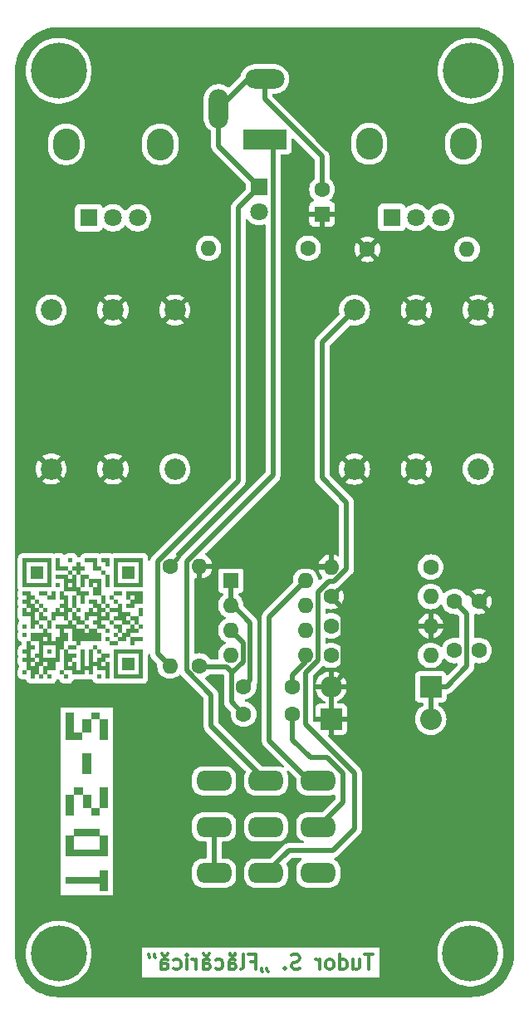
<source format=gbr>
%TF.GenerationSoftware,KiCad,Pcbnew,8.0.3*%
%TF.CreationDate,2024-11-20T23:40:36+02:00*%
%TF.ProjectId,TDS-2,5444532d-322e-46b6-9963-61645f706362,rev?*%
%TF.SameCoordinates,Original*%
%TF.FileFunction,Copper,L2,Bot*%
%TF.FilePolarity,Positive*%
%FSLAX46Y46*%
G04 Gerber Fmt 4.6, Leading zero omitted, Abs format (unit mm)*
G04 Created by KiCad (PCBNEW 8.0.3) date 2024-11-20 23:40:36*
%MOMM*%
%LPD*%
G01*
G04 APERTURE LIST*
G04 Aperture macros list*
%AMRoundRect*
0 Rectangle with rounded corners*
0 $1 Rounding radius*
0 $2 $3 $4 $5 $6 $7 $8 $9 X,Y pos of 4 corners*
0 Add a 4 corners polygon primitive as box body*
4,1,4,$2,$3,$4,$5,$6,$7,$8,$9,$2,$3,0*
0 Add four circle primitives for the rounded corners*
1,1,$1+$1,$2,$3*
1,1,$1+$1,$4,$5*
1,1,$1+$1,$6,$7*
1,1,$1+$1,$8,$9*
0 Add four rect primitives between the rounded corners*
20,1,$1+$1,$2,$3,$4,$5,0*
20,1,$1+$1,$4,$5,$6,$7,0*
20,1,$1+$1,$6,$7,$8,$9,0*
20,1,$1+$1,$8,$9,$2,$3,0*%
G04 Aperture macros list end*
%TA.AperFunction,NonConductor*%
%ADD10C,0.000000*%
%TD*%
%ADD11C,0.300000*%
%TA.AperFunction,NonConductor*%
%ADD12C,0.300000*%
%TD*%
%TA.AperFunction,ComponentPad*%
%ADD13R,2.200000X2.200000*%
%TD*%
%TA.AperFunction,ComponentPad*%
%ADD14O,2.200000X2.200000*%
%TD*%
%TA.AperFunction,ComponentPad*%
%ADD15R,4.500000X2.000000*%
%TD*%
%TA.AperFunction,ComponentPad*%
%ADD16O,4.000000X2.000000*%
%TD*%
%TA.AperFunction,ComponentPad*%
%ADD17O,2.000000X4.000000*%
%TD*%
%TA.AperFunction,ComponentPad*%
%ADD18O,2.720000X3.240000*%
%TD*%
%TA.AperFunction,ComponentPad*%
%ADD19R,1.800000X1.800000*%
%TD*%
%TA.AperFunction,ComponentPad*%
%ADD20C,1.800000*%
%TD*%
%TA.AperFunction,ComponentPad*%
%ADD21C,1.600000*%
%TD*%
%TA.AperFunction,ComponentPad*%
%ADD22O,1.600000X1.600000*%
%TD*%
%TA.AperFunction,ComponentPad*%
%ADD23C,5.700000*%
%TD*%
%TA.AperFunction,ComponentPad*%
%ADD24C,2.171700*%
%TD*%
%TA.AperFunction,ComponentPad*%
%ADD25R,1.600000X1.600000*%
%TD*%
%TA.AperFunction,ComponentPad*%
%ADD26RoundRect,0.656168X-1.093832X-0.343832X1.093832X-0.343832X1.093832X0.343832X-1.093832X0.343832X0*%
%TD*%
%TA.AperFunction,Conductor*%
%ADD27C,0.500000*%
%TD*%
G04 APERTURE END LIST*
D10*
%TA.AperFunction,NonConductor*%
G36*
X123983334Y-106916667D02*
G01*
X123136667Y-106916667D01*
X123136667Y-106493333D01*
X123983334Y-106493333D01*
X123983334Y-106916667D01*
G37*
%TD.AperFunction*%
%TA.AperFunction,NonConductor*%
G36*
X130756667Y-103530000D02*
G01*
X130333334Y-103530000D01*
X130333334Y-102683334D01*
X130756667Y-102683334D01*
X130756667Y-103530000D01*
G37*
%TD.AperFunction*%
%TA.AperFunction,NonConductor*%
G36*
X129486667Y-100990001D02*
G01*
X130756667Y-100990001D01*
X130756667Y-102260001D01*
X129910001Y-102260001D01*
X129910001Y-102683334D01*
X129063334Y-102683334D01*
X129063334Y-102260001D01*
X129486667Y-102260001D01*
X129486667Y-101836667D01*
X129910001Y-101836667D01*
X129910001Y-101413334D01*
X129486667Y-101413334D01*
X129486667Y-101836667D01*
X129063334Y-101836667D01*
X129063334Y-100990001D01*
X129486667Y-100990001D01*
G37*
%TD.AperFunction*%
%TA.AperFunction,NonConductor*%
G36*
X128216667Y-106916667D02*
G01*
X130756667Y-106916667D01*
X130756667Y-109880001D01*
X127793334Y-109880001D01*
X127793334Y-109456668D01*
X128216667Y-109456668D01*
X130333334Y-109456668D01*
X130333334Y-107340000D01*
X128216667Y-107340000D01*
X128216667Y-109456668D01*
X127793334Y-109456668D01*
X127793334Y-106916667D01*
X128216667Y-106916667D01*
G37*
%TD.AperFunction*%
%TA.AperFunction,NonConductor*%
G36*
X121866668Y-101836667D02*
G01*
X121020001Y-101836667D01*
X121020001Y-101413334D01*
X121443334Y-101413334D01*
X121443334Y-100990001D01*
X121866668Y-100990001D01*
X121866668Y-101836667D01*
G37*
%TD.AperFunction*%
%TA.AperFunction,NonConductor*%
G36*
X127370000Y-100566667D02*
G01*
X126946667Y-100566667D01*
X126946667Y-99296667D01*
X127370000Y-99296667D01*
X127370000Y-100566667D01*
G37*
%TD.AperFunction*%
%TA.AperFunction,NonConductor*%
G36*
X129910001Y-99720000D02*
G01*
X128640001Y-99720000D01*
X128640001Y-98450000D01*
X129910001Y-98450000D01*
X129910001Y-99720000D01*
G37*
%TD.AperFunction*%
%TA.AperFunction,NonConductor*%
G36*
X126523334Y-109880001D02*
G01*
X126100000Y-109880001D01*
X126100000Y-109456668D01*
X126523334Y-109456668D01*
X126523334Y-109880001D01*
G37*
%TD.AperFunction*%
%TA.AperFunction,NonConductor*%
G36*
X127370000Y-98450000D02*
G01*
X126946667Y-98450000D01*
X126946667Y-98026667D01*
X126523334Y-98026667D01*
X126523334Y-97603334D01*
X127370000Y-97603334D01*
X127370000Y-98450000D01*
G37*
%TD.AperFunction*%
%TA.AperFunction,NonConductor*%
G36*
X126946667Y-99296667D02*
G01*
X126523334Y-99296667D01*
X126523334Y-98873334D01*
X126946667Y-98873334D01*
X126946667Y-99296667D01*
G37*
%TD.AperFunction*%
%TA.AperFunction,NonConductor*%
G36*
X128216667Y-97603334D02*
G01*
X130756667Y-97603334D01*
X130756667Y-100566667D01*
X127793334Y-100566667D01*
X127793334Y-100143334D01*
X128216667Y-100143334D01*
X130333334Y-100143334D01*
X130333334Y-98026667D01*
X128216667Y-98026667D01*
X128216667Y-100143334D01*
X127793334Y-100143334D01*
X127793334Y-97603334D01*
X128216667Y-97603334D01*
G37*
%TD.AperFunction*%
%TA.AperFunction,NonConductor*%
G36*
X118903333Y-105646667D02*
G01*
X118480000Y-105646667D01*
X118480000Y-105223334D01*
X118903333Y-105223334D01*
X118903333Y-105646667D01*
G37*
%TD.AperFunction*%
%TA.AperFunction,NonConductor*%
G36*
X129910001Y-109033333D02*
G01*
X128640001Y-109033333D01*
X128640001Y-107763333D01*
X129910001Y-107763333D01*
X129910001Y-109033333D01*
G37*
%TD.AperFunction*%
%TA.AperFunction,NonConductor*%
G36*
X121020001Y-101413334D02*
G01*
X120173334Y-101413334D01*
X120173334Y-100990001D01*
X121020001Y-100990001D01*
X121020001Y-101413334D01*
G37*
%TD.AperFunction*%
%TA.AperFunction,NonConductor*%
G36*
X124406667Y-103106667D02*
G01*
X123983334Y-103106667D01*
X123983334Y-102683334D01*
X124406667Y-102683334D01*
X124406667Y-103106667D01*
G37*
%TD.AperFunction*%
%TA.AperFunction,NonConductor*%
G36*
X127370000Y-105223334D02*
G01*
X126946667Y-105223334D01*
X126946667Y-104800000D01*
X127370000Y-104800000D01*
X127370000Y-105223334D01*
G37*
%TD.AperFunction*%
%TA.AperFunction,NonConductor*%
G36*
X121443334Y-109880001D02*
G01*
X121020001Y-109880001D01*
X121020001Y-109456668D01*
X121443334Y-109456668D01*
X121443334Y-109880001D01*
G37*
%TD.AperFunction*%
%TA.AperFunction,NonConductor*%
G36*
X120596668Y-99720000D02*
G01*
X119326668Y-99720000D01*
X119326668Y-98450000D01*
X120596668Y-98450000D01*
X120596668Y-99720000D01*
G37*
%TD.AperFunction*%
%TA.AperFunction,NonConductor*%
G36*
X130756667Y-106070000D02*
G01*
X129910001Y-106070000D01*
X129910001Y-106493333D01*
X129486667Y-106493333D01*
X129486667Y-105646667D01*
X130756667Y-105646667D01*
X130756667Y-106070000D01*
G37*
%TD.AperFunction*%
%TA.AperFunction,NonConductor*%
G36*
X118903333Y-109456668D02*
G01*
X118480000Y-109456668D01*
X118480000Y-109033333D01*
X118903333Y-109033333D01*
X118903333Y-109456668D01*
G37*
%TD.AperFunction*%
%TA.AperFunction,NonConductor*%
G36*
X122713334Y-109456668D02*
G01*
X122290001Y-109456668D01*
X122290001Y-109033333D01*
X122713334Y-109033333D01*
X122713334Y-109456668D01*
G37*
%TD.AperFunction*%
%TA.AperFunction,NonConductor*%
G36*
X126100000Y-98450000D02*
G01*
X126523334Y-98450000D01*
X126523334Y-98873334D01*
X125676667Y-98873334D01*
X125676667Y-98026667D01*
X124830001Y-98026667D01*
X124830001Y-97603334D01*
X126100000Y-97603334D01*
X126100000Y-98450000D01*
G37*
%TD.AperFunction*%
%TA.AperFunction,NonConductor*%
G36*
X128216667Y-106493333D02*
G01*
X127370000Y-106493333D01*
X127370000Y-106070000D01*
X128216667Y-106070000D01*
X128216667Y-106493333D01*
G37*
%TD.AperFunction*%
%TA.AperFunction,NonConductor*%
G36*
X127370000Y-106070000D02*
G01*
X126946667Y-106070000D01*
X126946667Y-105646667D01*
X127370000Y-105646667D01*
X127370000Y-106070000D01*
G37*
%TD.AperFunction*%
%TA.AperFunction,NonConductor*%
G36*
X128640001Y-101413334D02*
G01*
X127793334Y-101413334D01*
X127793334Y-100990001D01*
X128640001Y-100990001D01*
X128640001Y-101413334D01*
G37*
%TD.AperFunction*%
%TA.AperFunction,NonConductor*%
G36*
X125253334Y-104800000D02*
G01*
X124830001Y-104800000D01*
X124830001Y-104376667D01*
X125253334Y-104376667D01*
X125253334Y-104800000D01*
G37*
%TD.AperFunction*%
%TA.AperFunction,NonConductor*%
G36*
X122290001Y-100566667D02*
G01*
X121866668Y-100566667D01*
X121866668Y-100143334D01*
X122290001Y-100143334D01*
X122290001Y-100566667D01*
G37*
%TD.AperFunction*%
%TA.AperFunction,NonConductor*%
G36*
X118903333Y-104800000D02*
G01*
X118480000Y-104800000D01*
X118480000Y-104376667D01*
X118903333Y-104376667D01*
X118903333Y-104800000D01*
G37*
%TD.AperFunction*%
%TA.AperFunction,NonConductor*%
G36*
X123983334Y-102683334D02*
G01*
X123560001Y-102683334D01*
X123560001Y-101413334D01*
X123983334Y-101413334D01*
X123983334Y-102683334D01*
G37*
%TD.AperFunction*%
%TA.AperFunction,NonConductor*%
G36*
X123136667Y-109880001D02*
G01*
X122713334Y-109880001D01*
X122713334Y-109456668D01*
X123136667Y-109456668D01*
X123136667Y-109880001D01*
G37*
%TD.AperFunction*%
%TA.AperFunction,NonConductor*%
G36*
X123983334Y-103530000D02*
G01*
X124406667Y-103530000D01*
X124406667Y-103953334D01*
X124830001Y-103953334D01*
X124830001Y-104376667D01*
X123983334Y-104376667D01*
X123983334Y-103953334D01*
X123560001Y-103953334D01*
X123560001Y-103106667D01*
X123983334Y-103106667D01*
X123983334Y-103530000D01*
G37*
%TD.AperFunction*%
%TA.AperFunction,NonConductor*%
G36*
X127793334Y-101836667D02*
G01*
X127370000Y-101836667D01*
X127370000Y-101413334D01*
X127793334Y-101413334D01*
X127793334Y-101836667D01*
G37*
%TD.AperFunction*%
%TA.AperFunction,NonConductor*%
G36*
X118903333Y-97603334D02*
G01*
X121443334Y-97603334D01*
X121443334Y-100566667D01*
X118480000Y-100566667D01*
X118480000Y-100143334D01*
X118903333Y-100143334D01*
X121020001Y-100143334D01*
X121020001Y-98026667D01*
X118903333Y-98026667D01*
X118903333Y-100143334D01*
X118480000Y-100143334D01*
X118480000Y-97603334D01*
X118903333Y-97603334D01*
G37*
%TD.AperFunction*%
%TA.AperFunction,NonConductor*%
G36*
X122290001Y-98450000D02*
G01*
X123136667Y-98450000D01*
X123136667Y-98873334D01*
X121866668Y-98873334D01*
X121866668Y-97603334D01*
X122290001Y-97603334D01*
X122290001Y-98450000D01*
G37*
%TD.AperFunction*%
%TA.AperFunction,NonConductor*%
G36*
X121443334Y-107340000D02*
G01*
X121020001Y-107340000D01*
X121020001Y-106916667D01*
X121443334Y-106916667D01*
X121443334Y-107340000D01*
G37*
%TD.AperFunction*%
%TA.AperFunction,NonConductor*%
G36*
X126100000Y-106916667D02*
G01*
X125676667Y-106916667D01*
X125676667Y-108186667D01*
X126100000Y-108186667D01*
X126100000Y-107763333D01*
X126523334Y-107763333D01*
X126523334Y-107340000D01*
X127370000Y-107340000D01*
X127370000Y-107763333D01*
X126946667Y-107763333D01*
X126946667Y-108186667D01*
X126523334Y-108186667D01*
X126523334Y-108610000D01*
X126946667Y-108610000D01*
X126946667Y-108186667D01*
X127370000Y-108186667D01*
X127370000Y-109880001D01*
X126946667Y-109880001D01*
X126946667Y-109033333D01*
X126100000Y-109033333D01*
X126100000Y-108610000D01*
X125676667Y-108610000D01*
X125676667Y-109456668D01*
X125253334Y-109456668D01*
X125253334Y-109033333D01*
X124830001Y-109033333D01*
X124830001Y-109456668D01*
X123560001Y-109456668D01*
X123560001Y-109033333D01*
X122713334Y-109033333D01*
X122713334Y-106916667D01*
X123136667Y-106916667D01*
X123136667Y-107340000D01*
X123983334Y-107340000D01*
X123983334Y-107763333D01*
X123560001Y-107763333D01*
X123560001Y-108186667D01*
X123136667Y-108186667D01*
X123136667Y-108610000D01*
X123560001Y-108610000D01*
X123560001Y-108186667D01*
X123983334Y-108186667D01*
X123983334Y-109033333D01*
X124406667Y-109033333D01*
X124406667Y-106916667D01*
X124830001Y-106916667D01*
X124830001Y-108610000D01*
X125253334Y-108610000D01*
X125253334Y-106916667D01*
X125676667Y-106916667D01*
X125676667Y-106493333D01*
X126100000Y-106493333D01*
X126100000Y-106916667D01*
G37*
%TD.AperFunction*%
%TA.AperFunction,NonConductor*%
G36*
X126523334Y-107340000D02*
G01*
X126100000Y-107340000D01*
X126100000Y-106916667D01*
X126523334Y-106916667D01*
X126523334Y-107340000D01*
G37*
%TD.AperFunction*%
%TA.AperFunction,NonConductor*%
G36*
X128216667Y-102260001D02*
G01*
X127793334Y-102260001D01*
X127793334Y-101836667D01*
X128216667Y-101836667D01*
X128216667Y-102260001D01*
G37*
%TD.AperFunction*%
%TA.AperFunction,NonConductor*%
G36*
X126946667Y-101413334D02*
G01*
X126946667Y-102260001D01*
X126523334Y-102260001D01*
X126523334Y-102683334D01*
X126946667Y-102683334D01*
X126946667Y-103106667D01*
X126523334Y-103106667D01*
X126523334Y-103530000D01*
X126946667Y-103530000D01*
X126946667Y-103106667D01*
X127370000Y-103106667D01*
X127370000Y-102683334D01*
X126946667Y-102683334D01*
X126946667Y-102260001D01*
X127370000Y-102260001D01*
X127370000Y-102683334D01*
X128216667Y-102683334D01*
X128216667Y-102260001D01*
X128640001Y-102260001D01*
X128640001Y-103106667D01*
X129063334Y-103106667D01*
X129486667Y-103106667D01*
X129486667Y-103530000D01*
X129063334Y-103530000D01*
X129063334Y-103953334D01*
X129486667Y-103953334D01*
X129486667Y-103530000D01*
X130333334Y-103530000D01*
X130333334Y-104376667D01*
X129910001Y-104376667D01*
X129910001Y-104800000D01*
X130333334Y-104800000D01*
X130333334Y-105223334D01*
X129486667Y-105223334D01*
X129486667Y-105646667D01*
X129063334Y-105646667D01*
X129063334Y-106070000D01*
X128216667Y-106070000D01*
X128216667Y-105646667D01*
X127793334Y-105646667D01*
X127793334Y-105223334D01*
X128216667Y-105223334D01*
X128216667Y-105646667D01*
X128640001Y-105646667D01*
X128640001Y-105223334D01*
X129063334Y-105223334D01*
X129063334Y-104800000D01*
X129486667Y-104800000D01*
X129486667Y-104376667D01*
X129910001Y-104376667D01*
X129910001Y-103953334D01*
X129486667Y-103953334D01*
X129486667Y-104376667D01*
X128640001Y-104376667D01*
X128640001Y-105223334D01*
X128216667Y-105223334D01*
X128216667Y-104800000D01*
X127793334Y-104800000D01*
X127793334Y-104376667D01*
X128640001Y-104376667D01*
X128640001Y-103953334D01*
X127793334Y-103953334D01*
X127793334Y-104376667D01*
X127370000Y-104376667D01*
X127370000Y-103953334D01*
X127793334Y-103953334D01*
X127793334Y-103530000D01*
X128216667Y-103530000D01*
X128216667Y-103106667D01*
X127370000Y-103106667D01*
X127370000Y-103953334D01*
X126523334Y-103953334D01*
X126523334Y-104376667D01*
X126946667Y-104376667D01*
X126946667Y-104800000D01*
X126100000Y-104800000D01*
X126100000Y-105223334D01*
X126523334Y-105223334D01*
X126523334Y-106070000D01*
X124406667Y-106070000D01*
X124406667Y-106493333D01*
X123983334Y-106493333D01*
X123983334Y-106070000D01*
X123560001Y-106070000D01*
X123560001Y-104800000D01*
X122713334Y-104800000D01*
X122713334Y-105223334D01*
X123136667Y-105223334D01*
X123136667Y-106070000D01*
X122713334Y-106070000D01*
X122713334Y-106916667D01*
X122290001Y-106916667D01*
X122290001Y-108186667D01*
X121866668Y-108186667D01*
X121866668Y-109033333D01*
X121020001Y-109033333D01*
X121020001Y-109456668D01*
X120596668Y-109456668D01*
X120596668Y-108610000D01*
X121020001Y-108610000D01*
X121020001Y-108186667D01*
X120596668Y-108186667D01*
X120596668Y-108610000D01*
X120173334Y-108610000D01*
X120173334Y-109456668D01*
X119750001Y-109456668D01*
X119750001Y-109880001D01*
X119326668Y-109880001D01*
X119326668Y-109033333D01*
X118903333Y-109033333D01*
X118903333Y-108610000D01*
X119326668Y-108610000D01*
X119750001Y-108610000D01*
X119750001Y-108186667D01*
X119326668Y-108186667D01*
X119326668Y-108610000D01*
X118903333Y-108610000D01*
X118903333Y-108186667D01*
X118480000Y-108186667D01*
X118480000Y-107763333D01*
X118903333Y-107763333D01*
X118903333Y-107340000D01*
X118480000Y-107340000D01*
X118480000Y-106916667D01*
X118903333Y-106916667D01*
X118903333Y-106070000D01*
X119326668Y-106070000D01*
X119326668Y-106493333D01*
X119750001Y-106493333D01*
X119750001Y-106916667D01*
X119326668Y-106916667D01*
X119326668Y-107763333D01*
X119750001Y-107763333D01*
X119750001Y-108186667D01*
X120173334Y-108186667D01*
X120173334Y-107763333D01*
X120596668Y-107763333D01*
X121866668Y-107763333D01*
X121866668Y-106493333D01*
X120596668Y-106493333D01*
X120596668Y-107763333D01*
X120173334Y-107763333D01*
X119750001Y-107763333D01*
X119750001Y-107340000D01*
X120173334Y-107340000D01*
X120173334Y-106070000D01*
X120596668Y-106070000D01*
X121020001Y-106070000D01*
X121020001Y-105646667D01*
X120596668Y-105646667D01*
X120596668Y-106070000D01*
X120173334Y-106070000D01*
X119326668Y-106070000D01*
X119326668Y-105223334D01*
X120596668Y-105223334D01*
X120596668Y-104800000D01*
X120173334Y-104800000D01*
X120173334Y-104376667D01*
X120596668Y-104376667D01*
X120596668Y-104800000D01*
X121020001Y-104800000D01*
X121020001Y-103953334D01*
X121443334Y-103953334D01*
X121443334Y-104800000D01*
X121020001Y-104800000D01*
X121020001Y-105223334D01*
X121443334Y-105223334D01*
X121443334Y-106070000D01*
X121866668Y-106070000D01*
X121866668Y-105646667D01*
X122290001Y-105646667D01*
X122290001Y-104800000D01*
X121866668Y-104800000D01*
X121866668Y-104376667D01*
X123136667Y-104376667D01*
X123136667Y-103953334D01*
X123560001Y-103953334D01*
X123560001Y-104376667D01*
X123983334Y-104376667D01*
X123983334Y-104800000D01*
X124830001Y-104800000D01*
X124830001Y-105223334D01*
X125253334Y-105223334D01*
X125253334Y-104800000D01*
X126100000Y-104800000D01*
X126100000Y-104376667D01*
X125676667Y-104376667D01*
X125676667Y-103953334D01*
X126100000Y-103953334D01*
X126100000Y-103530000D01*
X125253334Y-103530000D01*
X125253334Y-103953334D01*
X124830001Y-103953334D01*
X124830001Y-103106667D01*
X125253334Y-103106667D01*
X125253334Y-102683334D01*
X125676667Y-102683334D01*
X125676667Y-103106667D01*
X126100000Y-103106667D01*
X126100000Y-102683334D01*
X125676667Y-102683334D01*
X125676667Y-102260001D01*
X125253334Y-102260001D01*
X125253334Y-101836667D01*
X126100000Y-101836667D01*
X126100000Y-102260001D01*
X126523334Y-102260001D01*
X126523334Y-101413334D01*
X126946667Y-101413334D01*
G37*
%TD.AperFunction*%
%TA.AperFunction,NonConductor*%
G36*
X120596668Y-109456668D02*
G01*
X120596668Y-109880001D01*
X120173334Y-109880001D01*
X120173334Y-109456668D01*
X120596668Y-109456668D01*
G37*
%TD.AperFunction*%
%TA.AperFunction,NonConductor*%
G36*
X119326668Y-101413334D02*
G01*
X119750001Y-101413334D01*
X119750001Y-101836667D01*
X119326668Y-101836667D01*
X119326668Y-102260001D01*
X119750001Y-102260001D01*
X119750001Y-101836667D01*
X120173334Y-101836667D01*
X120173334Y-102260001D01*
X119750001Y-102260001D01*
X119750001Y-102683334D01*
X120173334Y-102683334D01*
X120173334Y-103106667D01*
X120596668Y-103106667D01*
X120596668Y-102683334D01*
X121020001Y-102683334D01*
X121020001Y-103106667D01*
X120596668Y-103106667D01*
X120596668Y-103530000D01*
X121020001Y-103530000D01*
X121020001Y-103953334D01*
X120173334Y-103953334D01*
X120173334Y-104376667D01*
X119750001Y-104376667D01*
X119750001Y-104800000D01*
X119326668Y-104800000D01*
X119326668Y-103953334D01*
X119750001Y-103953334D01*
X120173334Y-103953334D01*
X120173334Y-103106667D01*
X119750001Y-103106667D01*
X119750001Y-103953334D01*
X119326668Y-103953334D01*
X119326668Y-103530000D01*
X118480000Y-103530000D01*
X118480000Y-102683334D01*
X118903333Y-102683334D01*
X118903333Y-103106667D01*
X119326668Y-103106667D01*
X119326668Y-102683334D01*
X118903333Y-102683334D01*
X118903333Y-102260001D01*
X118480000Y-102260001D01*
X118480000Y-101836667D01*
X118903333Y-101836667D01*
X118903333Y-101413334D01*
X118480000Y-101413334D01*
X118480000Y-100990001D01*
X119326668Y-100990001D01*
X119326668Y-101413334D01*
G37*
%TD.AperFunction*%
%TA.AperFunction,NonConductor*%
G36*
X130756667Y-104376667D02*
G01*
X130756667Y-104800000D01*
X130333334Y-104800000D01*
X130333334Y-104376667D01*
X130756667Y-104376667D01*
G37*
%TD.AperFunction*%
%TA.AperFunction,NonConductor*%
G36*
X124406667Y-98450000D02*
G01*
X124830001Y-98450000D01*
X124830001Y-98873334D01*
X124406667Y-98873334D01*
X124406667Y-99296667D01*
X123983334Y-99296667D01*
X123983334Y-100566667D01*
X124406667Y-100566667D01*
X124406667Y-99296667D01*
X125253334Y-99296667D01*
X125253334Y-99720000D01*
X124830001Y-99720000D01*
X124830001Y-100566667D01*
X124406667Y-100566667D01*
X124406667Y-100990001D01*
X125253334Y-100990001D01*
X125253334Y-101413334D01*
X124830001Y-101413334D01*
X124830001Y-102260001D01*
X124406667Y-102260001D01*
X124406667Y-101413334D01*
X123983334Y-101413334D01*
X123983334Y-100990001D01*
X122713334Y-100990001D01*
X122713334Y-101413334D01*
X123136667Y-101413334D01*
X123136667Y-102683334D01*
X123560001Y-102683334D01*
X123560001Y-103106667D01*
X123136667Y-103106667D01*
X123136667Y-103953334D01*
X122713334Y-103953334D01*
X122713334Y-103530000D01*
X121866668Y-103530000D01*
X121866668Y-103953334D01*
X121443334Y-103953334D01*
X121443334Y-103106667D01*
X121866668Y-103106667D01*
X121866668Y-102683334D01*
X122290001Y-102683334D01*
X122290001Y-103106667D01*
X122713334Y-103106667D01*
X122713334Y-102683334D01*
X122290001Y-102683334D01*
X122290001Y-102260001D01*
X122713334Y-102260001D01*
X122713334Y-101836667D01*
X122290001Y-101836667D01*
X122290001Y-100990001D01*
X122713334Y-100990001D01*
X122713334Y-100566667D01*
X123136667Y-100566667D01*
X123560001Y-100566667D01*
X123560001Y-100143334D01*
X123136667Y-100143334D01*
X123136667Y-100566667D01*
X122713334Y-100566667D01*
X122713334Y-99720000D01*
X121866668Y-99720000D01*
X121866668Y-99296667D01*
X123136667Y-99296667D01*
X123136667Y-99720000D01*
X123560001Y-99720000D01*
X123560001Y-99296667D01*
X123983334Y-99296667D01*
X123983334Y-98873334D01*
X123560001Y-98873334D01*
X123560001Y-98450000D01*
X123983334Y-98450000D01*
X123983334Y-98026667D01*
X124406667Y-98026667D01*
X124406667Y-98450000D01*
G37*
%TD.AperFunction*%
%TA.AperFunction,NonConductor*%
G36*
X120596668Y-102260001D02*
G01*
X120596668Y-102683334D01*
X120173334Y-102683334D01*
X120173334Y-102260001D01*
X120596668Y-102260001D01*
G37*
%TD.AperFunction*%
%TA.AperFunction,NonConductor*%
G36*
X125676667Y-99720000D02*
G01*
X126523334Y-99720000D01*
X126523334Y-101413334D01*
X125676667Y-101413334D01*
X125676667Y-100566667D01*
X126100000Y-100566667D01*
X126100000Y-100143334D01*
X125676667Y-100143334D01*
X125676667Y-100566667D01*
X125253334Y-100566667D01*
X125253334Y-99720000D01*
X125676667Y-99720000D01*
G37*
%TD.AperFunction*%
%TA.AperFunction,NonConductor*%
G36*
X123560001Y-99296667D02*
G01*
X123136667Y-99296667D01*
X123136667Y-98873334D01*
X123560001Y-98873334D01*
X123560001Y-99296667D01*
G37*
%TD.AperFunction*%
%TA.AperFunction,NonConductor*%
G36*
X123560001Y-98026667D02*
G01*
X123136667Y-98026667D01*
X123136667Y-97603334D01*
X123560001Y-97603334D01*
X123560001Y-98026667D01*
G37*
%TD.AperFunction*%
D11*
D12*
X154159774Y-138000828D02*
X153302632Y-138000828D01*
X153731203Y-139500828D02*
X153731203Y-138000828D01*
X152159775Y-138500828D02*
X152159775Y-139500828D01*
X152802632Y-138500828D02*
X152802632Y-139286542D01*
X152802632Y-139286542D02*
X152731203Y-139429400D01*
X152731203Y-139429400D02*
X152588346Y-139500828D01*
X152588346Y-139500828D02*
X152374060Y-139500828D01*
X152374060Y-139500828D02*
X152231203Y-139429400D01*
X152231203Y-139429400D02*
X152159775Y-139357971D01*
X150802632Y-139500828D02*
X150802632Y-138000828D01*
X150802632Y-139429400D02*
X150945489Y-139500828D01*
X150945489Y-139500828D02*
X151231203Y-139500828D01*
X151231203Y-139500828D02*
X151374060Y-139429400D01*
X151374060Y-139429400D02*
X151445489Y-139357971D01*
X151445489Y-139357971D02*
X151516917Y-139215114D01*
X151516917Y-139215114D02*
X151516917Y-138786542D01*
X151516917Y-138786542D02*
X151445489Y-138643685D01*
X151445489Y-138643685D02*
X151374060Y-138572257D01*
X151374060Y-138572257D02*
X151231203Y-138500828D01*
X151231203Y-138500828D02*
X150945489Y-138500828D01*
X150945489Y-138500828D02*
X150802632Y-138572257D01*
X149874060Y-139500828D02*
X150016917Y-139429400D01*
X150016917Y-139429400D02*
X150088346Y-139357971D01*
X150088346Y-139357971D02*
X150159774Y-139215114D01*
X150159774Y-139215114D02*
X150159774Y-138786542D01*
X150159774Y-138786542D02*
X150088346Y-138643685D01*
X150088346Y-138643685D02*
X150016917Y-138572257D01*
X150016917Y-138572257D02*
X149874060Y-138500828D01*
X149874060Y-138500828D02*
X149659774Y-138500828D01*
X149659774Y-138500828D02*
X149516917Y-138572257D01*
X149516917Y-138572257D02*
X149445489Y-138643685D01*
X149445489Y-138643685D02*
X149374060Y-138786542D01*
X149374060Y-138786542D02*
X149374060Y-139215114D01*
X149374060Y-139215114D02*
X149445489Y-139357971D01*
X149445489Y-139357971D02*
X149516917Y-139429400D01*
X149516917Y-139429400D02*
X149659774Y-139500828D01*
X149659774Y-139500828D02*
X149874060Y-139500828D01*
X148731203Y-139500828D02*
X148731203Y-138500828D01*
X148731203Y-138786542D02*
X148659774Y-138643685D01*
X148659774Y-138643685D02*
X148588346Y-138572257D01*
X148588346Y-138572257D02*
X148445488Y-138500828D01*
X148445488Y-138500828D02*
X148302631Y-138500828D01*
X146731203Y-139429400D02*
X146516918Y-139500828D01*
X146516918Y-139500828D02*
X146159775Y-139500828D01*
X146159775Y-139500828D02*
X146016918Y-139429400D01*
X146016918Y-139429400D02*
X145945489Y-139357971D01*
X145945489Y-139357971D02*
X145874060Y-139215114D01*
X145874060Y-139215114D02*
X145874060Y-139072257D01*
X145874060Y-139072257D02*
X145945489Y-138929400D01*
X145945489Y-138929400D02*
X146016918Y-138857971D01*
X146016918Y-138857971D02*
X146159775Y-138786542D01*
X146159775Y-138786542D02*
X146445489Y-138715114D01*
X146445489Y-138715114D02*
X146588346Y-138643685D01*
X146588346Y-138643685D02*
X146659775Y-138572257D01*
X146659775Y-138572257D02*
X146731203Y-138429400D01*
X146731203Y-138429400D02*
X146731203Y-138286542D01*
X146731203Y-138286542D02*
X146659775Y-138143685D01*
X146659775Y-138143685D02*
X146588346Y-138072257D01*
X146588346Y-138072257D02*
X146445489Y-138000828D01*
X146445489Y-138000828D02*
X146088346Y-138000828D01*
X146088346Y-138000828D02*
X145874060Y-138072257D01*
X145231204Y-139357971D02*
X145159775Y-139429400D01*
X145159775Y-139429400D02*
X145231204Y-139500828D01*
X145231204Y-139500828D02*
X145302632Y-139429400D01*
X145302632Y-139429400D02*
X145231204Y-139357971D01*
X145231204Y-139357971D02*
X145231204Y-139500828D01*
X143374061Y-139429400D02*
X143374061Y-139500828D01*
X143374061Y-139500828D02*
X143445489Y-139643685D01*
X143445489Y-139643685D02*
X143516918Y-139715114D01*
X142802632Y-139429400D02*
X142802632Y-139500828D01*
X142802632Y-139500828D02*
X142874061Y-139643685D01*
X142874061Y-139643685D02*
X142945489Y-139715114D01*
X141731204Y-138715114D02*
X142231204Y-138715114D01*
X142231204Y-139500828D02*
X142231204Y-138000828D01*
X142231204Y-138000828D02*
X141516918Y-138000828D01*
X140731204Y-139500828D02*
X140874061Y-139429400D01*
X140874061Y-139429400D02*
X140945490Y-139286542D01*
X140945490Y-139286542D02*
X140945490Y-138000828D01*
X139516919Y-139500828D02*
X139516919Y-138715114D01*
X139516919Y-138715114D02*
X139588347Y-138572257D01*
X139588347Y-138572257D02*
X139731204Y-138500828D01*
X139731204Y-138500828D02*
X140016919Y-138500828D01*
X140016919Y-138500828D02*
X140159776Y-138572257D01*
X139516919Y-139429400D02*
X139659776Y-139500828D01*
X139659776Y-139500828D02*
X140016919Y-139500828D01*
X140016919Y-139500828D02*
X140159776Y-139429400D01*
X140159776Y-139429400D02*
X140231204Y-139286542D01*
X140231204Y-139286542D02*
X140231204Y-139143685D01*
X140231204Y-139143685D02*
X140159776Y-139000828D01*
X140159776Y-139000828D02*
X140016919Y-138929400D01*
X140016919Y-138929400D02*
X139659776Y-138929400D01*
X139659776Y-138929400D02*
X139516919Y-138857971D01*
X140159776Y-137929400D02*
X140088347Y-138072257D01*
X140088347Y-138072257D02*
X139945490Y-138143685D01*
X139945490Y-138143685D02*
X139802633Y-138143685D01*
X139802633Y-138143685D02*
X139659776Y-138072257D01*
X139659776Y-138072257D02*
X139588347Y-137929400D01*
X138159776Y-139429400D02*
X138302633Y-139500828D01*
X138302633Y-139500828D02*
X138588347Y-139500828D01*
X138588347Y-139500828D02*
X138731204Y-139429400D01*
X138731204Y-139429400D02*
X138802633Y-139357971D01*
X138802633Y-139357971D02*
X138874061Y-139215114D01*
X138874061Y-139215114D02*
X138874061Y-138786542D01*
X138874061Y-138786542D02*
X138802633Y-138643685D01*
X138802633Y-138643685D02*
X138731204Y-138572257D01*
X138731204Y-138572257D02*
X138588347Y-138500828D01*
X138588347Y-138500828D02*
X138302633Y-138500828D01*
X138302633Y-138500828D02*
X138159776Y-138572257D01*
X136874062Y-139500828D02*
X136874062Y-138715114D01*
X136874062Y-138715114D02*
X136945490Y-138572257D01*
X136945490Y-138572257D02*
X137088347Y-138500828D01*
X137088347Y-138500828D02*
X137374062Y-138500828D01*
X137374062Y-138500828D02*
X137516919Y-138572257D01*
X136874062Y-139429400D02*
X137016919Y-139500828D01*
X137016919Y-139500828D02*
X137374062Y-139500828D01*
X137374062Y-139500828D02*
X137516919Y-139429400D01*
X137516919Y-139429400D02*
X137588347Y-139286542D01*
X137588347Y-139286542D02*
X137588347Y-139143685D01*
X137588347Y-139143685D02*
X137516919Y-139000828D01*
X137516919Y-139000828D02*
X137374062Y-138929400D01*
X137374062Y-138929400D02*
X137016919Y-138929400D01*
X137016919Y-138929400D02*
X136874062Y-138857971D01*
X137516919Y-137929400D02*
X137445490Y-138072257D01*
X137445490Y-138072257D02*
X137302633Y-138143685D01*
X137302633Y-138143685D02*
X137159776Y-138143685D01*
X137159776Y-138143685D02*
X137016919Y-138072257D01*
X137016919Y-138072257D02*
X136945490Y-137929400D01*
X136159776Y-139500828D02*
X136159776Y-138500828D01*
X136159776Y-138786542D02*
X136088347Y-138643685D01*
X136088347Y-138643685D02*
X136016919Y-138572257D01*
X136016919Y-138572257D02*
X135874061Y-138500828D01*
X135874061Y-138500828D02*
X135731204Y-138500828D01*
X135231205Y-139500828D02*
X135231205Y-138500828D01*
X135231205Y-138000828D02*
X135302633Y-138072257D01*
X135302633Y-138072257D02*
X135231205Y-138143685D01*
X135231205Y-138143685D02*
X135159776Y-138072257D01*
X135159776Y-138072257D02*
X135231205Y-138000828D01*
X135231205Y-138000828D02*
X135231205Y-138143685D01*
X133874062Y-139429400D02*
X134016919Y-139500828D01*
X134016919Y-139500828D02*
X134302633Y-139500828D01*
X134302633Y-139500828D02*
X134445490Y-139429400D01*
X134445490Y-139429400D02*
X134516919Y-139357971D01*
X134516919Y-139357971D02*
X134588347Y-139215114D01*
X134588347Y-139215114D02*
X134588347Y-138786542D01*
X134588347Y-138786542D02*
X134516919Y-138643685D01*
X134516919Y-138643685D02*
X134445490Y-138572257D01*
X134445490Y-138572257D02*
X134302633Y-138500828D01*
X134302633Y-138500828D02*
X134016919Y-138500828D01*
X134016919Y-138500828D02*
X133874062Y-138572257D01*
X132588348Y-139500828D02*
X132588348Y-138715114D01*
X132588348Y-138715114D02*
X132659776Y-138572257D01*
X132659776Y-138572257D02*
X132802633Y-138500828D01*
X132802633Y-138500828D02*
X133088348Y-138500828D01*
X133088348Y-138500828D02*
X133231205Y-138572257D01*
X132588348Y-139429400D02*
X132731205Y-139500828D01*
X132731205Y-139500828D02*
X133088348Y-139500828D01*
X133088348Y-139500828D02*
X133231205Y-139429400D01*
X133231205Y-139429400D02*
X133302633Y-139286542D01*
X133302633Y-139286542D02*
X133302633Y-139143685D01*
X133302633Y-139143685D02*
X133231205Y-139000828D01*
X133231205Y-139000828D02*
X133088348Y-138929400D01*
X133088348Y-138929400D02*
X132731205Y-138929400D01*
X132731205Y-138929400D02*
X132588348Y-138857971D01*
X133231205Y-137929400D02*
X133159776Y-138072257D01*
X133159776Y-138072257D02*
X133016919Y-138143685D01*
X133016919Y-138143685D02*
X132874062Y-138143685D01*
X132874062Y-138143685D02*
X132731205Y-138072257D01*
X132731205Y-138072257D02*
X132659776Y-137929400D01*
X131874062Y-138000828D02*
X131874062Y-138072257D01*
X131874062Y-138072257D02*
X131945490Y-138215114D01*
X131945490Y-138215114D02*
X132016919Y-138286542D01*
X131302633Y-138000828D02*
X131302633Y-138072257D01*
X131302633Y-138072257D02*
X131374062Y-138215114D01*
X131374062Y-138215114D02*
X131445490Y-138286542D01*
D11*
D12*
G36*
X122825000Y-130793161D02*
G01*
X126290806Y-130793161D01*
X126290806Y-131496580D01*
X127201831Y-131496580D01*
X127201831Y-129386322D01*
X126290806Y-129386322D01*
X126290806Y-130089741D01*
X122825000Y-130089741D01*
X122825000Y-130793161D01*
G37*
G36*
X126342096Y-125888764D02*
G01*
X127201831Y-125888764D01*
X127201831Y-127999023D01*
X122825000Y-127999023D01*
X122825000Y-127295603D01*
X123736025Y-127295603D01*
X126290806Y-127295603D01*
X126290806Y-125917096D01*
X123736025Y-125917096D01*
X123736025Y-127295603D01*
X122825000Y-127295603D01*
X122825000Y-125888764D01*
X123736025Y-125888764D01*
X123736025Y-125185345D01*
X126342096Y-125185345D01*
X126342096Y-125888764D01*
G37*
G36*
X126290806Y-123098534D02*
G01*
X127201831Y-123098534D01*
X127201831Y-120988276D01*
X126290806Y-120988276D01*
X126290806Y-123098534D01*
G37*
G36*
X123736025Y-121691695D02*
G01*
X124595760Y-121691695D01*
X124595760Y-123098534D01*
X125482362Y-123098534D01*
X125482362Y-123801953D01*
X126342096Y-123801953D01*
X126342096Y-123098534D01*
X125482362Y-123098534D01*
X125482362Y-121691695D01*
X124595760Y-121691695D01*
X124595760Y-120988276D01*
X123736025Y-120988276D01*
X123736025Y-121691695D01*
G37*
G36*
X122825000Y-123801953D02*
G01*
X123736025Y-123801953D01*
X123736025Y-121691695D01*
X122825000Y-121691695D01*
X122825000Y-123801953D01*
G37*
G36*
X124544469Y-119604884D02*
G01*
X125455495Y-119604884D01*
X125455495Y-117494626D01*
X124544469Y-117494626D01*
X124544469Y-119604884D01*
G37*
G36*
X125482362Y-113997069D02*
G01*
X126290806Y-113997069D01*
X126290806Y-116107327D01*
X127201831Y-116107327D01*
X127201831Y-113997069D01*
X126342096Y-113997069D01*
X126342096Y-113293649D01*
X125482362Y-113293649D01*
X125482362Y-113997069D01*
G37*
G36*
X124576221Y-115403907D02*
G01*
X125482362Y-115403907D01*
X125482362Y-113997069D01*
X124576221Y-113997069D01*
X124576221Y-115403907D01*
G37*
G36*
X122825000Y-116107327D02*
G01*
X124576221Y-116107327D01*
X124576221Y-115403907D01*
X123736025Y-115403907D01*
X123736025Y-113293649D01*
X122825000Y-113293649D01*
X122825000Y-116107327D01*
G37*
D13*
%TO.P,D3,1,K*%
%TO.N,Net-(D2-A)*%
X160080000Y-110700000D03*
D14*
%TO.P,D3,2,A*%
%TO.N,GNDREF*%
X149920000Y-110700000D03*
%TD*%
D15*
%TO.P,J1,1*%
%TO.N,+BATT*%
X143150000Y-54950000D03*
D16*
%TO.P,J1,2*%
%TO.N,GND*%
X143150000Y-48750000D03*
D17*
%TO.P,J1,MP,MountPin*%
X138450000Y-51750000D03*
%TD*%
D18*
%TO.P,RV2,*%
%TO.N,*%
X153800000Y-55350000D03*
X163400000Y-55350000D03*
D19*
%TO.P,RV2,1,1*%
%TO.N,Net-(D2-A)*%
X156100000Y-62850000D03*
D20*
%TO.P,RV2,2,2*%
%TO.N,dst out*%
X158600000Y-62850000D03*
%TO.P,RV2,3,3*%
%TO.N,Net-(R8-Pad2)*%
X161100000Y-62850000D03*
%TD*%
D21*
%TO.P,R7,1*%
%TO.N,GNDREF*%
X149920000Y-101500000D03*
D22*
%TO.P,R7,2*%
%TO.N,Net-(D2-A)*%
X160080000Y-101500000D03*
%TD*%
D23*
%TO.P,,1*%
%TO.N,N/C*%
X164150000Y-47900000D03*
%TD*%
D13*
%TO.P,D2,1,K*%
%TO.N,GNDREF*%
X149920000Y-114000000D03*
D14*
%TO.P,D2,2,A*%
%TO.N,Net-(D2-A)*%
X160080000Y-114000000D03*
%TD*%
D21*
%TO.P,C5,1*%
%TO.N,Net-(C5-Pad1)*%
X162500000Y-107000000D03*
%TO.P,C5,2*%
%TO.N,Net-(D2-A)*%
X162500000Y-102000000D03*
%TD*%
%TO.P,R2,1*%
%TO.N,GNDREF*%
X133500000Y-98420000D03*
D22*
%TO.P,R2,2*%
%TO.N,GND*%
X133500000Y-108580000D03*
%TD*%
D24*
%TO.P,J6,R*%
%TO.N,GNDREF*%
X158610000Y-72309800D03*
%TO.P,J6,RB*%
X158610000Y-88510000D03*
%TO.P,J6,S*%
X164910000Y-72309600D03*
%TO.P,J6,SB*%
%TO.N,N/C*%
X164910000Y-88510000D03*
%TO.P,J6,T*%
%TO.N,out*%
X152300000Y-72310000D03*
%TO.P,J6,TB*%
%TO.N,GNDREF*%
X152300000Y-88510000D03*
%TD*%
D18*
%TO.P,RV1,*%
%TO.N,*%
X122900000Y-55400000D03*
X132500000Y-55400000D03*
D19*
%TO.P,RV1,1,1*%
%TO.N,Net-(C5-Pad1)*%
X125200000Y-62900000D03*
D20*
%TO.P,RV1,2,2*%
X127700000Y-62900000D03*
%TO.P,RV1,3,3*%
%TO.N,Net-(U1B--)*%
X130200000Y-62900000D03*
%TD*%
D23*
%TO.P,,1*%
%TO.N,N/C*%
X122150000Y-47900000D03*
%TD*%
%TO.P,,1*%
%TO.N,N/C*%
X122150000Y-137900000D03*
%TD*%
D25*
%TO.P,U1,1*%
%TO.N,Net-(U1A--)*%
X139700000Y-99880000D03*
D22*
%TO.P,U1,2,-*%
X139700000Y-102420000D03*
%TO.P,U1,3,+*%
%TO.N,Net-(U1A-+)*%
X139700000Y-104960000D03*
%TO.P,U1,4,V-*%
%TO.N,GND*%
X139700000Y-107500000D03*
%TO.P,U1,5,+*%
%TO.N,Net-(U1B-+)*%
X147320000Y-107500000D03*
%TO.P,U1,6,-*%
%TO.N,Net-(U1B--)*%
X147320000Y-104960000D03*
%TO.P,U1,7*%
%TO.N,Net-(C5-Pad1)*%
X147320000Y-102420000D03*
%TO.P,U1,8,V+*%
%TO.N,+9V*%
X147320000Y-99880000D03*
%TD*%
D21*
%TO.P,R1,1*%
%TO.N,+9V*%
X160080000Y-98500000D03*
D22*
%TO.P,R1,2*%
%TO.N,GNDREF*%
X149920000Y-98500000D03*
%TD*%
D21*
%TO.P,R8,1*%
%TO.N,GNDREF*%
X153620000Y-66100000D03*
D22*
%TO.P,R8,2*%
%TO.N,Net-(R8-Pad2)*%
X163780000Y-66100000D03*
%TD*%
D21*
%TO.P,R6,1*%
%TO.N,Net-(C5-Pad1)*%
X149920000Y-104500000D03*
D22*
%TO.P,R6,2*%
%TO.N,GNDREF*%
X160080000Y-104500000D03*
%TD*%
D25*
%TO.P,C1,1*%
%TO.N,GNDREF*%
X149000000Y-62500000D03*
D21*
%TO.P,C1,2*%
%TO.N,GND*%
X149000000Y-60000000D03*
%TD*%
%TO.P,C2,1*%
%TO.N,dst in*%
X146000000Y-113500000D03*
%TO.P,C2,2*%
%TO.N,Net-(U1A-+)*%
X141000000Y-113500000D03*
%TD*%
%TO.P,C4,1*%
%TO.N,GNDREF*%
X165000000Y-102000000D03*
%TO.P,C4,2*%
%TO.N,Net-(C4-Pad2)*%
X165000000Y-107000000D03*
%TD*%
%TO.P,R4,1*%
%TO.N,Net-(U1A-+)*%
X136500000Y-108580000D03*
D22*
%TO.P,R4,2*%
%TO.N,GNDREF*%
X136500000Y-98420000D03*
%TD*%
D19*
%TO.P,D1,1,K*%
%TO.N,GND*%
X142600000Y-59725000D03*
D20*
%TO.P,D1,2,A*%
%TO.N,Net-(D1-A)*%
X142600000Y-62265000D03*
%TD*%
D21*
%TO.P,R3,1*%
%TO.N,+9V*%
X147580000Y-66000000D03*
D22*
%TO.P,R3,2*%
%TO.N,Net-(D1-A)*%
X137420000Y-66000000D03*
%TD*%
D26*
%TO.P,FTSW1,1*%
%TO.N,+BATT*%
X143300000Y-120300000D03*
%TO.P,FTSW1,2*%
%TO.N,+9V*%
X148600000Y-120300000D03*
%TO.P,FTSW1,3*%
%TO.N,unconnected-(FTSW1-Pad3)*%
X138000000Y-120300000D03*
%TO.P,FTSW1,4*%
%TO.N,in*%
X143300000Y-125000000D03*
%TO.P,FTSW1,5*%
%TO.N,dst in*%
X148600000Y-125000000D03*
%TO.P,FTSW1,6*%
%TO.N,bypass*%
X138000000Y-125000000D03*
%TO.P,FTSW1,7*%
%TO.N,out*%
X143300000Y-129700000D03*
%TO.P,FTSW1,8*%
%TO.N,dst out*%
X148600000Y-129700000D03*
%TO.P,FTSW1,9*%
%TO.N,bypass*%
X138000000Y-129700000D03*
%TD*%
D21*
%TO.P,R5,1*%
%TO.N,Net-(U1B--)*%
X149920000Y-107500000D03*
D22*
%TO.P,R5,2*%
%TO.N,Net-(C4-Pad2)*%
X160080000Y-107500000D03*
%TD*%
D21*
%TO.P,C3,1*%
%TO.N,Net-(U1A--)*%
X141000000Y-110680000D03*
%TO.P,C3,2*%
%TO.N,Net-(U1B-+)*%
X146000000Y-110680000D03*
%TD*%
D23*
%TO.P,,1*%
%TO.N,N/C*%
X164100000Y-137900000D03*
%TD*%
D24*
%TO.P,J5,R*%
%TO.N,GNDREF*%
X127680000Y-88500200D03*
%TO.P,J5,RB*%
X127680000Y-72300000D03*
%TO.P,J5,S*%
X121380000Y-88500400D03*
%TO.P,J5,SB*%
%TO.N,N/C*%
X121380000Y-72300000D03*
%TO.P,J5,T*%
%TO.N,in*%
X133990000Y-88500000D03*
%TO.P,J5,TB*%
%TO.N,GNDREF*%
X133990000Y-72300000D03*
%TD*%
D27*
%TO.N,GND*%
X140450000Y-61875000D02*
X140450000Y-89702233D01*
X149000000Y-60000000D02*
X149000000Y-56650000D01*
X132250000Y-97902233D02*
X132250000Y-107330000D01*
X143150000Y-50800000D02*
X143150000Y-48750000D01*
X141450000Y-48750000D02*
X138450000Y-51750000D01*
X142600000Y-59725000D02*
X138450000Y-55575000D01*
X143150000Y-48750000D02*
X141450000Y-48750000D01*
X149000000Y-56650000D02*
X143150000Y-50800000D01*
X140450000Y-89702233D02*
X132250000Y-97902233D01*
X138450000Y-55575000D02*
X138450000Y-51750000D01*
X132250000Y-107330000D02*
X133500000Y-108580000D01*
X142600000Y-59725000D02*
X140450000Y-61875000D01*
%TO.N,GNDREF*%
X136500000Y-98420000D02*
X149840000Y-98420000D01*
X149840000Y-98420000D02*
X149920000Y-98500000D01*
X151170000Y-102750000D02*
X149920000Y-101500000D01*
X149920000Y-110700000D02*
X149920000Y-114000000D01*
X149920000Y-110700000D02*
X151170000Y-109450000D01*
X151170000Y-109450000D02*
X151170000Y-102750000D01*
%TO.N,Net-(U1A-+)*%
X136500000Y-108580000D02*
X136620000Y-108700000D01*
X139750000Y-109200000D02*
X139750000Y-110150000D01*
X139250000Y-108700000D02*
X139750000Y-109200000D01*
X139750000Y-112250000D02*
X141000000Y-113500000D01*
X140950000Y-106210000D02*
X140950000Y-108150000D01*
X136620000Y-108700000D02*
X139250000Y-108700000D01*
X140950000Y-108150000D02*
X139900000Y-109200000D01*
X139700000Y-104960000D02*
X140950000Y-106210000D01*
X139900000Y-109200000D02*
X139750000Y-109200000D01*
X139750000Y-110150000D02*
X139750000Y-112250000D01*
%TO.N,Net-(U1B-+)*%
X147320000Y-108180000D02*
X147320000Y-107500000D01*
X146000000Y-110680000D02*
X146000000Y-109500000D01*
X146000000Y-109500000D02*
X147320000Y-108180000D01*
%TO.N,Net-(U1A--)*%
X139700000Y-99880000D02*
X139700000Y-102420000D01*
X141000000Y-110680000D02*
X141650000Y-110030000D01*
X141650000Y-110030000D02*
X141650000Y-104152283D01*
X141650000Y-104152283D02*
X139917717Y-102420000D01*
%TO.N,Net-(D2-A)*%
X163750000Y-108630000D02*
X163750000Y-103250000D01*
X163750000Y-103250000D02*
X162500000Y-102000000D01*
X160080000Y-110700000D02*
X161680000Y-110700000D01*
X160080000Y-110700000D02*
X160080000Y-114000000D01*
X161680000Y-110700000D02*
X163750000Y-108630000D01*
%TO.N,+BATT*%
X137700000Y-111547767D02*
X135200000Y-109047767D01*
X135200000Y-97952233D02*
X144000000Y-89152233D01*
X144000000Y-89152233D02*
X144000000Y-55800000D01*
X137700000Y-111547767D02*
X137700000Y-114700000D01*
X135200000Y-109047767D02*
X135200000Y-97952233D01*
X137700000Y-114700000D02*
X143300000Y-120300000D01*
X144000000Y-55800000D02*
X143150000Y-54950000D01*
%TO.N,+9V*%
X143600000Y-103600000D02*
X143600000Y-116200000D01*
X143600000Y-116200000D02*
X147700000Y-120300000D01*
X147320000Y-99880000D02*
X143600000Y-103600000D01*
X147700000Y-120300000D02*
X148600000Y-120300000D01*
%TO.N,bypass*%
X138000000Y-125000000D02*
X138000000Y-129700000D01*
%TO.N,out*%
X147300000Y-109287767D02*
X147300000Y-114500000D01*
X147300000Y-114500000D02*
X152300000Y-119500000D01*
X148570000Y-108017767D02*
X147300000Y-109287767D01*
X152300000Y-119500000D02*
X152300000Y-125200000D01*
X152300000Y-125200000D02*
X150100000Y-127400000D01*
X152300000Y-72310000D02*
X149000000Y-75610000D01*
X151500000Y-91900000D02*
X151500000Y-98687767D01*
X150187767Y-100000000D02*
X149652233Y-100000000D01*
X145600000Y-127400000D02*
X143300000Y-129700000D01*
X151500000Y-98687767D02*
X150187767Y-100000000D01*
X149000000Y-75610000D02*
X149000000Y-89400000D01*
X149652233Y-100000000D02*
X148570000Y-101082233D01*
X148570000Y-101082233D02*
X148570000Y-108017767D01*
X150100000Y-127400000D02*
X145600000Y-127400000D01*
X149000000Y-89400000D02*
X151500000Y-91900000D01*
%TO.N,dst in*%
X146000000Y-116100000D02*
X147800000Y-117900000D01*
X151100000Y-119500000D02*
X151100000Y-122500000D01*
X151100000Y-122500000D02*
X148600000Y-125000000D01*
X146000000Y-115700000D02*
X146000000Y-115789949D01*
X146000000Y-115700000D02*
X146000000Y-113500000D01*
X146000000Y-115700000D02*
X146000000Y-116100000D01*
X147800000Y-117900000D02*
X149500000Y-117900000D01*
X149500000Y-117900000D02*
X151100000Y-119500000D01*
%TD*%
%TA.AperFunction,Conductor*%
%TO.N,GNDREF*%
G36*
X141405703Y-63006273D02*
G01*
X141428309Y-63032165D01*
X141491016Y-63128147D01*
X141491019Y-63128151D01*
X141491021Y-63128153D01*
X141648216Y-63298913D01*
X141648219Y-63298915D01*
X141648222Y-63298918D01*
X141831365Y-63441464D01*
X141831371Y-63441468D01*
X141831374Y-63441470D01*
X142035497Y-63551936D01*
X142114763Y-63579148D01*
X142255015Y-63627297D01*
X142255017Y-63627297D01*
X142255019Y-63627298D01*
X142483951Y-63665500D01*
X142483952Y-63665500D01*
X142716048Y-63665500D01*
X142716049Y-63665500D01*
X142944981Y-63627298D01*
X143085237Y-63579147D01*
X143155035Y-63575998D01*
X143215457Y-63611084D01*
X143247317Y-63673266D01*
X143249500Y-63696429D01*
X143249500Y-88790003D01*
X143229815Y-88857042D01*
X143213181Y-88877684D01*
X134617050Y-97473815D01*
X134617049Y-97473815D01*
X134617048Y-97473817D01*
X134581973Y-97526312D01*
X134534914Y-97596740D01*
X134478342Y-97733317D01*
X134478341Y-97733322D01*
X134470311Y-97773689D01*
X134437925Y-97835599D01*
X134436375Y-97837176D01*
X133900000Y-98373551D01*
X133900000Y-98367339D01*
X133872741Y-98265606D01*
X133820080Y-98174394D01*
X133745606Y-98099920D01*
X133654394Y-98047259D01*
X133552661Y-98020000D01*
X133546447Y-98020000D01*
X134225472Y-97340974D01*
X134152478Y-97289863D01*
X134147793Y-97287158D01*
X134149050Y-97284979D01*
X134104544Y-97245799D01*
X134085385Y-97178608D01*
X134105594Y-97111725D01*
X134121691Y-97091908D01*
X141032951Y-90180649D01*
X141115084Y-90057728D01*
X141171658Y-89921146D01*
X141200500Y-89776151D01*
X141200500Y-89628316D01*
X141200500Y-63099986D01*
X141220185Y-63032947D01*
X141272989Y-62987192D01*
X141342147Y-62977248D01*
X141405703Y-63006273D01*
G37*
%TD.AperFunction*%
%TA.AperFunction,Conductor*%
G36*
X164152702Y-43450617D02*
G01*
X164532412Y-43467196D01*
X164543149Y-43468136D01*
X164917281Y-43517391D01*
X164927923Y-43519267D01*
X165296337Y-43600942D01*
X165306774Y-43603739D01*
X165666665Y-43717213D01*
X165676808Y-43720904D01*
X166025447Y-43865316D01*
X166035239Y-43869882D01*
X166369942Y-44044117D01*
X166379310Y-44049525D01*
X166697565Y-44252276D01*
X166706426Y-44258481D01*
X167005789Y-44488190D01*
X167014070Y-44495139D01*
X167292279Y-44750071D01*
X167299928Y-44757720D01*
X167554860Y-45035929D01*
X167561814Y-45044216D01*
X167791518Y-45343573D01*
X167797723Y-45352434D01*
X168000474Y-45670689D01*
X168005882Y-45680057D01*
X168180114Y-46014754D01*
X168184686Y-46024558D01*
X168329089Y-46373176D01*
X168332789Y-46383342D01*
X168446258Y-46743220D01*
X168449058Y-46753669D01*
X168530731Y-47122073D01*
X168532609Y-47132726D01*
X168581861Y-47506831D01*
X168582804Y-47517607D01*
X168599382Y-47897297D01*
X168599500Y-47902706D01*
X168599500Y-137897293D01*
X168599382Y-137902702D01*
X168582804Y-138282392D01*
X168581861Y-138293168D01*
X168532609Y-138667273D01*
X168530731Y-138677926D01*
X168449058Y-139046330D01*
X168446258Y-139056779D01*
X168332789Y-139416657D01*
X168329089Y-139426823D01*
X168184686Y-139775441D01*
X168180114Y-139785245D01*
X168005882Y-140119942D01*
X168000474Y-140129310D01*
X167797723Y-140447565D01*
X167791518Y-140456426D01*
X167561814Y-140755783D01*
X167554860Y-140764070D01*
X167299928Y-141042279D01*
X167292279Y-141049928D01*
X167014070Y-141304860D01*
X167005783Y-141311814D01*
X166706426Y-141541518D01*
X166697565Y-141547723D01*
X166379310Y-141750474D01*
X166369942Y-141755882D01*
X166035245Y-141930114D01*
X166025441Y-141934686D01*
X165676823Y-142079089D01*
X165666657Y-142082789D01*
X165306779Y-142196258D01*
X165296330Y-142199058D01*
X164927926Y-142280731D01*
X164917273Y-142282609D01*
X164543168Y-142331861D01*
X164532392Y-142332804D01*
X164152703Y-142349382D01*
X164147294Y-142349500D01*
X122152706Y-142349500D01*
X122147297Y-142349382D01*
X121767607Y-142332804D01*
X121756831Y-142331861D01*
X121382726Y-142282609D01*
X121372073Y-142280731D01*
X121003669Y-142199058D01*
X120993220Y-142196258D01*
X120633342Y-142082789D01*
X120623176Y-142079089D01*
X120274558Y-141934686D01*
X120264754Y-141930114D01*
X119930057Y-141755882D01*
X119920689Y-141750474D01*
X119602434Y-141547723D01*
X119593573Y-141541518D01*
X119443894Y-141426666D01*
X119294212Y-141311810D01*
X119285929Y-141304860D01*
X119007720Y-141049928D01*
X119000071Y-141042279D01*
X118745139Y-140764070D01*
X118738185Y-140755783D01*
X118629533Y-140614185D01*
X118508481Y-140456426D01*
X118502276Y-140447565D01*
X118299525Y-140129310D01*
X118294117Y-140119942D01*
X118195559Y-139930613D01*
X118119882Y-139785239D01*
X118115313Y-139775441D01*
X117970904Y-139426808D01*
X117967210Y-139416657D01*
X117964415Y-139407793D01*
X117853739Y-139056774D01*
X117850941Y-139046330D01*
X117834327Y-138971391D01*
X117769267Y-138677923D01*
X117767390Y-138667273D01*
X117718136Y-138293149D01*
X117717196Y-138282412D01*
X117700618Y-137902702D01*
X117700559Y-137899997D01*
X118794579Y-137899997D01*
X118794579Y-137900002D01*
X118814248Y-138262782D01*
X118814250Y-138262799D01*
X118873024Y-138621303D01*
X118873030Y-138621329D01*
X118970221Y-138971381D01*
X118970226Y-138971396D01*
X119104700Y-139308901D01*
X119104706Y-139308913D01*
X119274878Y-139629892D01*
X119274881Y-139629897D01*
X119274883Y-139629900D01*
X119478773Y-139930614D01*
X119713979Y-140207521D01*
X119977746Y-140457375D01*
X120266981Y-140677245D01*
X120578292Y-140864555D01*
X120578294Y-140864556D01*
X120578296Y-140864557D01*
X120578300Y-140864559D01*
X120908020Y-141017103D01*
X120908031Y-141017108D01*
X121252330Y-141133116D01*
X121607153Y-141211218D01*
X121968341Y-141250500D01*
X121968347Y-141250500D01*
X122331653Y-141250500D01*
X122331659Y-141250500D01*
X122692847Y-141211218D01*
X123047670Y-141133116D01*
X123391969Y-141017108D01*
X123721708Y-140864555D01*
X124033019Y-140677245D01*
X124322254Y-140457375D01*
X124413846Y-140370614D01*
X130645408Y-140370614D01*
X154815274Y-140370614D01*
X154815274Y-137899997D01*
X160744579Y-137899997D01*
X160744579Y-137900002D01*
X160764248Y-138262782D01*
X160764250Y-138262799D01*
X160823024Y-138621303D01*
X160823030Y-138621329D01*
X160920221Y-138971381D01*
X160920226Y-138971396D01*
X161054700Y-139308901D01*
X161054706Y-139308913D01*
X161224878Y-139629892D01*
X161224881Y-139629897D01*
X161224883Y-139629900D01*
X161428773Y-139930614D01*
X161663979Y-140207521D01*
X161927746Y-140457375D01*
X162216981Y-140677245D01*
X162528292Y-140864555D01*
X162528294Y-140864556D01*
X162528296Y-140864557D01*
X162528300Y-140864559D01*
X162858020Y-141017103D01*
X162858031Y-141017108D01*
X163202330Y-141133116D01*
X163557153Y-141211218D01*
X163918341Y-141250500D01*
X163918347Y-141250500D01*
X164281653Y-141250500D01*
X164281659Y-141250500D01*
X164642847Y-141211218D01*
X164997670Y-141133116D01*
X165341969Y-141017108D01*
X165671708Y-140864555D01*
X165983019Y-140677245D01*
X166272254Y-140457375D01*
X166536021Y-140207521D01*
X166771227Y-139930614D01*
X166975117Y-139629900D01*
X167145298Y-139308905D01*
X167279775Y-138971391D01*
X167376973Y-138621316D01*
X167435751Y-138262785D01*
X167447553Y-138045114D01*
X167455421Y-137900002D01*
X167455421Y-137899997D01*
X167435751Y-137537217D01*
X167435749Y-137537200D01*
X167376975Y-137178696D01*
X167376974Y-137178695D01*
X167376973Y-137178684D01*
X167359097Y-137114303D01*
X167279778Y-136828618D01*
X167279773Y-136828603D01*
X167145299Y-136491098D01*
X167145298Y-136491095D01*
X166975117Y-136170100D01*
X166771227Y-135869386D01*
X166536021Y-135592479D01*
X166272254Y-135342625D01*
X166272244Y-135342617D01*
X166203635Y-135290462D01*
X165983019Y-135122755D01*
X165671708Y-134935445D01*
X165671707Y-134935444D01*
X165671703Y-134935442D01*
X165671699Y-134935440D01*
X165341979Y-134782896D01*
X165341974Y-134782894D01*
X165341969Y-134782892D01*
X165174143Y-134726344D01*
X164997669Y-134666883D01*
X164642845Y-134588781D01*
X164281660Y-134549500D01*
X164281659Y-134549500D01*
X163918341Y-134549500D01*
X163918339Y-134549500D01*
X163557154Y-134588781D01*
X163202330Y-134666883D01*
X162936178Y-134756560D01*
X162858031Y-134782892D01*
X162858028Y-134782893D01*
X162858020Y-134782896D01*
X162528300Y-134935440D01*
X162528296Y-134935442D01*
X162296453Y-135074937D01*
X162216981Y-135122755D01*
X162127332Y-135190903D01*
X161927755Y-135342617D01*
X161927745Y-135342625D01*
X161663978Y-135592479D01*
X161428772Y-135869386D01*
X161224884Y-136170098D01*
X161224878Y-136170107D01*
X161054706Y-136491086D01*
X161054700Y-136491098D01*
X160920226Y-136828603D01*
X160920221Y-136828618D01*
X160823030Y-137178670D01*
X160823024Y-137178696D01*
X160764250Y-137537200D01*
X160764248Y-137537217D01*
X160744579Y-137899997D01*
X154815274Y-137899997D01*
X154815274Y-137272175D01*
X130645408Y-137272175D01*
X130645408Y-140370614D01*
X124413846Y-140370614D01*
X124586021Y-140207521D01*
X124821227Y-139930614D01*
X125025117Y-139629900D01*
X125195298Y-139308905D01*
X125329775Y-138971391D01*
X125426973Y-138621316D01*
X125485751Y-138262785D01*
X125497553Y-138045114D01*
X125505421Y-137900002D01*
X125505421Y-137899997D01*
X125485751Y-137537217D01*
X125485749Y-137537200D01*
X125426975Y-137178696D01*
X125426974Y-137178695D01*
X125426973Y-137178684D01*
X125409097Y-137114303D01*
X125329778Y-136828618D01*
X125329773Y-136828603D01*
X125195299Y-136491098D01*
X125195298Y-136491095D01*
X125025117Y-136170100D01*
X124821227Y-135869386D01*
X124586021Y-135592479D01*
X124322254Y-135342625D01*
X124322244Y-135342617D01*
X124253635Y-135290462D01*
X124033019Y-135122755D01*
X123721708Y-134935445D01*
X123721707Y-134935444D01*
X123721703Y-134935442D01*
X123721699Y-134935440D01*
X123391979Y-134782896D01*
X123391974Y-134782894D01*
X123391969Y-134782892D01*
X123224143Y-134726344D01*
X123047669Y-134666883D01*
X122692845Y-134588781D01*
X122331660Y-134549500D01*
X122331659Y-134549500D01*
X121968341Y-134549500D01*
X121968339Y-134549500D01*
X121607154Y-134588781D01*
X121252330Y-134666883D01*
X120986178Y-134756560D01*
X120908031Y-134782892D01*
X120908028Y-134782893D01*
X120908020Y-134782896D01*
X120578300Y-134935440D01*
X120578296Y-134935442D01*
X120346453Y-135074937D01*
X120266981Y-135122755D01*
X120177332Y-135190903D01*
X119977755Y-135342617D01*
X119977745Y-135342625D01*
X119713978Y-135592479D01*
X119478772Y-135869386D01*
X119274884Y-136170098D01*
X119274878Y-136170107D01*
X119104706Y-136491086D01*
X119104700Y-136491098D01*
X118970226Y-136828603D01*
X118970221Y-136828618D01*
X118873030Y-137178670D01*
X118873024Y-137178696D01*
X118814250Y-137537200D01*
X118814248Y-137537217D01*
X118794579Y-137899997D01*
X117700559Y-137899997D01*
X117700500Y-137897293D01*
X117700500Y-132002080D01*
X122319500Y-132002080D01*
X127707331Y-132002080D01*
X127707331Y-124584774D01*
X135749500Y-124584774D01*
X135749500Y-125415225D01*
X135755683Y-125504313D01*
X135755685Y-125504327D01*
X135804760Y-125712977D01*
X135804762Y-125712983D01*
X135804763Y-125712986D01*
X135891348Y-125909083D01*
X135974333Y-126030226D01*
X136012491Y-126085930D01*
X136012496Y-126085936D01*
X136164063Y-126237503D01*
X136164069Y-126237508D01*
X136340917Y-126358652D01*
X136537014Y-126445237D01*
X136537020Y-126445238D01*
X136537022Y-126445239D01*
X136745672Y-126494314D01*
X136745675Y-126494314D01*
X136745682Y-126494316D01*
X136790230Y-126497408D01*
X136834774Y-126500500D01*
X136834778Y-126500500D01*
X137125500Y-126500500D01*
X137192539Y-126520185D01*
X137238294Y-126572989D01*
X137249500Y-126624500D01*
X137249500Y-128075500D01*
X137229815Y-128142539D01*
X137177011Y-128188294D01*
X137125500Y-128199500D01*
X136834774Y-128199500D01*
X136745686Y-128205683D01*
X136745672Y-128205685D01*
X136537022Y-128254760D01*
X136537016Y-128254762D01*
X136340917Y-128341348D01*
X136164069Y-128462491D01*
X136164063Y-128462496D01*
X136012496Y-128614063D01*
X136012491Y-128614069D01*
X135891348Y-128790917D01*
X135804762Y-128987016D01*
X135804760Y-128987022D01*
X135755685Y-129195672D01*
X135755683Y-129195686D01*
X135749500Y-129284774D01*
X135749500Y-130115225D01*
X135755683Y-130204313D01*
X135755685Y-130204327D01*
X135804760Y-130412977D01*
X135804762Y-130412983D01*
X135804763Y-130412986D01*
X135891348Y-130609083D01*
X135974333Y-130730226D01*
X136012491Y-130785930D01*
X136012496Y-130785936D01*
X136164063Y-130937503D01*
X136164069Y-130937508D01*
X136340917Y-131058652D01*
X136537014Y-131145237D01*
X136537020Y-131145238D01*
X136537022Y-131145239D01*
X136745672Y-131194314D01*
X136745675Y-131194314D01*
X136745682Y-131194316D01*
X136790230Y-131197408D01*
X136834774Y-131200500D01*
X136834778Y-131200500D01*
X139165226Y-131200500D01*
X139204820Y-131197751D01*
X139254318Y-131194316D01*
X139462986Y-131145237D01*
X139659083Y-131058652D01*
X139835931Y-130937508D01*
X139987508Y-130785931D01*
X140108652Y-130609083D01*
X140195237Y-130412986D01*
X140244316Y-130204318D01*
X140250500Y-130115222D01*
X140250500Y-129284778D01*
X140244316Y-129195682D01*
X140195237Y-128987014D01*
X140108652Y-128790917D01*
X139987508Y-128614069D01*
X139987503Y-128614063D01*
X139835936Y-128462496D01*
X139835930Y-128462491D01*
X139710836Y-128376800D01*
X139659083Y-128341348D01*
X139462986Y-128254763D01*
X139462984Y-128254762D01*
X139462983Y-128254762D01*
X139462977Y-128254760D01*
X139254327Y-128205685D01*
X139254313Y-128205683D01*
X139165226Y-128199500D01*
X139165222Y-128199500D01*
X138874500Y-128199500D01*
X138807461Y-128179815D01*
X138761706Y-128127011D01*
X138750500Y-128075500D01*
X138750500Y-126624500D01*
X138770185Y-126557461D01*
X138822989Y-126511706D01*
X138874500Y-126500500D01*
X139165226Y-126500500D01*
X139204820Y-126497751D01*
X139254318Y-126494316D01*
X139462986Y-126445237D01*
X139659083Y-126358652D01*
X139835931Y-126237508D01*
X139987508Y-126085931D01*
X140108652Y-125909083D01*
X140195237Y-125712986D01*
X140244316Y-125504318D01*
X140250500Y-125415222D01*
X140250500Y-124584778D01*
X140250500Y-124584774D01*
X141049500Y-124584774D01*
X141049500Y-125415225D01*
X141055683Y-125504313D01*
X141055685Y-125504327D01*
X141104760Y-125712977D01*
X141104762Y-125712983D01*
X141104763Y-125712986D01*
X141191348Y-125909083D01*
X141274333Y-126030226D01*
X141312491Y-126085930D01*
X141312496Y-126085936D01*
X141464063Y-126237503D01*
X141464069Y-126237508D01*
X141640917Y-126358652D01*
X141837014Y-126445237D01*
X141837020Y-126445238D01*
X141837022Y-126445239D01*
X142045672Y-126494314D01*
X142045675Y-126494314D01*
X142045682Y-126494316D01*
X142090230Y-126497408D01*
X142134774Y-126500500D01*
X142134778Y-126500500D01*
X144465226Y-126500500D01*
X144504820Y-126497751D01*
X144554318Y-126494316D01*
X144762986Y-126445237D01*
X144959083Y-126358652D01*
X145135931Y-126237508D01*
X145287508Y-126085931D01*
X145408652Y-125909083D01*
X145495237Y-125712986D01*
X145544316Y-125504318D01*
X145550500Y-125415222D01*
X145550500Y-124584778D01*
X145544316Y-124495682D01*
X145495237Y-124287014D01*
X145408652Y-124090917D01*
X145287508Y-123914069D01*
X145287503Y-123914063D01*
X145135936Y-123762496D01*
X145135930Y-123762491D01*
X145080226Y-123724333D01*
X144959083Y-123641348D01*
X144762986Y-123554763D01*
X144762984Y-123554762D01*
X144762983Y-123554762D01*
X144762977Y-123554760D01*
X144554327Y-123505685D01*
X144554313Y-123505683D01*
X144465226Y-123499500D01*
X144465222Y-123499500D01*
X142134778Y-123499500D01*
X142134774Y-123499500D01*
X142045686Y-123505683D01*
X142045672Y-123505685D01*
X141837022Y-123554760D01*
X141837016Y-123554762D01*
X141640917Y-123641348D01*
X141464069Y-123762491D01*
X141464063Y-123762496D01*
X141312496Y-123914063D01*
X141312491Y-123914069D01*
X141191348Y-124090917D01*
X141104762Y-124287016D01*
X141104760Y-124287022D01*
X141055685Y-124495672D01*
X141055683Y-124495686D01*
X141049500Y-124584774D01*
X140250500Y-124584774D01*
X140244316Y-124495682D01*
X140195237Y-124287014D01*
X140108652Y-124090917D01*
X139987508Y-123914069D01*
X139987503Y-123914063D01*
X139835936Y-123762496D01*
X139835930Y-123762491D01*
X139780226Y-123724333D01*
X139659083Y-123641348D01*
X139462986Y-123554763D01*
X139462984Y-123554762D01*
X139462983Y-123554762D01*
X139462977Y-123554760D01*
X139254327Y-123505685D01*
X139254313Y-123505683D01*
X139165226Y-123499500D01*
X139165222Y-123499500D01*
X136834778Y-123499500D01*
X136834774Y-123499500D01*
X136745686Y-123505683D01*
X136745672Y-123505685D01*
X136537022Y-123554760D01*
X136537016Y-123554762D01*
X136340917Y-123641348D01*
X136164069Y-123762491D01*
X136164063Y-123762496D01*
X136012496Y-123914063D01*
X136012491Y-123914069D01*
X135891348Y-124090917D01*
X135804762Y-124287016D01*
X135804760Y-124287022D01*
X135755685Y-124495672D01*
X135755683Y-124495686D01*
X135749500Y-124584774D01*
X127707331Y-124584774D01*
X127707331Y-119884774D01*
X135749500Y-119884774D01*
X135749500Y-120715225D01*
X135755683Y-120804313D01*
X135755685Y-120804327D01*
X135804760Y-121012977D01*
X135804762Y-121012983D01*
X135804763Y-121012986D01*
X135891348Y-121209083D01*
X135974333Y-121330226D01*
X136012491Y-121385930D01*
X136012496Y-121385936D01*
X136164063Y-121537503D01*
X136164069Y-121537508D01*
X136340917Y-121658652D01*
X136537014Y-121745237D01*
X136537020Y-121745238D01*
X136537022Y-121745239D01*
X136745672Y-121794314D01*
X136745675Y-121794314D01*
X136745682Y-121794316D01*
X136790230Y-121797408D01*
X136834774Y-121800500D01*
X136834778Y-121800500D01*
X139165226Y-121800500D01*
X139204820Y-121797751D01*
X139254318Y-121794316D01*
X139462986Y-121745237D01*
X139659083Y-121658652D01*
X139835931Y-121537508D01*
X139987508Y-121385931D01*
X140108652Y-121209083D01*
X140195237Y-121012986D01*
X140244316Y-120804318D01*
X140250500Y-120715222D01*
X140250500Y-119884778D01*
X140244316Y-119795682D01*
X140195237Y-119587014D01*
X140108652Y-119390917D01*
X139987508Y-119214069D01*
X139987503Y-119214063D01*
X139835936Y-119062496D01*
X139835927Y-119062489D01*
X139776213Y-119021584D01*
X139659083Y-118941348D01*
X139462986Y-118854763D01*
X139462984Y-118854762D01*
X139462983Y-118854762D01*
X139462977Y-118854760D01*
X139254327Y-118805685D01*
X139254313Y-118805683D01*
X139165226Y-118799500D01*
X139165222Y-118799500D01*
X136834778Y-118799500D01*
X136834774Y-118799500D01*
X136745686Y-118805683D01*
X136745672Y-118805685D01*
X136537022Y-118854760D01*
X136537016Y-118854762D01*
X136340917Y-118941348D01*
X136164073Y-119062489D01*
X136164063Y-119062496D01*
X136012496Y-119214063D01*
X136012491Y-119214069D01*
X135891348Y-119390917D01*
X135804762Y-119587016D01*
X135804760Y-119587022D01*
X135755685Y-119795672D01*
X135755683Y-119795686D01*
X135749500Y-119884774D01*
X127707331Y-119884774D01*
X127707331Y-112788149D01*
X122319500Y-112788149D01*
X122319500Y-132002080D01*
X117700500Y-132002080D01*
X117700500Y-97603333D01*
X117974500Y-97603333D01*
X117974500Y-100566669D01*
X117979645Y-100638609D01*
X118009962Y-100741859D01*
X118009962Y-100811729D01*
X118003782Y-100828301D01*
X117994975Y-100847586D01*
X117974500Y-100990000D01*
X117974500Y-101413336D01*
X117979645Y-101485275D01*
X118009962Y-101588525D01*
X118009962Y-101658395D01*
X118003781Y-101674968D01*
X117994977Y-101694247D01*
X117994975Y-101694252D01*
X117974500Y-101836666D01*
X117974500Y-102260003D01*
X117979645Y-102331942D01*
X118009962Y-102435192D01*
X118009962Y-102505062D01*
X118003781Y-102521635D01*
X117994977Y-102540914D01*
X117994975Y-102540919D01*
X117974500Y-102683333D01*
X117974500Y-103530002D01*
X117979644Y-103601940D01*
X118020182Y-103739994D01*
X118097967Y-103861030D01*
X118097972Y-103861035D01*
X118099511Y-103862369D01*
X118100610Y-103864080D01*
X118103775Y-103867732D01*
X118103249Y-103868187D01*
X118137282Y-103921149D01*
X118137278Y-103991019D01*
X118112016Y-104037280D01*
X118054747Y-104103371D01*
X118054744Y-104103376D01*
X117994976Y-104234247D01*
X117994975Y-104234252D01*
X117974500Y-104376666D01*
X117974500Y-104800002D01*
X117979645Y-104871942D01*
X118009962Y-104975192D01*
X118009962Y-105045062D01*
X118003782Y-105061634D01*
X117994975Y-105080919D01*
X117974500Y-105223333D01*
X117974500Y-105646669D01*
X117979644Y-105718607D01*
X117999326Y-105785635D01*
X118017445Y-105847342D01*
X118020182Y-105856661D01*
X118097967Y-105977697D01*
X118097969Y-105977699D01*
X118206706Y-106071921D01*
X118247535Y-106090567D01*
X118325345Y-106126102D01*
X118378149Y-106171857D01*
X118397833Y-106238896D01*
X118397833Y-106326489D01*
X118378148Y-106393528D01*
X118325344Y-106439283D01*
X118308771Y-106445465D01*
X118270012Y-106456846D01*
X118270004Y-106456850D01*
X118148969Y-106534634D01*
X118148965Y-106534638D01*
X118054750Y-106643367D01*
X118054744Y-106643376D01*
X117994976Y-106774247D01*
X117994975Y-106774252D01*
X117974500Y-106916666D01*
X117974500Y-107340002D01*
X117979645Y-107411941D01*
X118009962Y-107515191D01*
X118009962Y-107585061D01*
X118003781Y-107601634D01*
X117994977Y-107620913D01*
X117994975Y-107620918D01*
X117974500Y-107763332D01*
X117974500Y-108186669D01*
X117979644Y-108258607D01*
X118020182Y-108396661D01*
X118075164Y-108482214D01*
X118097969Y-108517699D01*
X118099506Y-108519031D01*
X118100605Y-108520741D01*
X118103775Y-108524399D01*
X118103249Y-108524854D01*
X118137280Y-108577807D01*
X118137280Y-108647677D01*
X118112016Y-108693946D01*
X118054747Y-108760037D01*
X118054744Y-108760042D01*
X117994976Y-108890913D01*
X117994975Y-108890918D01*
X117974500Y-109033332D01*
X117974500Y-109456670D01*
X117979644Y-109528608D01*
X118020182Y-109666662D01*
X118097967Y-109787698D01*
X118097971Y-109787702D01*
X118204489Y-109880001D01*
X118206706Y-109881922D01*
X118214471Y-109885468D01*
X118337580Y-109941691D01*
X118337583Y-109941691D01*
X118337584Y-109941692D01*
X118480000Y-109962168D01*
X118736491Y-109962168D01*
X118803530Y-109981853D01*
X118849285Y-110034657D01*
X118855466Y-110051228D01*
X118866849Y-110089993D01*
X118866850Y-110089994D01*
X118866850Y-110089995D01*
X118944635Y-110211031D01*
X118944639Y-110211035D01*
X119053368Y-110305250D01*
X119053374Y-110305255D01*
X119093842Y-110323736D01*
X119184248Y-110365024D01*
X119184251Y-110365024D01*
X119184252Y-110365025D01*
X119326668Y-110385501D01*
X119326671Y-110385501D01*
X119750001Y-110385501D01*
X119821941Y-110380356D01*
X119925194Y-110350038D01*
X119995062Y-110350038D01*
X120011639Y-110356221D01*
X120028421Y-110363884D01*
X120030918Y-110365025D01*
X120173334Y-110385501D01*
X120173337Y-110385501D01*
X120596668Y-110385501D01*
X120668608Y-110380356D01*
X120771861Y-110350038D01*
X120841729Y-110350038D01*
X120858306Y-110356221D01*
X120875088Y-110363884D01*
X120877585Y-110365025D01*
X121020001Y-110385501D01*
X121020004Y-110385501D01*
X121443334Y-110385501D01*
X121515274Y-110380356D01*
X121653326Y-110339820D01*
X121774366Y-110262032D01*
X121868588Y-110153295D01*
X121928358Y-110022417D01*
X121929183Y-110016677D01*
X121958204Y-109953123D01*
X122016981Y-109915346D01*
X122086851Y-109915343D01*
X122103423Y-109921523D01*
X122147585Y-109941692D01*
X122147589Y-109941692D01*
X122150883Y-109942660D01*
X122153777Y-109944519D01*
X122155654Y-109945377D01*
X122155530Y-109945646D01*
X122209663Y-109980432D01*
X122234930Y-110026701D01*
X122237266Y-110034656D01*
X122253516Y-110089996D01*
X122331301Y-110211031D01*
X122331305Y-110211035D01*
X122440034Y-110305250D01*
X122440040Y-110305255D01*
X122480508Y-110323736D01*
X122570914Y-110365024D01*
X122570917Y-110365024D01*
X122570918Y-110365025D01*
X122713334Y-110385501D01*
X122713337Y-110385501D01*
X123136667Y-110385501D01*
X123208607Y-110380356D01*
X123346659Y-110339820D01*
X123467699Y-110262032D01*
X123561921Y-110153295D01*
X123608532Y-110051232D01*
X123616102Y-110034656D01*
X123661857Y-109981852D01*
X123728896Y-109962168D01*
X124830001Y-109962168D01*
X124901941Y-109957023D01*
X125005194Y-109926705D01*
X125075062Y-109926705D01*
X125091639Y-109932888D01*
X125108421Y-109940551D01*
X125110918Y-109941692D01*
X125253334Y-109962168D01*
X125509823Y-109962168D01*
X125576862Y-109981853D01*
X125622617Y-110034657D01*
X125628798Y-110051228D01*
X125640181Y-110089993D01*
X125640182Y-110089994D01*
X125640182Y-110089995D01*
X125717967Y-110211031D01*
X125717971Y-110211035D01*
X125826700Y-110305250D01*
X125826706Y-110305255D01*
X125867174Y-110323736D01*
X125957580Y-110365024D01*
X125957583Y-110365024D01*
X125957584Y-110365025D01*
X126100000Y-110385501D01*
X126100003Y-110385501D01*
X126523334Y-110385501D01*
X126595274Y-110380356D01*
X126698527Y-110350038D01*
X126768395Y-110350038D01*
X126784972Y-110356221D01*
X126801754Y-110363884D01*
X126804251Y-110365025D01*
X126946667Y-110385501D01*
X126946670Y-110385501D01*
X127370000Y-110385501D01*
X127441940Y-110380356D01*
X127545193Y-110350038D01*
X127615061Y-110350038D01*
X127631639Y-110356221D01*
X127650914Y-110365024D01*
X127650917Y-110365024D01*
X127650918Y-110365025D01*
X127793334Y-110385501D01*
X127793337Y-110385501D01*
X130756667Y-110385501D01*
X130828607Y-110380356D01*
X130966659Y-110339820D01*
X131087699Y-110262032D01*
X131181921Y-110153295D01*
X131241691Y-110022417D01*
X131262167Y-109880001D01*
X131262167Y-107469757D01*
X131281852Y-107402718D01*
X131334656Y-107356963D01*
X131403814Y-107347019D01*
X131467370Y-107376044D01*
X131505144Y-107434822D01*
X131507784Y-107445565D01*
X131528340Y-107548907D01*
X131528343Y-107548917D01*
X131584914Y-107685493D01*
X131584915Y-107685495D01*
X131604032Y-107714105D01*
X131667049Y-107808418D01*
X131667052Y-107808421D01*
X132173282Y-108314650D01*
X132206767Y-108375973D01*
X132209129Y-108413137D01*
X132194532Y-108579996D01*
X132194532Y-108580001D01*
X132214364Y-108806686D01*
X132214366Y-108806697D01*
X132273258Y-109026488D01*
X132273261Y-109026497D01*
X132369431Y-109232732D01*
X132369432Y-109232734D01*
X132499954Y-109419141D01*
X132660858Y-109580045D01*
X132687406Y-109598634D01*
X132847266Y-109710568D01*
X133053504Y-109806739D01*
X133273308Y-109865635D01*
X133435230Y-109879801D01*
X133499998Y-109885468D01*
X133500000Y-109885468D01*
X133500002Y-109885468D01*
X133562522Y-109879998D01*
X133726692Y-109865635D01*
X133946496Y-109806739D01*
X134152734Y-109710568D01*
X134339139Y-109580047D01*
X134420469Y-109498716D01*
X134481789Y-109465232D01*
X134551481Y-109470216D01*
X134607415Y-109512086D01*
X134611250Y-109517506D01*
X134617047Y-109526182D01*
X134617052Y-109526188D01*
X136913181Y-111822316D01*
X136946666Y-111883639D01*
X136949500Y-111909997D01*
X136949500Y-114773918D01*
X136949500Y-114773920D01*
X136949499Y-114773920D01*
X136978340Y-114918907D01*
X136978343Y-114918917D01*
X137034914Y-115055492D01*
X137067812Y-115104727D01*
X137067813Y-115104730D01*
X137117046Y-115178414D01*
X137117052Y-115178421D01*
X141174721Y-119236089D01*
X141208206Y-119297412D01*
X141203222Y-119367104D01*
X141193617Y-119385614D01*
X141194139Y-119385905D01*
X141191347Y-119390916D01*
X141104765Y-119587007D01*
X141104760Y-119587022D01*
X141055685Y-119795672D01*
X141055683Y-119795686D01*
X141049500Y-119884774D01*
X141049500Y-120715225D01*
X141055683Y-120804313D01*
X141055685Y-120804327D01*
X141104760Y-121012977D01*
X141104762Y-121012983D01*
X141104763Y-121012986D01*
X141191348Y-121209083D01*
X141274333Y-121330226D01*
X141312491Y-121385930D01*
X141312496Y-121385936D01*
X141464063Y-121537503D01*
X141464069Y-121537508D01*
X141640917Y-121658652D01*
X141837014Y-121745237D01*
X141837020Y-121745238D01*
X141837022Y-121745239D01*
X142045672Y-121794314D01*
X142045675Y-121794314D01*
X142045682Y-121794316D01*
X142090230Y-121797408D01*
X142134774Y-121800500D01*
X142134778Y-121800500D01*
X144465226Y-121800500D01*
X144504820Y-121797751D01*
X144554318Y-121794316D01*
X144762986Y-121745237D01*
X144959083Y-121658652D01*
X145135931Y-121537508D01*
X145287508Y-121385931D01*
X145408652Y-121209083D01*
X145495237Y-121012986D01*
X145544316Y-120804318D01*
X145550500Y-120715222D01*
X145550500Y-119884778D01*
X145544316Y-119795682D01*
X145495237Y-119587014D01*
X145424179Y-119426082D01*
X145422872Y-119423122D01*
X145413800Y-119353844D01*
X145443624Y-119290659D01*
X145502873Y-119253628D01*
X145572737Y-119254508D01*
X145623987Y-119285355D01*
X146313181Y-119974548D01*
X146346666Y-120035871D01*
X146349500Y-120062229D01*
X146349500Y-120715225D01*
X146355683Y-120804313D01*
X146355685Y-120804327D01*
X146404760Y-121012977D01*
X146404762Y-121012983D01*
X146404763Y-121012986D01*
X146491348Y-121209083D01*
X146574333Y-121330226D01*
X146612491Y-121385930D01*
X146612496Y-121385936D01*
X146764063Y-121537503D01*
X146764069Y-121537508D01*
X146940917Y-121658652D01*
X147137014Y-121745237D01*
X147137020Y-121745238D01*
X147137022Y-121745239D01*
X147345672Y-121794314D01*
X147345675Y-121794314D01*
X147345682Y-121794316D01*
X147390230Y-121797408D01*
X147434774Y-121800500D01*
X147434778Y-121800500D01*
X149765226Y-121800500D01*
X149804820Y-121797751D01*
X149854318Y-121794316D01*
X150062986Y-121745237D01*
X150175415Y-121695594D01*
X150244692Y-121686524D01*
X150307877Y-121716348D01*
X150344908Y-121775597D01*
X150349500Y-121809030D01*
X150349500Y-122137770D01*
X150329815Y-122204809D01*
X150313181Y-122225451D01*
X149075451Y-123463181D01*
X149014128Y-123496666D01*
X148987770Y-123499500D01*
X147434774Y-123499500D01*
X147345686Y-123505683D01*
X147345672Y-123505685D01*
X147137022Y-123554760D01*
X147137016Y-123554762D01*
X146940917Y-123641348D01*
X146764069Y-123762491D01*
X146764063Y-123762496D01*
X146612496Y-123914063D01*
X146612491Y-123914069D01*
X146491348Y-124090917D01*
X146404762Y-124287016D01*
X146404760Y-124287022D01*
X146355685Y-124495672D01*
X146355683Y-124495686D01*
X146349500Y-124584774D01*
X146349500Y-125415225D01*
X146355683Y-125504313D01*
X146355685Y-125504327D01*
X146404760Y-125712977D01*
X146404762Y-125712983D01*
X146404763Y-125712986D01*
X146491348Y-125909083D01*
X146574333Y-126030226D01*
X146612491Y-126085930D01*
X146612496Y-126085936D01*
X146764063Y-126237503D01*
X146764069Y-126237508D01*
X146940917Y-126358652D01*
X147061887Y-126412065D01*
X147115263Y-126457151D01*
X147135791Y-126523937D01*
X147116953Y-126591220D01*
X147064730Y-126637636D01*
X147011801Y-126649500D01*
X145526080Y-126649500D01*
X145381092Y-126678340D01*
X145381082Y-126678343D01*
X145244511Y-126734912D01*
X145244498Y-126734919D01*
X145121584Y-126817048D01*
X145121580Y-126817051D01*
X143775451Y-128163181D01*
X143714128Y-128196666D01*
X143687770Y-128199500D01*
X142134774Y-128199500D01*
X142045686Y-128205683D01*
X142045672Y-128205685D01*
X141837022Y-128254760D01*
X141837016Y-128254762D01*
X141640917Y-128341348D01*
X141464069Y-128462491D01*
X141464063Y-128462496D01*
X141312496Y-128614063D01*
X141312491Y-128614069D01*
X141191348Y-128790917D01*
X141104762Y-128987016D01*
X141104760Y-128987022D01*
X141055685Y-129195672D01*
X141055683Y-129195686D01*
X141049500Y-129284774D01*
X141049500Y-130115225D01*
X141055683Y-130204313D01*
X141055685Y-130204327D01*
X141104760Y-130412977D01*
X141104762Y-130412983D01*
X141104763Y-130412986D01*
X141191348Y-130609083D01*
X141274333Y-130730226D01*
X141312491Y-130785930D01*
X141312496Y-130785936D01*
X141464063Y-130937503D01*
X141464069Y-130937508D01*
X141640917Y-131058652D01*
X141837014Y-131145237D01*
X141837020Y-131145238D01*
X141837022Y-131145239D01*
X142045672Y-131194314D01*
X142045675Y-131194314D01*
X142045682Y-131194316D01*
X142090230Y-131197408D01*
X142134774Y-131200500D01*
X142134778Y-131200500D01*
X144465226Y-131200500D01*
X144504820Y-131197751D01*
X144554318Y-131194316D01*
X144762986Y-131145237D01*
X144959083Y-131058652D01*
X145135931Y-130937508D01*
X145287508Y-130785931D01*
X145408652Y-130609083D01*
X145495237Y-130412986D01*
X145544316Y-130204318D01*
X145550500Y-130115222D01*
X145550500Y-129284778D01*
X145544316Y-129195682D01*
X145495237Y-128987014D01*
X145408652Y-128790917D01*
X145408648Y-128790911D01*
X145405864Y-128785913D01*
X145407739Y-128784868D01*
X145389012Y-128727446D01*
X145406701Y-128659852D01*
X145425273Y-128636093D01*
X145874548Y-128186819D01*
X145935871Y-128153334D01*
X145962229Y-128150500D01*
X146819087Y-128150500D01*
X146886126Y-128170185D01*
X146931881Y-128222989D01*
X146941825Y-128292147D01*
X146912800Y-128355703D01*
X146889164Y-128376800D01*
X146764069Y-128462491D01*
X146764063Y-128462496D01*
X146612496Y-128614063D01*
X146612491Y-128614069D01*
X146491348Y-128790917D01*
X146404762Y-128987016D01*
X146404760Y-128987022D01*
X146355685Y-129195672D01*
X146355683Y-129195686D01*
X146349500Y-129284774D01*
X146349500Y-130115225D01*
X146355683Y-130204313D01*
X146355685Y-130204327D01*
X146404760Y-130412977D01*
X146404762Y-130412983D01*
X146404763Y-130412986D01*
X146491348Y-130609083D01*
X146574333Y-130730226D01*
X146612491Y-130785930D01*
X146612496Y-130785936D01*
X146764063Y-130937503D01*
X146764069Y-130937508D01*
X146940917Y-131058652D01*
X147137014Y-131145237D01*
X147137020Y-131145238D01*
X147137022Y-131145239D01*
X147345672Y-131194314D01*
X147345675Y-131194314D01*
X147345682Y-131194316D01*
X147390230Y-131197408D01*
X147434774Y-131200500D01*
X147434778Y-131200500D01*
X149765226Y-131200500D01*
X149804820Y-131197751D01*
X149854318Y-131194316D01*
X150062986Y-131145237D01*
X150259083Y-131058652D01*
X150435931Y-130937508D01*
X150587508Y-130785931D01*
X150708652Y-130609083D01*
X150795237Y-130412986D01*
X150844316Y-130204318D01*
X150850500Y-130115222D01*
X150850500Y-129284778D01*
X150844316Y-129195682D01*
X150795237Y-128987014D01*
X150708652Y-128790917D01*
X150587508Y-128614069D01*
X150587503Y-128614063D01*
X150435936Y-128462496D01*
X150435930Y-128462491D01*
X150267003Y-128346773D01*
X150222820Y-128292646D01*
X150214914Y-128223225D01*
X150245795Y-128160550D01*
X150305658Y-128124520D01*
X150312867Y-128122860D01*
X150318913Y-128121658D01*
X150455495Y-128065084D01*
X150504729Y-128032186D01*
X150578416Y-127982952D01*
X152882952Y-125678416D01*
X152946738Y-125582952D01*
X152965084Y-125555495D01*
X153021658Y-125418913D01*
X153032764Y-125363079D01*
X153050500Y-125273920D01*
X153050500Y-119426079D01*
X153021659Y-119281092D01*
X153021658Y-119281091D01*
X153021658Y-119281087D01*
X152965084Y-119144505D01*
X152910285Y-119062492D01*
X152910283Y-119062489D01*
X152882957Y-119021590D01*
X152882952Y-119021584D01*
X149653365Y-115791997D01*
X149619880Y-115730674D01*
X149624864Y-115660982D01*
X149653365Y-115616635D01*
X149670000Y-115600000D01*
X149670000Y-114490747D01*
X149707708Y-114512518D01*
X149847591Y-114550000D01*
X149992409Y-114550000D01*
X150132292Y-114512518D01*
X150170000Y-114490747D01*
X150170000Y-115600000D01*
X151067828Y-115600000D01*
X151067844Y-115599999D01*
X151127372Y-115593598D01*
X151127379Y-115593596D01*
X151262086Y-115543354D01*
X151262093Y-115543350D01*
X151377187Y-115457190D01*
X151377190Y-115457187D01*
X151463350Y-115342093D01*
X151463354Y-115342086D01*
X151513596Y-115207379D01*
X151513598Y-115207372D01*
X151519999Y-115147844D01*
X151520000Y-115147827D01*
X151520000Y-114250000D01*
X150410748Y-114250000D01*
X150432518Y-114212292D01*
X150470000Y-114072409D01*
X150470000Y-114000000D01*
X158474551Y-114000000D01*
X158494317Y-114251151D01*
X158553126Y-114496110D01*
X158649533Y-114728859D01*
X158781160Y-114943653D01*
X158781161Y-114943656D01*
X158781164Y-114943659D01*
X158944776Y-115135224D01*
X159072360Y-115244191D01*
X159136343Y-115298838D01*
X159136346Y-115298839D01*
X159351140Y-115430466D01*
X159583889Y-115526873D01*
X159828852Y-115585683D01*
X160080000Y-115605449D01*
X160331148Y-115585683D01*
X160576111Y-115526873D01*
X160808859Y-115430466D01*
X161023659Y-115298836D01*
X161215224Y-115135224D01*
X161378836Y-114943659D01*
X161510466Y-114728859D01*
X161606873Y-114496111D01*
X161665683Y-114251148D01*
X161685449Y-114000000D01*
X161665683Y-113748852D01*
X161606873Y-113503889D01*
X161584552Y-113450000D01*
X161510466Y-113271140D01*
X161378839Y-113056346D01*
X161378838Y-113056343D01*
X161341875Y-113013066D01*
X161215224Y-112864776D01*
X161055573Y-112728421D01*
X161023656Y-112701161D01*
X161023653Y-112701160D01*
X160889710Y-112619079D01*
X160842835Y-112567267D01*
X160830500Y-112513352D01*
X160830500Y-112424499D01*
X160850185Y-112357460D01*
X160902989Y-112311705D01*
X160954500Y-112300499D01*
X161227871Y-112300499D01*
X161227872Y-112300499D01*
X161287483Y-112294091D01*
X161422331Y-112243796D01*
X161537546Y-112157546D01*
X161623796Y-112042331D01*
X161674091Y-111907483D01*
X161680500Y-111847873D01*
X161680500Y-111566868D01*
X161700185Y-111499829D01*
X161752989Y-111454074D01*
X161780308Y-111445251D01*
X161863858Y-111428631D01*
X161898913Y-111421658D01*
X162035495Y-111365084D01*
X162089717Y-111328854D01*
X162158416Y-111282952D01*
X164332952Y-109108416D01*
X164390970Y-109021584D01*
X164415084Y-108985495D01*
X164471658Y-108848913D01*
X164484245Y-108785635D01*
X164500500Y-108703920D01*
X164500500Y-108374136D01*
X164520185Y-108307097D01*
X164572989Y-108261342D01*
X164642147Y-108251398D01*
X164656582Y-108254358D01*
X164773308Y-108285635D01*
X164934380Y-108299727D01*
X164999998Y-108305468D01*
X165000000Y-108305468D01*
X165000002Y-108305468D01*
X165065620Y-108299727D01*
X165226692Y-108285635D01*
X165446496Y-108226739D01*
X165652734Y-108130568D01*
X165839139Y-108000047D01*
X166000047Y-107839139D01*
X166130568Y-107652734D01*
X166226739Y-107446496D01*
X166285635Y-107226692D01*
X166305468Y-107000000D01*
X166285635Y-106773308D01*
X166226739Y-106553504D01*
X166130568Y-106347266D01*
X166032839Y-106207693D01*
X166000045Y-106160858D01*
X165839141Y-105999954D01*
X165652734Y-105869432D01*
X165652732Y-105869431D01*
X165446497Y-105773261D01*
X165446488Y-105773258D01*
X165226697Y-105714366D01*
X165226693Y-105714365D01*
X165226692Y-105714365D01*
X165226691Y-105714364D01*
X165226686Y-105714364D01*
X165000002Y-105694532D01*
X164999998Y-105694532D01*
X164773313Y-105714364D01*
X164773302Y-105714366D01*
X164656593Y-105745638D01*
X164586743Y-105743975D01*
X164528881Y-105704812D01*
X164501377Y-105640583D01*
X164500500Y-105625863D01*
X164500500Y-103373619D01*
X164520185Y-103306580D01*
X164572989Y-103260825D01*
X164642147Y-103250881D01*
X164656593Y-103253844D01*
X164773390Y-103285139D01*
X164773400Y-103285141D01*
X164999998Y-103304966D01*
X165000002Y-103304966D01*
X165226599Y-103285141D01*
X165226610Y-103285139D01*
X165446317Y-103226269D01*
X165446331Y-103226264D01*
X165652478Y-103130136D01*
X165725471Y-103079024D01*
X165046447Y-102400000D01*
X165052661Y-102400000D01*
X165154394Y-102372741D01*
X165245606Y-102320080D01*
X165320080Y-102245606D01*
X165372741Y-102154394D01*
X165400000Y-102052661D01*
X165400000Y-102046447D01*
X166079024Y-102725471D01*
X166130136Y-102652478D01*
X166226264Y-102446331D01*
X166226269Y-102446317D01*
X166285139Y-102226610D01*
X166285141Y-102226599D01*
X166304966Y-102000002D01*
X166304966Y-101999997D01*
X166285141Y-101773400D01*
X166285139Y-101773389D01*
X166226269Y-101553682D01*
X166226264Y-101553668D01*
X166130136Y-101347521D01*
X166130132Y-101347513D01*
X166079025Y-101274526D01*
X165400000Y-101953551D01*
X165400000Y-101947339D01*
X165372741Y-101845606D01*
X165320080Y-101754394D01*
X165245606Y-101679920D01*
X165154394Y-101627259D01*
X165052661Y-101600000D01*
X165046448Y-101600000D01*
X165725472Y-100920974D01*
X165652478Y-100869863D01*
X165446331Y-100773735D01*
X165446317Y-100773730D01*
X165226610Y-100714860D01*
X165226599Y-100714858D01*
X165000002Y-100695034D01*
X164999998Y-100695034D01*
X164773400Y-100714858D01*
X164773389Y-100714860D01*
X164553682Y-100773730D01*
X164553673Y-100773734D01*
X164347516Y-100869866D01*
X164347512Y-100869868D01*
X164274526Y-100920973D01*
X164274526Y-100920974D01*
X164953553Y-101600000D01*
X164947339Y-101600000D01*
X164845606Y-101627259D01*
X164754394Y-101679920D01*
X164679920Y-101754394D01*
X164627259Y-101845606D01*
X164600000Y-101947339D01*
X164600000Y-101953552D01*
X163920974Y-101274526D01*
X163920973Y-101274526D01*
X163869868Y-101347512D01*
X163869867Y-101347514D01*
X163862656Y-101362979D01*
X163816482Y-101415417D01*
X163749288Y-101434567D01*
X163682407Y-101414350D01*
X163637893Y-101362976D01*
X163630568Y-101347266D01*
X163500047Y-101160861D01*
X163500045Y-101160858D01*
X163339141Y-100999954D01*
X163152734Y-100869432D01*
X163152732Y-100869431D01*
X162946497Y-100773261D01*
X162946488Y-100773258D01*
X162726697Y-100714366D01*
X162726693Y-100714365D01*
X162726692Y-100714365D01*
X162726691Y-100714364D01*
X162726686Y-100714364D01*
X162500002Y-100694532D01*
X162499998Y-100694532D01*
X162273313Y-100714364D01*
X162273302Y-100714366D01*
X162053511Y-100773258D01*
X162053502Y-100773261D01*
X161847267Y-100869431D01*
X161847265Y-100869432D01*
X161660858Y-100999954D01*
X161522125Y-101138688D01*
X161460802Y-101172173D01*
X161391110Y-101167189D01*
X161335177Y-101125317D01*
X161314669Y-101083099D01*
X161306742Y-101053513D01*
X161306738Y-101053502D01*
X161281768Y-100999954D01*
X161210568Y-100847266D01*
X161103975Y-100695034D01*
X161080045Y-100660858D01*
X160919141Y-100499954D01*
X160732734Y-100369432D01*
X160732732Y-100369431D01*
X160526497Y-100273261D01*
X160526488Y-100273258D01*
X160306697Y-100214366D01*
X160306693Y-100214365D01*
X160306692Y-100214365D01*
X160306691Y-100214364D01*
X160306686Y-100214364D01*
X160080002Y-100194532D01*
X160079998Y-100194532D01*
X159853313Y-100214364D01*
X159853302Y-100214366D01*
X159633511Y-100273258D01*
X159633502Y-100273261D01*
X159427267Y-100369431D01*
X159427265Y-100369432D01*
X159240858Y-100499954D01*
X159079954Y-100660858D01*
X158949432Y-100847265D01*
X158949431Y-100847267D01*
X158853261Y-101053502D01*
X158853258Y-101053511D01*
X158794366Y-101273302D01*
X158794364Y-101273313D01*
X158774532Y-101499998D01*
X158774532Y-101500001D01*
X158794364Y-101726686D01*
X158794366Y-101726697D01*
X158853258Y-101946488D01*
X158853261Y-101946497D01*
X158949431Y-102152732D01*
X158949432Y-102152734D01*
X159079954Y-102339141D01*
X159240858Y-102500045D01*
X159240861Y-102500047D01*
X159427266Y-102630568D01*
X159633504Y-102726739D01*
X159633509Y-102726740D01*
X159633511Y-102726741D01*
X159686415Y-102740916D01*
X159853308Y-102785635D01*
X160015230Y-102799801D01*
X160079998Y-102805468D01*
X160080000Y-102805468D01*
X160080002Y-102805468D01*
X160136673Y-102800509D01*
X160306692Y-102785635D01*
X160526496Y-102726739D01*
X160732734Y-102630568D01*
X160919139Y-102500047D01*
X161057875Y-102361310D01*
X161119196Y-102327827D01*
X161188888Y-102332811D01*
X161244822Y-102374682D01*
X161265329Y-102416898D01*
X161273256Y-102446482D01*
X161273261Y-102446497D01*
X161369431Y-102652732D01*
X161369432Y-102652734D01*
X161499954Y-102839141D01*
X161660858Y-103000045D01*
X161660861Y-103000047D01*
X161847266Y-103130568D01*
X162053504Y-103226739D01*
X162273308Y-103285635D01*
X162435230Y-103299801D01*
X162499998Y-103305468D01*
X162500000Y-103305468D01*
X162500001Y-103305468D01*
X162520062Y-103303712D01*
X162666861Y-103290869D01*
X162735359Y-103304635D01*
X162765348Y-103326716D01*
X162963181Y-103524549D01*
X162996666Y-103585872D01*
X162999500Y-103612230D01*
X162999500Y-105625863D01*
X162979815Y-105692902D01*
X162927011Y-105738657D01*
X162857853Y-105748601D01*
X162843407Y-105745638D01*
X162726697Y-105714366D01*
X162726693Y-105714365D01*
X162726692Y-105714365D01*
X162726691Y-105714364D01*
X162726686Y-105714364D01*
X162500002Y-105694532D01*
X162499998Y-105694532D01*
X162273313Y-105714364D01*
X162273302Y-105714366D01*
X162053511Y-105773258D01*
X162053502Y-105773261D01*
X161847267Y-105869431D01*
X161847265Y-105869432D01*
X161660858Y-105999954D01*
X161499954Y-106160858D01*
X161369432Y-106347265D01*
X161369431Y-106347267D01*
X161273261Y-106553502D01*
X161273257Y-106553514D01*
X161265329Y-106583102D01*
X161228963Y-106642761D01*
X161166116Y-106673290D01*
X161096740Y-106664993D01*
X161057874Y-106638687D01*
X160919141Y-106499954D01*
X160732734Y-106369432D01*
X160732732Y-106369431D01*
X160526497Y-106273261D01*
X160526488Y-106273258D01*
X160306697Y-106214366D01*
X160306693Y-106214365D01*
X160306692Y-106214365D01*
X160306691Y-106214364D01*
X160306686Y-106214364D01*
X160080002Y-106194532D01*
X160079998Y-106194532D01*
X159853313Y-106214364D01*
X159853302Y-106214366D01*
X159633511Y-106273258D01*
X159633502Y-106273261D01*
X159427267Y-106369431D01*
X159427265Y-106369432D01*
X159240858Y-106499954D01*
X159079954Y-106660858D01*
X158949432Y-106847265D01*
X158949431Y-106847267D01*
X158853261Y-107053502D01*
X158853258Y-107053511D01*
X158794366Y-107273302D01*
X158794364Y-107273313D01*
X158774532Y-107499998D01*
X158774532Y-107500001D01*
X158794364Y-107726686D01*
X158794366Y-107726697D01*
X158853258Y-107946488D01*
X158853261Y-107946497D01*
X158949431Y-108152732D01*
X158949432Y-108152734D01*
X159079954Y-108339141D01*
X159240858Y-108500045D01*
X159240861Y-108500047D01*
X159427266Y-108630568D01*
X159633504Y-108726739D01*
X159853308Y-108785635D01*
X160015230Y-108799801D01*
X160079998Y-108805468D01*
X160080000Y-108805468D01*
X160080002Y-108805468D01*
X160136673Y-108800509D01*
X160306692Y-108785635D01*
X160526496Y-108726739D01*
X160732734Y-108630568D01*
X160919139Y-108500047D01*
X161080047Y-108339139D01*
X161210568Y-108152734D01*
X161306739Y-107946496D01*
X161314669Y-107916901D01*
X161351033Y-107857240D01*
X161413879Y-107826710D01*
X161483255Y-107835004D01*
X161522125Y-107861312D01*
X161660858Y-108000045D01*
X161660861Y-108000047D01*
X161847266Y-108130568D01*
X162053504Y-108226739D01*
X162273308Y-108285635D01*
X162434380Y-108299727D01*
X162499998Y-108305468D01*
X162500000Y-108305468D01*
X162500001Y-108305468D01*
X162542579Y-108301742D01*
X162722974Y-108285960D01*
X162791473Y-108299727D01*
X162841657Y-108348342D01*
X162857590Y-108416370D01*
X162834215Y-108482214D01*
X162821462Y-108497169D01*
X161851824Y-109466806D01*
X161790501Y-109500291D01*
X161720809Y-109495307D01*
X161664876Y-109453435D01*
X161647961Y-109422458D01*
X161623797Y-109357671D01*
X161623793Y-109357664D01*
X161537547Y-109242455D01*
X161537544Y-109242452D01*
X161422335Y-109156206D01*
X161422328Y-109156202D01*
X161287482Y-109105908D01*
X161287483Y-109105908D01*
X161227883Y-109099501D01*
X161227881Y-109099500D01*
X161227873Y-109099500D01*
X161227864Y-109099500D01*
X158932129Y-109099500D01*
X158932123Y-109099501D01*
X158872516Y-109105908D01*
X158737671Y-109156202D01*
X158737664Y-109156206D01*
X158622455Y-109242452D01*
X158622452Y-109242455D01*
X158536206Y-109357664D01*
X158536202Y-109357671D01*
X158485908Y-109492517D01*
X158479501Y-109552116D01*
X158479500Y-109552135D01*
X158479500Y-111847870D01*
X158479501Y-111847876D01*
X158485908Y-111907483D01*
X158536202Y-112042328D01*
X158536206Y-112042335D01*
X158622452Y-112157544D01*
X158622455Y-112157547D01*
X158737664Y-112243793D01*
X158737671Y-112243797D01*
X158776698Y-112258353D01*
X158872517Y-112294091D01*
X158932127Y-112300500D01*
X159205501Y-112300499D01*
X159272539Y-112320183D01*
X159318294Y-112372987D01*
X159329500Y-112424499D01*
X159329500Y-112513352D01*
X159309815Y-112580391D01*
X159270290Y-112619079D01*
X159136346Y-112701160D01*
X159136343Y-112701161D01*
X158944776Y-112864776D01*
X158781161Y-113056343D01*
X158781160Y-113056346D01*
X158649533Y-113271140D01*
X158553126Y-113503889D01*
X158494317Y-113748848D01*
X158474551Y-114000000D01*
X150470000Y-114000000D01*
X150470000Y-113927591D01*
X150432518Y-113787708D01*
X150410748Y-113750000D01*
X151520000Y-113750000D01*
X151520000Y-112852172D01*
X151519999Y-112852155D01*
X151513598Y-112792627D01*
X151513596Y-112792620D01*
X151463354Y-112657913D01*
X151463350Y-112657906D01*
X151377190Y-112542812D01*
X151377187Y-112542809D01*
X151262093Y-112456649D01*
X151262086Y-112456645D01*
X151127379Y-112406403D01*
X151127372Y-112406401D01*
X151067844Y-112400000D01*
X150620230Y-112400000D01*
X150553191Y-112380315D01*
X150507436Y-112327511D01*
X150497492Y-112258353D01*
X150526517Y-112194797D01*
X150572777Y-112161439D01*
X150648631Y-112130019D01*
X150863362Y-111998431D01*
X150863367Y-111998428D01*
X151054869Y-111834869D01*
X151218428Y-111643367D01*
X151218431Y-111643362D01*
X151350019Y-111428631D01*
X151446396Y-111195956D01*
X151505188Y-110951067D01*
X151505272Y-110950000D01*
X150410748Y-110950000D01*
X150432518Y-110912292D01*
X150470000Y-110772409D01*
X150470000Y-110627591D01*
X150432518Y-110487708D01*
X150410748Y-110450000D01*
X151505271Y-110450000D01*
X151505271Y-110449999D01*
X151505188Y-110448930D01*
X151446396Y-110204043D01*
X151350019Y-109971368D01*
X151218431Y-109756637D01*
X151218428Y-109756632D01*
X151054869Y-109565130D01*
X150863367Y-109401571D01*
X150863362Y-109401568D01*
X150648631Y-109269980D01*
X150415956Y-109173603D01*
X150171064Y-109114811D01*
X150170000Y-109114726D01*
X150170000Y-110209252D01*
X150132292Y-110187482D01*
X149992409Y-110150000D01*
X149847591Y-110150000D01*
X149707708Y-110187482D01*
X149670000Y-110209252D01*
X149670000Y-109114726D01*
X149668935Y-109114811D01*
X149424043Y-109173603D01*
X149191368Y-109269980D01*
X148976637Y-109401568D01*
X148976632Y-109401571D01*
X148785130Y-109565130D01*
X148621571Y-109756632D01*
X148621568Y-109756637D01*
X148489980Y-109971368D01*
X148393603Y-110204043D01*
X148334812Y-110448930D01*
X148334728Y-110449999D01*
X148334729Y-110450000D01*
X149429252Y-110450000D01*
X149407482Y-110487708D01*
X149370000Y-110627591D01*
X149370000Y-110772409D01*
X149407482Y-110912292D01*
X149429252Y-110950000D01*
X148334728Y-110950000D01*
X148334811Y-110951067D01*
X148393603Y-111195956D01*
X148489980Y-111428631D01*
X148621568Y-111643362D01*
X148621571Y-111643367D01*
X148785130Y-111834869D01*
X148976632Y-111998428D01*
X148976637Y-111998431D01*
X149191368Y-112130019D01*
X149267223Y-112161439D01*
X149321626Y-112205280D01*
X149343691Y-112271574D01*
X149326412Y-112339273D01*
X149275275Y-112386884D01*
X149219770Y-112400000D01*
X148772155Y-112400000D01*
X148712627Y-112406401D01*
X148712620Y-112406403D01*
X148577913Y-112456645D01*
X148577906Y-112456649D01*
X148462812Y-112542809D01*
X148462809Y-112542812D01*
X148376649Y-112657906D01*
X148376645Y-112657913D01*
X148326403Y-112792620D01*
X148326401Y-112792627D01*
X148320000Y-112852155D01*
X148320000Y-113750000D01*
X149429252Y-113750000D01*
X149407482Y-113787708D01*
X149370000Y-113927591D01*
X149370000Y-114072409D01*
X149407482Y-114212292D01*
X149429252Y-114250000D01*
X148320000Y-114250000D01*
X148303365Y-114266635D01*
X148242042Y-114300120D01*
X148172350Y-114295136D01*
X148128003Y-114266635D01*
X148086819Y-114225451D01*
X148053334Y-114164128D01*
X148050500Y-114137770D01*
X148050500Y-109649995D01*
X148070185Y-109582956D01*
X148086814Y-109562318D01*
X149047417Y-108601715D01*
X149108738Y-108568232D01*
X149178429Y-108573216D01*
X149206219Y-108587823D01*
X149267264Y-108630567D01*
X149267266Y-108630568D01*
X149473504Y-108726739D01*
X149693308Y-108785635D01*
X149855230Y-108799801D01*
X149919998Y-108805468D01*
X149920000Y-108805468D01*
X149920002Y-108805468D01*
X149976673Y-108800509D01*
X150146692Y-108785635D01*
X150366496Y-108726739D01*
X150572734Y-108630568D01*
X150759139Y-108500047D01*
X150920047Y-108339139D01*
X151050568Y-108152734D01*
X151146739Y-107946496D01*
X151205635Y-107726692D01*
X151222684Y-107531821D01*
X151225468Y-107500001D01*
X151225468Y-107499998D01*
X151211240Y-107337372D01*
X151205635Y-107273308D01*
X151146739Y-107053504D01*
X151050568Y-106847266D01*
X150920047Y-106660861D01*
X150920045Y-106660858D01*
X150759141Y-106499954D01*
X150572734Y-106369432D01*
X150572732Y-106369431D01*
X150366497Y-106273261D01*
X150366488Y-106273258D01*
X150146697Y-106214366D01*
X150146693Y-106214365D01*
X150146692Y-106214365D01*
X150146691Y-106214364D01*
X150146686Y-106214364D01*
X149920002Y-106194532D01*
X149919998Y-106194532D01*
X149693313Y-106214364D01*
X149693302Y-106214366D01*
X149476593Y-106272432D01*
X149406743Y-106270769D01*
X149348881Y-106231606D01*
X149321377Y-106167377D01*
X149320500Y-106152657D01*
X149320500Y-105847342D01*
X149340185Y-105780303D01*
X149392989Y-105734548D01*
X149462147Y-105724604D01*
X149476593Y-105727567D01*
X149572113Y-105753161D01*
X149693308Y-105785635D01*
X149847682Y-105799141D01*
X149919998Y-105805468D01*
X149920000Y-105805468D01*
X149920002Y-105805468D01*
X149976673Y-105800509D01*
X150146692Y-105785635D01*
X150366496Y-105726739D01*
X150572734Y-105630568D01*
X150759139Y-105500047D01*
X150920047Y-105339139D01*
X151050568Y-105152734D01*
X151146739Y-104946496D01*
X151205635Y-104726692D01*
X151225468Y-104500000D01*
X151205635Y-104273308D01*
X151199389Y-104249999D01*
X158801127Y-104249999D01*
X158801128Y-104250000D01*
X159764314Y-104250000D01*
X159759920Y-104254394D01*
X159707259Y-104345606D01*
X159680000Y-104447339D01*
X159680000Y-104552661D01*
X159707259Y-104654394D01*
X159759920Y-104745606D01*
X159764314Y-104750000D01*
X158801128Y-104750000D01*
X158853730Y-104946317D01*
X158853734Y-104946326D01*
X158949865Y-105152482D01*
X159080342Y-105338820D01*
X159241179Y-105499657D01*
X159427517Y-105630134D01*
X159633673Y-105726265D01*
X159633682Y-105726269D01*
X159829999Y-105778872D01*
X159830000Y-105778871D01*
X159830000Y-104815686D01*
X159834394Y-104820080D01*
X159925606Y-104872741D01*
X160027339Y-104900000D01*
X160132661Y-104900000D01*
X160234394Y-104872741D01*
X160325606Y-104820080D01*
X160330000Y-104815686D01*
X160330000Y-105778872D01*
X160526317Y-105726269D01*
X160526326Y-105726265D01*
X160732482Y-105630134D01*
X160918820Y-105499657D01*
X161079657Y-105338820D01*
X161210134Y-105152482D01*
X161306265Y-104946326D01*
X161306269Y-104946317D01*
X161358872Y-104750000D01*
X160395686Y-104750000D01*
X160400080Y-104745606D01*
X160452741Y-104654394D01*
X160480000Y-104552661D01*
X160480000Y-104447339D01*
X160452741Y-104345606D01*
X160400080Y-104254394D01*
X160395686Y-104250000D01*
X161358872Y-104250000D01*
X161358872Y-104249999D01*
X161306269Y-104053682D01*
X161306265Y-104053673D01*
X161210134Y-103847517D01*
X161079657Y-103661179D01*
X160918820Y-103500342D01*
X160732482Y-103369865D01*
X160526328Y-103273734D01*
X160330000Y-103221127D01*
X160330000Y-104184314D01*
X160325606Y-104179920D01*
X160234394Y-104127259D01*
X160132661Y-104100000D01*
X160027339Y-104100000D01*
X159925606Y-104127259D01*
X159834394Y-104179920D01*
X159830000Y-104184314D01*
X159830000Y-103221127D01*
X159633671Y-103273734D01*
X159427517Y-103369865D01*
X159241179Y-103500342D01*
X159080342Y-103661179D01*
X158949865Y-103847517D01*
X158853734Y-104053673D01*
X158853730Y-104053682D01*
X158801127Y-104249999D01*
X151199389Y-104249999D01*
X151159198Y-104100000D01*
X151146741Y-104053511D01*
X151146738Y-104053502D01*
X151050568Y-103847266D01*
X150920047Y-103660861D01*
X150920045Y-103660858D01*
X150759141Y-103499954D01*
X150572734Y-103369432D01*
X150572732Y-103369431D01*
X150366497Y-103273261D01*
X150366488Y-103273258D01*
X150146697Y-103214366D01*
X150146693Y-103214365D01*
X150146692Y-103214365D01*
X150146691Y-103214364D01*
X150146686Y-103214364D01*
X149920002Y-103194532D01*
X149919998Y-103194532D01*
X149693313Y-103214364D01*
X149693302Y-103214366D01*
X149476593Y-103272432D01*
X149406743Y-103270769D01*
X149348881Y-103231606D01*
X149321377Y-103167377D01*
X149320500Y-103152657D01*
X149320500Y-102846824D01*
X149340185Y-102779785D01*
X149392989Y-102734030D01*
X149462147Y-102724086D01*
X149476594Y-102727049D01*
X149693392Y-102785140D01*
X149693400Y-102785141D01*
X149919998Y-102804966D01*
X149920002Y-102804966D01*
X150146599Y-102785141D01*
X150146610Y-102785139D01*
X150366317Y-102726269D01*
X150366331Y-102726264D01*
X150572478Y-102630136D01*
X150645471Y-102579024D01*
X149966447Y-101900000D01*
X149972661Y-101900000D01*
X150074394Y-101872741D01*
X150165606Y-101820080D01*
X150240080Y-101745606D01*
X150292741Y-101654394D01*
X150320000Y-101552661D01*
X150320000Y-101546447D01*
X150999024Y-102225471D01*
X151050136Y-102152478D01*
X151146264Y-101946331D01*
X151146269Y-101946317D01*
X151205139Y-101726610D01*
X151205141Y-101726599D01*
X151224966Y-101500002D01*
X151224966Y-101499997D01*
X151205141Y-101273400D01*
X151205139Y-101273389D01*
X151146269Y-101053682D01*
X151146264Y-101053668D01*
X151050136Y-100847521D01*
X151050132Y-100847513D01*
X150999025Y-100774526D01*
X150320000Y-101453551D01*
X150320000Y-101447339D01*
X150292741Y-101345606D01*
X150240080Y-101254394D01*
X150165606Y-101179920D01*
X150074394Y-101127259D01*
X149972661Y-101100000D01*
X149966447Y-101100000D01*
X150302822Y-100763623D01*
X150364145Y-100730138D01*
X150366177Y-100729714D01*
X150406680Y-100721658D01*
X150543262Y-100665084D01*
X150592496Y-100632186D01*
X150666183Y-100582952D01*
X152082952Y-99166183D01*
X152144522Y-99074035D01*
X152165084Y-99043262D01*
X152191495Y-98979500D01*
X152221659Y-98906679D01*
X152238947Y-98819763D01*
X152244763Y-98790527D01*
X152244763Y-98790525D01*
X152250500Y-98761685D01*
X152250500Y-98499998D01*
X158774532Y-98499998D01*
X158774532Y-98500001D01*
X158794364Y-98726686D01*
X158794366Y-98726697D01*
X158853258Y-98946488D01*
X158853261Y-98946497D01*
X158949431Y-99152732D01*
X158949432Y-99152734D01*
X159079954Y-99339141D01*
X159240858Y-99500045D01*
X159240861Y-99500047D01*
X159427266Y-99630568D01*
X159633504Y-99726739D01*
X159853308Y-99785635D01*
X160015230Y-99799801D01*
X160079998Y-99805468D01*
X160080000Y-99805468D01*
X160080002Y-99805468D01*
X160136673Y-99800509D01*
X160306692Y-99785635D01*
X160526496Y-99726739D01*
X160732734Y-99630568D01*
X160919139Y-99500047D01*
X161080047Y-99339139D01*
X161210568Y-99152734D01*
X161306739Y-98946496D01*
X161365635Y-98726692D01*
X161385468Y-98500000D01*
X161365635Y-98273308D01*
X161306739Y-98053504D01*
X161210568Y-97847266D01*
X161080047Y-97660861D01*
X161080045Y-97660858D01*
X160919141Y-97499954D01*
X160732734Y-97369432D01*
X160732732Y-97369431D01*
X160526497Y-97273261D01*
X160526488Y-97273258D01*
X160306697Y-97214366D01*
X160306693Y-97214365D01*
X160306692Y-97214365D01*
X160306691Y-97214364D01*
X160306686Y-97214364D01*
X160080002Y-97194532D01*
X160079998Y-97194532D01*
X159853313Y-97214364D01*
X159853302Y-97214366D01*
X159633511Y-97273258D01*
X159633502Y-97273261D01*
X159427267Y-97369431D01*
X159427265Y-97369432D01*
X159240858Y-97499954D01*
X159079954Y-97660858D01*
X158949432Y-97847265D01*
X158949431Y-97847267D01*
X158853261Y-98053502D01*
X158853258Y-98053511D01*
X158794366Y-98273302D01*
X158794364Y-98273313D01*
X158774532Y-98499998D01*
X152250500Y-98499998D01*
X152250500Y-91826079D01*
X152221659Y-91681092D01*
X152221658Y-91681091D01*
X152221658Y-91681087D01*
X152165084Y-91544505D01*
X152132186Y-91495270D01*
X152132185Y-91495268D01*
X152082956Y-91421589D01*
X152082952Y-91421584D01*
X149786819Y-89125451D01*
X149753334Y-89064128D01*
X149750500Y-89037770D01*
X149750500Y-88510000D01*
X150709246Y-88510000D01*
X150728831Y-88758852D01*
X150787101Y-89001565D01*
X150882627Y-89232187D01*
X151012434Y-89444011D01*
X151642397Y-88814048D01*
X151658488Y-88852895D01*
X151737710Y-88971460D01*
X151838540Y-89072290D01*
X151957105Y-89151512D01*
X151995950Y-89167602D01*
X151365987Y-89797564D01*
X151577812Y-89927372D01*
X151808434Y-90022898D01*
X152051147Y-90081168D01*
X152300000Y-90100753D01*
X152548852Y-90081168D01*
X152791565Y-90022898D01*
X153022187Y-89927372D01*
X153234011Y-89797565D01*
X153234011Y-89797564D01*
X152604049Y-89167602D01*
X152642895Y-89151512D01*
X152761460Y-89072290D01*
X152862290Y-88971460D01*
X152941512Y-88852895D01*
X152957602Y-88814049D01*
X153587564Y-89444011D01*
X153587565Y-89444011D01*
X153717372Y-89232187D01*
X153812898Y-89001565D01*
X153871168Y-88758852D01*
X153890753Y-88510000D01*
X157019246Y-88510000D01*
X157038831Y-88758852D01*
X157097101Y-89001565D01*
X157192627Y-89232187D01*
X157322434Y-89444011D01*
X157952397Y-88814048D01*
X157968488Y-88852895D01*
X158047710Y-88971460D01*
X158148540Y-89072290D01*
X158267105Y-89151512D01*
X158305950Y-89167602D01*
X157675987Y-89797564D01*
X157887812Y-89927372D01*
X158118434Y-90022898D01*
X158361147Y-90081168D01*
X158610000Y-90100753D01*
X158858852Y-90081168D01*
X159101565Y-90022898D01*
X159332187Y-89927372D01*
X159544011Y-89797565D01*
X159544011Y-89797564D01*
X158914049Y-89167602D01*
X158952895Y-89151512D01*
X159071460Y-89072290D01*
X159172290Y-88971460D01*
X159251512Y-88852895D01*
X159267602Y-88814049D01*
X159897564Y-89444011D01*
X159897565Y-89444011D01*
X160027372Y-89232187D01*
X160122898Y-89001565D01*
X160181168Y-88758852D01*
X160200753Y-88510000D01*
X163318745Y-88510000D01*
X163338336Y-88758930D01*
X163396626Y-89001725D01*
X163396626Y-89001726D01*
X163492178Y-89232411D01*
X163492180Y-89232414D01*
X163622644Y-89445310D01*
X163622645Y-89445313D01*
X163622648Y-89445316D01*
X163784813Y-89635187D01*
X163925670Y-89755490D01*
X163974686Y-89797354D01*
X163974688Y-89797354D01*
X164170864Y-89917572D01*
X164187585Y-89927819D01*
X164187588Y-89927821D01*
X164418274Y-90023373D01*
X164561344Y-90057721D01*
X164661073Y-90081664D01*
X164910000Y-90101255D01*
X165158927Y-90081664D01*
X165401725Y-90023373D01*
X165401726Y-90023373D01*
X165632411Y-89927821D01*
X165632412Y-89927820D01*
X165632415Y-89927819D01*
X165845316Y-89797352D01*
X166035187Y-89635187D01*
X166197352Y-89445316D01*
X166327819Y-89232415D01*
X166327821Y-89232411D01*
X166423373Y-89001726D01*
X166423373Y-89001725D01*
X166456545Y-88863553D01*
X166481664Y-88758927D01*
X166501255Y-88510000D01*
X166481664Y-88261073D01*
X166423373Y-88018275D01*
X166423373Y-88018274D01*
X166423373Y-88018273D01*
X166327821Y-87787588D01*
X166327819Y-87787585D01*
X166197355Y-87574689D01*
X166197354Y-87574686D01*
X166160718Y-87531791D01*
X166035187Y-87384813D01*
X165909654Y-87277598D01*
X165845313Y-87222645D01*
X165845310Y-87222644D01*
X165632414Y-87092180D01*
X165632411Y-87092178D01*
X165401725Y-86996626D01*
X165158930Y-86938336D01*
X164910000Y-86918745D01*
X164661069Y-86938336D01*
X164418274Y-86996626D01*
X164418273Y-86996626D01*
X164187588Y-87092178D01*
X164187585Y-87092180D01*
X163974689Y-87222644D01*
X163974686Y-87222645D01*
X163784813Y-87384813D01*
X163622645Y-87574686D01*
X163622644Y-87574689D01*
X163492180Y-87787585D01*
X163492178Y-87787588D01*
X163396626Y-88018273D01*
X163396626Y-88018274D01*
X163338336Y-88261069D01*
X163318745Y-88510000D01*
X160200753Y-88510000D01*
X160181168Y-88261147D01*
X160122898Y-88018434D01*
X160027372Y-87787812D01*
X159897564Y-87575987D01*
X159267602Y-88205949D01*
X159251512Y-88167105D01*
X159172290Y-88048540D01*
X159071460Y-87947710D01*
X158952895Y-87868488D01*
X158914048Y-87852397D01*
X159544011Y-87222434D01*
X159332187Y-87092627D01*
X159101565Y-86997101D01*
X158858852Y-86938831D01*
X158610000Y-86919246D01*
X158361147Y-86938831D01*
X158118434Y-86997101D01*
X157887812Y-87092627D01*
X157675987Y-87222434D01*
X158305951Y-87852397D01*
X158267105Y-87868488D01*
X158148540Y-87947710D01*
X158047710Y-88048540D01*
X157968488Y-88167105D01*
X157952397Y-88205950D01*
X157322434Y-87575987D01*
X157192627Y-87787812D01*
X157097101Y-88018434D01*
X157038831Y-88261147D01*
X157019246Y-88510000D01*
X153890753Y-88510000D01*
X153871168Y-88261147D01*
X153812898Y-88018434D01*
X153717372Y-87787812D01*
X153587564Y-87575987D01*
X152957602Y-88205949D01*
X152941512Y-88167105D01*
X152862290Y-88048540D01*
X152761460Y-87947710D01*
X152642895Y-87868488D01*
X152604048Y-87852397D01*
X153234011Y-87222434D01*
X153022187Y-87092627D01*
X152791565Y-86997101D01*
X152548852Y-86938831D01*
X152300000Y-86919246D01*
X152051147Y-86938831D01*
X151808434Y-86997101D01*
X151577812Y-87092627D01*
X151365987Y-87222434D01*
X151995951Y-87852397D01*
X151957105Y-87868488D01*
X151838540Y-87947710D01*
X151737710Y-88048540D01*
X151658488Y-88167105D01*
X151642397Y-88205950D01*
X151012434Y-87575987D01*
X150882627Y-87787812D01*
X150787101Y-88018434D01*
X150728831Y-88261147D01*
X150709246Y-88510000D01*
X149750500Y-88510000D01*
X149750500Y-75972229D01*
X149770185Y-75905190D01*
X149786814Y-75884553D01*
X151791202Y-73880164D01*
X151852523Y-73846681D01*
X151907827Y-73847272D01*
X152051073Y-73881664D01*
X152300000Y-73901255D01*
X152548927Y-73881664D01*
X152791725Y-73823373D01*
X152791726Y-73823373D01*
X153022411Y-73727821D01*
X153022412Y-73727820D01*
X153022415Y-73727819D01*
X153235316Y-73597352D01*
X153425187Y-73435187D01*
X153587352Y-73245316D01*
X153717819Y-73032415D01*
X153717821Y-73032411D01*
X153813373Y-72801726D01*
X153813373Y-72801725D01*
X153871663Y-72558930D01*
X153871664Y-72558927D01*
X153891255Y-72310000D01*
X153891239Y-72309800D01*
X157019246Y-72309800D01*
X157038831Y-72558652D01*
X157097101Y-72801365D01*
X157192627Y-73031987D01*
X157322434Y-73243811D01*
X157952397Y-72613848D01*
X157968488Y-72652695D01*
X158047710Y-72771260D01*
X158148540Y-72872090D01*
X158267105Y-72951312D01*
X158305950Y-72967402D01*
X157675987Y-73597364D01*
X157887812Y-73727172D01*
X158118434Y-73822698D01*
X158361147Y-73880968D01*
X158610000Y-73900553D01*
X158858852Y-73880968D01*
X159101565Y-73822698D01*
X159332187Y-73727172D01*
X159544011Y-73597365D01*
X159544011Y-73597364D01*
X158914049Y-72967402D01*
X158952895Y-72951312D01*
X159071460Y-72872090D01*
X159172290Y-72771260D01*
X159251512Y-72652695D01*
X159267602Y-72613849D01*
X159897564Y-73243811D01*
X159897565Y-73243811D01*
X160027372Y-73031987D01*
X160122898Y-72801365D01*
X160181168Y-72558652D01*
X160200753Y-72309800D01*
X160200737Y-72309600D01*
X163319246Y-72309600D01*
X163338831Y-72558452D01*
X163397101Y-72801165D01*
X163492627Y-73031787D01*
X163622434Y-73243611D01*
X164252397Y-72613648D01*
X164268488Y-72652495D01*
X164347710Y-72771060D01*
X164448540Y-72871890D01*
X164567105Y-72951112D01*
X164605950Y-72967202D01*
X163975987Y-73597164D01*
X164187812Y-73726972D01*
X164418434Y-73822498D01*
X164661147Y-73880768D01*
X164910000Y-73900353D01*
X165158852Y-73880768D01*
X165401565Y-73822498D01*
X165632187Y-73726972D01*
X165844011Y-73597165D01*
X165844011Y-73597164D01*
X165214049Y-72967202D01*
X165252895Y-72951112D01*
X165371460Y-72871890D01*
X165472290Y-72771060D01*
X165551512Y-72652495D01*
X165567602Y-72613649D01*
X166197564Y-73243611D01*
X166197565Y-73243611D01*
X166327372Y-73031787D01*
X166422898Y-72801165D01*
X166481168Y-72558452D01*
X166500753Y-72309600D01*
X166481168Y-72060747D01*
X166422898Y-71818034D01*
X166327372Y-71587412D01*
X166197564Y-71375587D01*
X165567602Y-72005549D01*
X165551512Y-71966705D01*
X165472290Y-71848140D01*
X165371460Y-71747310D01*
X165252895Y-71668088D01*
X165214048Y-71651997D01*
X165844011Y-71022034D01*
X165632187Y-70892227D01*
X165401565Y-70796701D01*
X165158852Y-70738431D01*
X164910000Y-70718846D01*
X164661147Y-70738431D01*
X164418434Y-70796701D01*
X164187812Y-70892227D01*
X163975987Y-71022034D01*
X164605951Y-71651997D01*
X164567105Y-71668088D01*
X164448540Y-71747310D01*
X164347710Y-71848140D01*
X164268488Y-71966705D01*
X164252397Y-72005550D01*
X163622434Y-71375587D01*
X163492627Y-71587412D01*
X163397101Y-71818034D01*
X163338831Y-72060747D01*
X163319246Y-72309600D01*
X160200737Y-72309600D01*
X160181168Y-72060947D01*
X160122898Y-71818234D01*
X160027372Y-71587612D01*
X159897564Y-71375787D01*
X159267602Y-72005749D01*
X159251512Y-71966905D01*
X159172290Y-71848340D01*
X159071460Y-71747510D01*
X158952895Y-71668288D01*
X158914048Y-71652197D01*
X159544011Y-71022234D01*
X159332187Y-70892427D01*
X159101565Y-70796901D01*
X158858852Y-70738631D01*
X158610000Y-70719046D01*
X158361147Y-70738631D01*
X158118434Y-70796901D01*
X157887812Y-70892427D01*
X157675987Y-71022234D01*
X158305951Y-71652197D01*
X158267105Y-71668288D01*
X158148540Y-71747510D01*
X158047710Y-71848340D01*
X157968488Y-71966905D01*
X157952397Y-72005750D01*
X157322434Y-71375787D01*
X157192627Y-71587612D01*
X157097101Y-71818234D01*
X157038831Y-72060947D01*
X157019246Y-72309800D01*
X153891239Y-72309800D01*
X153871664Y-72061073D01*
X153813373Y-71818275D01*
X153813373Y-71818274D01*
X153813373Y-71818273D01*
X153717821Y-71587588D01*
X153717819Y-71587585D01*
X153587355Y-71374689D01*
X153587354Y-71374686D01*
X153550718Y-71331791D01*
X153425187Y-71184813D01*
X153299654Y-71077598D01*
X153235313Y-71022645D01*
X153235310Y-71022644D01*
X153022414Y-70892180D01*
X153022411Y-70892178D01*
X152791725Y-70796626D01*
X152548930Y-70738336D01*
X152300000Y-70718745D01*
X152051069Y-70738336D01*
X151808274Y-70796626D01*
X151808273Y-70796626D01*
X151577588Y-70892178D01*
X151577585Y-70892180D01*
X151364689Y-71022644D01*
X151364686Y-71022645D01*
X151174813Y-71184813D01*
X151012645Y-71374686D01*
X151012644Y-71374689D01*
X150882180Y-71587585D01*
X150882178Y-71587588D01*
X150786626Y-71818273D01*
X150786626Y-71818274D01*
X150728336Y-72061069D01*
X150708745Y-72310000D01*
X150728336Y-72558930D01*
X150762725Y-72702170D01*
X150759234Y-72771953D01*
X150729832Y-72818798D01*
X148417050Y-75131580D01*
X148417044Y-75131588D01*
X148367812Y-75205268D01*
X148367813Y-75205269D01*
X148334921Y-75254496D01*
X148334914Y-75254508D01*
X148278342Y-75391086D01*
X148278340Y-75391092D01*
X148249500Y-75536079D01*
X148249500Y-75536082D01*
X148249500Y-89473918D01*
X148249500Y-89473920D01*
X148249499Y-89473920D01*
X148278340Y-89618907D01*
X148278343Y-89618917D01*
X148334913Y-89755490D01*
X148334914Y-89755491D01*
X148334916Y-89755495D01*
X148348718Y-89776151D01*
X148363025Y-89797564D01*
X148417051Y-89878420D01*
X148417052Y-89878421D01*
X150713181Y-92174549D01*
X150746666Y-92235872D01*
X150749500Y-92262230D01*
X150749500Y-97257769D01*
X150729815Y-97324808D01*
X150677011Y-97370563D01*
X150607853Y-97380507D01*
X150573096Y-97370151D01*
X150366330Y-97273735D01*
X150170000Y-97221127D01*
X150170000Y-98184314D01*
X150165606Y-98179920D01*
X150074394Y-98127259D01*
X149972661Y-98100000D01*
X149867339Y-98100000D01*
X149765606Y-98127259D01*
X149674394Y-98179920D01*
X149670000Y-98184314D01*
X149670000Y-97221127D01*
X149473671Y-97273734D01*
X149267517Y-97369865D01*
X149081179Y-97500342D01*
X148920342Y-97661179D01*
X148789865Y-97847517D01*
X148693734Y-98053673D01*
X148693730Y-98053682D01*
X148641127Y-98249999D01*
X148641128Y-98250000D01*
X149604314Y-98250000D01*
X149599920Y-98254394D01*
X149547259Y-98345606D01*
X149520000Y-98447339D01*
X149520000Y-98552661D01*
X149547259Y-98654394D01*
X149599920Y-98745606D01*
X149604314Y-98750000D01*
X148641128Y-98750000D01*
X148693730Y-98946317D01*
X148693734Y-98946326D01*
X148789865Y-99152482D01*
X148920342Y-99338820D01*
X148998512Y-99416990D01*
X149031997Y-99478313D01*
X149027013Y-99548005D01*
X148998512Y-99592352D01*
X148820370Y-99770494D01*
X148759047Y-99803979D01*
X148689355Y-99798995D01*
X148633422Y-99757123D01*
X148609161Y-99693620D01*
X148605635Y-99653308D01*
X148546739Y-99433504D01*
X148450568Y-99227266D01*
X148343280Y-99074041D01*
X148320045Y-99040858D01*
X148159141Y-98879954D01*
X147972734Y-98749432D01*
X147972732Y-98749431D01*
X147766497Y-98653261D01*
X147766488Y-98653258D01*
X147546697Y-98594366D01*
X147546693Y-98594365D01*
X147546692Y-98594365D01*
X147546691Y-98594364D01*
X147546686Y-98594364D01*
X147320002Y-98574532D01*
X147319998Y-98574532D01*
X147093313Y-98594364D01*
X147093302Y-98594366D01*
X146873511Y-98653258D01*
X146873502Y-98653261D01*
X146667267Y-98749431D01*
X146667265Y-98749432D01*
X146480858Y-98879954D01*
X146319954Y-99040858D01*
X146189432Y-99227265D01*
X146189431Y-99227267D01*
X146093261Y-99433502D01*
X146093258Y-99433511D01*
X146034366Y-99653302D01*
X146034364Y-99653313D01*
X146014532Y-99879998D01*
X146014532Y-99880003D01*
X146029129Y-100046861D01*
X146015362Y-100115360D01*
X145993282Y-100145348D01*
X143017048Y-103121583D01*
X143011045Y-103130568D01*
X142975552Y-103183689D01*
X142934919Y-103244499D01*
X142934912Y-103244511D01*
X142878343Y-103381082D01*
X142878340Y-103381092D01*
X142849500Y-103526079D01*
X142849500Y-103526082D01*
X142849500Y-116273918D01*
X142849500Y-116273920D01*
X142849499Y-116273920D01*
X142878340Y-116418907D01*
X142878343Y-116418917D01*
X142934914Y-116555492D01*
X142967812Y-116604727D01*
X142967813Y-116604730D01*
X143017046Y-116678414D01*
X143017052Y-116678421D01*
X145064644Y-118726011D01*
X145098129Y-118787334D01*
X145093145Y-118857026D01*
X145051273Y-118912959D01*
X144985809Y-118937376D01*
X144926878Y-118927127D01*
X144762987Y-118854763D01*
X144762977Y-118854760D01*
X144554327Y-118805685D01*
X144554313Y-118805683D01*
X144465226Y-118799500D01*
X144465222Y-118799500D01*
X142912230Y-118799500D01*
X142845191Y-118779815D01*
X142824549Y-118763181D01*
X138486819Y-114425451D01*
X138453334Y-114364128D01*
X138450500Y-114337770D01*
X138450500Y-111473846D01*
X138421658Y-111328854D01*
X138421656Y-111328849D01*
X138365085Y-111192275D01*
X138365084Y-111192272D01*
X138307805Y-111106547D01*
X138307805Y-111106546D01*
X138282950Y-111069348D01*
X138282947Y-111069345D01*
X137122077Y-109908476D01*
X137088592Y-109847153D01*
X137093576Y-109777461D01*
X137135448Y-109721528D01*
X137148356Y-109713819D01*
X137148043Y-109713276D01*
X137152725Y-109710572D01*
X137152734Y-109710568D01*
X137339139Y-109580047D01*
X137432368Y-109486817D01*
X137493689Y-109453334D01*
X137520048Y-109450500D01*
X138875500Y-109450500D01*
X138942539Y-109470185D01*
X138988294Y-109522989D01*
X138999500Y-109574500D01*
X138999500Y-110076082D01*
X138999500Y-112323918D01*
X138999500Y-112323920D01*
X138999499Y-112323920D01*
X139028340Y-112468907D01*
X139028343Y-112468917D01*
X139084914Y-112605493D01*
X139084915Y-112605495D01*
X139104032Y-112634105D01*
X139167049Y-112728418D01*
X139167052Y-112728421D01*
X139673282Y-113234650D01*
X139706767Y-113295973D01*
X139709129Y-113333137D01*
X139694532Y-113499996D01*
X139694532Y-113500001D01*
X139714364Y-113726686D01*
X139714366Y-113726697D01*
X139773258Y-113946488D01*
X139773261Y-113946497D01*
X139869431Y-114152732D01*
X139869432Y-114152734D01*
X139999954Y-114339141D01*
X140160858Y-114500045D01*
X140160861Y-114500047D01*
X140347266Y-114630568D01*
X140553504Y-114726739D01*
X140773308Y-114785635D01*
X140935230Y-114799801D01*
X140999998Y-114805468D01*
X141000000Y-114805468D01*
X141000002Y-114805468D01*
X141056673Y-114800509D01*
X141226692Y-114785635D01*
X141446496Y-114726739D01*
X141652734Y-114630568D01*
X141839139Y-114500047D01*
X142000047Y-114339139D01*
X142130568Y-114152734D01*
X142226739Y-113946496D01*
X142285635Y-113726692D01*
X142305468Y-113500000D01*
X142285635Y-113273308D01*
X142226739Y-113053504D01*
X142130568Y-112847266D01*
X142000047Y-112660861D01*
X142000045Y-112660858D01*
X141839141Y-112499954D01*
X141652734Y-112369432D01*
X141652732Y-112369431D01*
X141446497Y-112273261D01*
X141446488Y-112273258D01*
X141226697Y-112214366D01*
X141226693Y-112214365D01*
X141226692Y-112214365D01*
X141226691Y-112214364D01*
X141226686Y-112214364D01*
X141218680Y-112213664D01*
X141217123Y-112213527D01*
X141152055Y-112188076D01*
X141111076Y-112131485D01*
X141107198Y-112061723D01*
X141141652Y-112000939D01*
X141203499Y-111968431D01*
X141217122Y-111966472D01*
X141226692Y-111965635D01*
X141446496Y-111906739D01*
X141652734Y-111810568D01*
X141839139Y-111680047D01*
X142000047Y-111519139D01*
X142130568Y-111332734D01*
X142226739Y-111126496D01*
X142285635Y-110906692D01*
X142305468Y-110680000D01*
X142287599Y-110475756D01*
X142301366Y-110407257D01*
X142308026Y-110396058D01*
X142315080Y-110385501D01*
X142315084Y-110385495D01*
X142371658Y-110248913D01*
X142390679Y-110153291D01*
X142400500Y-110103920D01*
X142400500Y-104078362D01*
X142371659Y-103933375D01*
X142371658Y-103933374D01*
X142371658Y-103933370D01*
X142362337Y-103910867D01*
X142315087Y-103796794D01*
X142315080Y-103796781D01*
X142232952Y-103673868D01*
X142181106Y-103622022D01*
X142128416Y-103569332D01*
X141039911Y-102480826D01*
X141006426Y-102419503D01*
X141004064Y-102403952D01*
X140998394Y-102339141D01*
X140985635Y-102193308D01*
X140926739Y-101973504D01*
X140830568Y-101767266D01*
X140713448Y-101600000D01*
X140700048Y-101580862D01*
X140645544Y-101526358D01*
X140539139Y-101419953D01*
X140539134Y-101419950D01*
X140539131Y-101419947D01*
X140514536Y-101402725D01*
X140470911Y-101348148D01*
X140463719Y-101278649D01*
X140495242Y-101216295D01*
X140555472Y-101180882D01*
X140572404Y-101177861D01*
X140607483Y-101174091D01*
X140742331Y-101123796D01*
X140857546Y-101037546D01*
X140943796Y-100922331D01*
X140994091Y-100787483D01*
X141000500Y-100727873D01*
X141000499Y-99032128D01*
X140994091Y-98972517D01*
X140984386Y-98946497D01*
X140943797Y-98837671D01*
X140943793Y-98837664D01*
X140857547Y-98722455D01*
X140857544Y-98722452D01*
X140742335Y-98636206D01*
X140742328Y-98636202D01*
X140607482Y-98585908D01*
X140607483Y-98585908D01*
X140547883Y-98579501D01*
X140547881Y-98579500D01*
X140547873Y-98579500D01*
X140547864Y-98579500D01*
X138852129Y-98579500D01*
X138852123Y-98579501D01*
X138792516Y-98585908D01*
X138657671Y-98636202D01*
X138657664Y-98636206D01*
X138542455Y-98722452D01*
X138542452Y-98722455D01*
X138456206Y-98837664D01*
X138456202Y-98837671D01*
X138405908Y-98972517D01*
X138399501Y-99032116D01*
X138399501Y-99032123D01*
X138399500Y-99032135D01*
X138399500Y-100727870D01*
X138399501Y-100727876D01*
X138405908Y-100787483D01*
X138456202Y-100922328D01*
X138456206Y-100922335D01*
X138542452Y-101037544D01*
X138542455Y-101037547D01*
X138657664Y-101123793D01*
X138657671Y-101123797D01*
X138702618Y-101140561D01*
X138792517Y-101174091D01*
X138827595Y-101177862D01*
X138892144Y-101204599D01*
X138931992Y-101261991D01*
X138934486Y-101331816D01*
X138898834Y-101391905D01*
X138885466Y-101402723D01*
X138860863Y-101419951D01*
X138699951Y-101580862D01*
X138569432Y-101767265D01*
X138569431Y-101767267D01*
X138473261Y-101973502D01*
X138473258Y-101973511D01*
X138414366Y-102193302D01*
X138414364Y-102193313D01*
X138394532Y-102419998D01*
X138394532Y-102420001D01*
X138414364Y-102646686D01*
X138414366Y-102646697D01*
X138473258Y-102866488D01*
X138473261Y-102866497D01*
X138569431Y-103072732D01*
X138569432Y-103072734D01*
X138699954Y-103259141D01*
X138860858Y-103420045D01*
X138860861Y-103420047D01*
X139047266Y-103550568D01*
X139105275Y-103577618D01*
X139157714Y-103623791D01*
X139176866Y-103690984D01*
X139156650Y-103757865D01*
X139105275Y-103802381D01*
X139103319Y-103803294D01*
X139047267Y-103829431D01*
X139047265Y-103829432D01*
X138860858Y-103959954D01*
X138699954Y-104120858D01*
X138569432Y-104307265D01*
X138569431Y-104307267D01*
X138473261Y-104513502D01*
X138473258Y-104513511D01*
X138414366Y-104733302D01*
X138414364Y-104733313D01*
X138394532Y-104959998D01*
X138394532Y-104960001D01*
X138414364Y-105186686D01*
X138414366Y-105186697D01*
X138473258Y-105406488D01*
X138473261Y-105406497D01*
X138569431Y-105612732D01*
X138569432Y-105612734D01*
X138699954Y-105799141D01*
X138860858Y-105960045D01*
X138860861Y-105960047D01*
X139047266Y-106090568D01*
X139105275Y-106117618D01*
X139157714Y-106163791D01*
X139176866Y-106230984D01*
X139156650Y-106297865D01*
X139105275Y-106342381D01*
X139103319Y-106343294D01*
X139047267Y-106369431D01*
X139047265Y-106369432D01*
X138860858Y-106499954D01*
X138699954Y-106660858D01*
X138569432Y-106847265D01*
X138569431Y-106847267D01*
X138473261Y-107053502D01*
X138473258Y-107053511D01*
X138414366Y-107273302D01*
X138414364Y-107273313D01*
X138394532Y-107499998D01*
X138394532Y-107500001D01*
X138414364Y-107726686D01*
X138414366Y-107726697D01*
X138432241Y-107793407D01*
X138430578Y-107863257D01*
X138391415Y-107921119D01*
X138327187Y-107948623D01*
X138312466Y-107949500D01*
X137710686Y-107949500D01*
X137643647Y-107929815D01*
X137609113Y-107896625D01*
X137500047Y-107740861D01*
X137500045Y-107740858D01*
X137339141Y-107579954D01*
X137152734Y-107449432D01*
X137152732Y-107449431D01*
X136946497Y-107353261D01*
X136946488Y-107353258D01*
X136726697Y-107294366D01*
X136726693Y-107294365D01*
X136726692Y-107294365D01*
X136726691Y-107294364D01*
X136726686Y-107294364D01*
X136500002Y-107274532D01*
X136499998Y-107274532D01*
X136273313Y-107294364D01*
X136273302Y-107294366D01*
X136106593Y-107339035D01*
X136036743Y-107337372D01*
X135978881Y-107298209D01*
X135951377Y-107233980D01*
X135950500Y-107219260D01*
X135950500Y-99780221D01*
X135970185Y-99713182D01*
X136022989Y-99667427D01*
X136092147Y-99657483D01*
X136106594Y-99660446D01*
X136249999Y-99698871D01*
X136250000Y-99698871D01*
X136250000Y-98735686D01*
X136254394Y-98740080D01*
X136345606Y-98792741D01*
X136447339Y-98820000D01*
X136552661Y-98820000D01*
X136654394Y-98792741D01*
X136745606Y-98740080D01*
X136750000Y-98735686D01*
X136750000Y-99698872D01*
X136946317Y-99646269D01*
X136946326Y-99646265D01*
X137152482Y-99550134D01*
X137338820Y-99419657D01*
X137499657Y-99258820D01*
X137630134Y-99072482D01*
X137726265Y-98866326D01*
X137726269Y-98866317D01*
X137778872Y-98670000D01*
X136815686Y-98670000D01*
X136820080Y-98665606D01*
X136872741Y-98574394D01*
X136900000Y-98472661D01*
X136900000Y-98367339D01*
X136872741Y-98265606D01*
X136820080Y-98174394D01*
X136815686Y-98170000D01*
X137778872Y-98170000D01*
X137778872Y-98169999D01*
X137726269Y-97973682D01*
X137726265Y-97973673D01*
X137630134Y-97767517D01*
X137499657Y-97581179D01*
X137338820Y-97420342D01*
X137152481Y-97289865D01*
X137147797Y-97287161D01*
X137149043Y-97285002D01*
X137104482Y-97245702D01*
X137085386Y-97178493D01*
X137105657Y-97111629D01*
X137121691Y-97091908D01*
X144582951Y-89630649D01*
X144665084Y-89507728D01*
X144721658Y-89371146D01*
X144749254Y-89232415D01*
X144750500Y-89226153D01*
X144750500Y-65999998D01*
X146274532Y-65999998D01*
X146274532Y-66000001D01*
X146294364Y-66226686D01*
X146294366Y-66226697D01*
X146353258Y-66446488D01*
X146353261Y-66446497D01*
X146449431Y-66652732D01*
X146449432Y-66652734D01*
X146579954Y-66839141D01*
X146740858Y-67000045D01*
X146740861Y-67000047D01*
X146927266Y-67130568D01*
X147133504Y-67226739D01*
X147133509Y-67226740D01*
X147133511Y-67226741D01*
X147147790Y-67230567D01*
X147353308Y-67285635D01*
X147515230Y-67299801D01*
X147579998Y-67305468D01*
X147580000Y-67305468D01*
X147580002Y-67305468D01*
X147636673Y-67300509D01*
X147806692Y-67285635D01*
X148026496Y-67226739D01*
X148232734Y-67130568D01*
X148419139Y-67000047D01*
X148580047Y-66839139D01*
X148710568Y-66652734D01*
X148806739Y-66446496D01*
X148865635Y-66226692D01*
X148876719Y-66099997D01*
X152315034Y-66099997D01*
X152315034Y-66100002D01*
X152334858Y-66326599D01*
X152334860Y-66326610D01*
X152393730Y-66546317D01*
X152393735Y-66546331D01*
X152489863Y-66752478D01*
X152540974Y-66825472D01*
X153220000Y-66146446D01*
X153220000Y-66152661D01*
X153247259Y-66254394D01*
X153299920Y-66345606D01*
X153374394Y-66420080D01*
X153465606Y-66472741D01*
X153567339Y-66500000D01*
X153573553Y-66500000D01*
X152894526Y-67179025D01*
X152967513Y-67230132D01*
X152967521Y-67230136D01*
X153173668Y-67326264D01*
X153173682Y-67326269D01*
X153393389Y-67385139D01*
X153393400Y-67385141D01*
X153619998Y-67404966D01*
X153620002Y-67404966D01*
X153846599Y-67385141D01*
X153846610Y-67385139D01*
X154066317Y-67326269D01*
X154066331Y-67326264D01*
X154272478Y-67230136D01*
X154345471Y-67179024D01*
X153666447Y-66500000D01*
X153672661Y-66500000D01*
X153774394Y-66472741D01*
X153865606Y-66420080D01*
X153940080Y-66345606D01*
X153992741Y-66254394D01*
X154020000Y-66152661D01*
X154020000Y-66146447D01*
X154699024Y-66825471D01*
X154750136Y-66752478D01*
X154846264Y-66546331D01*
X154846269Y-66546317D01*
X154905139Y-66326610D01*
X154905141Y-66326599D01*
X154924966Y-66100002D01*
X154924966Y-66099998D01*
X162474532Y-66099998D01*
X162474532Y-66100001D01*
X162494364Y-66326686D01*
X162494366Y-66326697D01*
X162553258Y-66546488D01*
X162553261Y-66546497D01*
X162649431Y-66752732D01*
X162649432Y-66752734D01*
X162779954Y-66939141D01*
X162940858Y-67100045D01*
X162940861Y-67100047D01*
X163127266Y-67230568D01*
X163333504Y-67326739D01*
X163553308Y-67385635D01*
X163715230Y-67399801D01*
X163779998Y-67405468D01*
X163780000Y-67405468D01*
X163780002Y-67405468D01*
X163836673Y-67400509D01*
X164006692Y-67385635D01*
X164226496Y-67326739D01*
X164432734Y-67230568D01*
X164619139Y-67100047D01*
X164780047Y-66939139D01*
X164910568Y-66752734D01*
X165006739Y-66546496D01*
X165065635Y-66326692D01*
X165085468Y-66100000D01*
X165065635Y-65873308D01*
X165006739Y-65653504D01*
X164910568Y-65447266D01*
X164780047Y-65260861D01*
X164780045Y-65260858D01*
X164619141Y-65099954D01*
X164432734Y-64969432D01*
X164432732Y-64969431D01*
X164226497Y-64873261D01*
X164226488Y-64873258D01*
X164006697Y-64814366D01*
X164006693Y-64814365D01*
X164006692Y-64814365D01*
X164006691Y-64814364D01*
X164006686Y-64814364D01*
X163780002Y-64794532D01*
X163779998Y-64794532D01*
X163553313Y-64814364D01*
X163553302Y-64814366D01*
X163333511Y-64873258D01*
X163333502Y-64873261D01*
X163127267Y-64969431D01*
X163127265Y-64969432D01*
X162940858Y-65099954D01*
X162779954Y-65260858D01*
X162649432Y-65447265D01*
X162649431Y-65447267D01*
X162553261Y-65653502D01*
X162553258Y-65653511D01*
X162494366Y-65873302D01*
X162494364Y-65873313D01*
X162474532Y-66099998D01*
X154924966Y-66099998D01*
X154924966Y-66099997D01*
X154905141Y-65873400D01*
X154905139Y-65873389D01*
X154846269Y-65653682D01*
X154846264Y-65653668D01*
X154750136Y-65447521D01*
X154750132Y-65447513D01*
X154699025Y-65374526D01*
X154020000Y-66053551D01*
X154020000Y-66047339D01*
X153992741Y-65945606D01*
X153940080Y-65854394D01*
X153865606Y-65779920D01*
X153774394Y-65727259D01*
X153672661Y-65700000D01*
X153666448Y-65700000D01*
X154345472Y-65020974D01*
X154272478Y-64969863D01*
X154066331Y-64873735D01*
X154066317Y-64873730D01*
X153846610Y-64814860D01*
X153846599Y-64814858D01*
X153620002Y-64795034D01*
X153619998Y-64795034D01*
X153393400Y-64814858D01*
X153393389Y-64814860D01*
X153173682Y-64873730D01*
X153173673Y-64873734D01*
X152967516Y-64969866D01*
X152967512Y-64969868D01*
X152894526Y-65020973D01*
X152894526Y-65020974D01*
X153573553Y-65700000D01*
X153567339Y-65700000D01*
X153465606Y-65727259D01*
X153374394Y-65779920D01*
X153299920Y-65854394D01*
X153247259Y-65945606D01*
X153220000Y-66047339D01*
X153220000Y-66053552D01*
X152540974Y-65374526D01*
X152540973Y-65374526D01*
X152489868Y-65447512D01*
X152489866Y-65447516D01*
X152393734Y-65653673D01*
X152393730Y-65653682D01*
X152334860Y-65873389D01*
X152334858Y-65873400D01*
X152315034Y-66099997D01*
X148876719Y-66099997D01*
X148885468Y-66000000D01*
X148865635Y-65773308D01*
X148806739Y-65553504D01*
X148710568Y-65347266D01*
X148580047Y-65160861D01*
X148580045Y-65160858D01*
X148419141Y-64999954D01*
X148232734Y-64869432D01*
X148232732Y-64869431D01*
X148026497Y-64773261D01*
X148026488Y-64773258D01*
X147806697Y-64714366D01*
X147806693Y-64714365D01*
X147806692Y-64714365D01*
X147806691Y-64714364D01*
X147806686Y-64714364D01*
X147580002Y-64694532D01*
X147579998Y-64694532D01*
X147353313Y-64714364D01*
X147353302Y-64714366D01*
X147133511Y-64773258D01*
X147133502Y-64773261D01*
X146927267Y-64869431D01*
X146927265Y-64869432D01*
X146740858Y-64999954D01*
X146579954Y-65160858D01*
X146449432Y-65347265D01*
X146449431Y-65347267D01*
X146353261Y-65553502D01*
X146353258Y-65553511D01*
X146294366Y-65773302D01*
X146294364Y-65773313D01*
X146274532Y-65999998D01*
X144750500Y-65999998D01*
X144750500Y-56574499D01*
X144770185Y-56507460D01*
X144822989Y-56461705D01*
X144874500Y-56450499D01*
X145447871Y-56450499D01*
X145447872Y-56450499D01*
X145507483Y-56444091D01*
X145642331Y-56393796D01*
X145757546Y-56307546D01*
X145843796Y-56192331D01*
X145894091Y-56057483D01*
X145900500Y-55997873D01*
X145900499Y-54911227D01*
X145920184Y-54844189D01*
X145972987Y-54798434D01*
X146042146Y-54788490D01*
X146105702Y-54817515D01*
X146112180Y-54823547D01*
X148213181Y-56924548D01*
X148246666Y-56985871D01*
X148249500Y-57012229D01*
X148249500Y-58873336D01*
X148229815Y-58940375D01*
X148196625Y-58974910D01*
X148160863Y-58999951D01*
X147999951Y-59160862D01*
X147869432Y-59347265D01*
X147869431Y-59347267D01*
X147773261Y-59553502D01*
X147773258Y-59553511D01*
X147714366Y-59773302D01*
X147714364Y-59773313D01*
X147694532Y-59999998D01*
X147694532Y-60000001D01*
X147714364Y-60226686D01*
X147714366Y-60226697D01*
X147773258Y-60446488D01*
X147773261Y-60446497D01*
X147869431Y-60652732D01*
X147869432Y-60652734D01*
X147999954Y-60839141D01*
X148157506Y-60996693D01*
X148190991Y-61058016D01*
X148186007Y-61127708D01*
X148144135Y-61183641D01*
X148098343Y-61205050D01*
X148092626Y-61206401D01*
X147957913Y-61256645D01*
X147957906Y-61256649D01*
X147842812Y-61342809D01*
X147842809Y-61342812D01*
X147756649Y-61457906D01*
X147756645Y-61457913D01*
X147706403Y-61592620D01*
X147706401Y-61592627D01*
X147700000Y-61652155D01*
X147700000Y-62250000D01*
X148684314Y-62250000D01*
X148679920Y-62254394D01*
X148627259Y-62345606D01*
X148600000Y-62447339D01*
X148600000Y-62552661D01*
X148627259Y-62654394D01*
X148679920Y-62745606D01*
X148684314Y-62750000D01*
X147700000Y-62750000D01*
X147700000Y-63347844D01*
X147706401Y-63407372D01*
X147706403Y-63407379D01*
X147756645Y-63542086D01*
X147756649Y-63542093D01*
X147842809Y-63657187D01*
X147842812Y-63657190D01*
X147957906Y-63743350D01*
X147957913Y-63743354D01*
X148092620Y-63793596D01*
X148092627Y-63793598D01*
X148152155Y-63799999D01*
X148152172Y-63800000D01*
X148750000Y-63800000D01*
X148750000Y-62815686D01*
X148754394Y-62820080D01*
X148845606Y-62872741D01*
X148947339Y-62900000D01*
X149052661Y-62900000D01*
X149154394Y-62872741D01*
X149245606Y-62820080D01*
X149250000Y-62815686D01*
X149250000Y-63800000D01*
X149847828Y-63800000D01*
X149847844Y-63799999D01*
X149907372Y-63793598D01*
X149907379Y-63793596D01*
X150042086Y-63743354D01*
X150042093Y-63743350D01*
X150157187Y-63657190D01*
X150157190Y-63657187D01*
X150243350Y-63542093D01*
X150243354Y-63542086D01*
X150293596Y-63407379D01*
X150293598Y-63407372D01*
X150299999Y-63347844D01*
X150300000Y-63347827D01*
X150300000Y-62750000D01*
X149315686Y-62750000D01*
X149320080Y-62745606D01*
X149372741Y-62654394D01*
X149400000Y-62552661D01*
X149400000Y-62447339D01*
X149372741Y-62345606D01*
X149320080Y-62254394D01*
X149315686Y-62250000D01*
X150300000Y-62250000D01*
X150300000Y-61902135D01*
X154699500Y-61902135D01*
X154699500Y-63797870D01*
X154699501Y-63797876D01*
X154705908Y-63857483D01*
X154756202Y-63992328D01*
X154756206Y-63992335D01*
X154842452Y-64107544D01*
X154842455Y-64107547D01*
X154957664Y-64193793D01*
X154957671Y-64193797D01*
X155092517Y-64244091D01*
X155092516Y-64244091D01*
X155099444Y-64244835D01*
X155152127Y-64250500D01*
X157047872Y-64250499D01*
X157107483Y-64244091D01*
X157242331Y-64193796D01*
X157357546Y-64107546D01*
X157443796Y-63992331D01*
X157462092Y-63943274D01*
X157503961Y-63887342D01*
X157569425Y-63862924D01*
X157637699Y-63877775D01*
X157654436Y-63888755D01*
X157831365Y-64026464D01*
X157831371Y-64026468D01*
X157831374Y-64026470D01*
X158035497Y-64136936D01*
X158095532Y-64157546D01*
X158255015Y-64212297D01*
X158255017Y-64212297D01*
X158255019Y-64212298D01*
X158483951Y-64250500D01*
X158483952Y-64250500D01*
X158716048Y-64250500D01*
X158716049Y-64250500D01*
X158944981Y-64212298D01*
X159164503Y-64136936D01*
X159368626Y-64026470D01*
X159551784Y-63883913D01*
X159708979Y-63713153D01*
X159730040Y-63680917D01*
X159746191Y-63656196D01*
X159799337Y-63610839D01*
X159868569Y-63601415D01*
X159931904Y-63630917D01*
X159953809Y-63656196D01*
X159991016Y-63713147D01*
X159991019Y-63713151D01*
X159991021Y-63713153D01*
X160148216Y-63883913D01*
X160148219Y-63883915D01*
X160148222Y-63883918D01*
X160331365Y-64026464D01*
X160331371Y-64026468D01*
X160331374Y-64026470D01*
X160535497Y-64136936D01*
X160595532Y-64157546D01*
X160755015Y-64212297D01*
X160755017Y-64212297D01*
X160755019Y-64212298D01*
X160983951Y-64250500D01*
X160983952Y-64250500D01*
X161216048Y-64250500D01*
X161216049Y-64250500D01*
X161444981Y-64212298D01*
X161664503Y-64136936D01*
X161868626Y-64026470D01*
X162051784Y-63883913D01*
X162208979Y-63713153D01*
X162335924Y-63518849D01*
X162429157Y-63306300D01*
X162486134Y-63081305D01*
X162490206Y-63032165D01*
X162505300Y-62850006D01*
X162505300Y-62849993D01*
X162486135Y-62618702D01*
X162486133Y-62618691D01*
X162429157Y-62393699D01*
X162335924Y-62181151D01*
X162208983Y-61986852D01*
X162208980Y-61986849D01*
X162208979Y-61986847D01*
X162051784Y-61816087D01*
X162051779Y-61816083D01*
X162051777Y-61816081D01*
X161868634Y-61673535D01*
X161868628Y-61673531D01*
X161664504Y-61563064D01*
X161664495Y-61563061D01*
X161444984Y-61487702D01*
X161254450Y-61455908D01*
X161216049Y-61449500D01*
X160983951Y-61449500D01*
X160945550Y-61455908D01*
X160755015Y-61487702D01*
X160535504Y-61563061D01*
X160535495Y-61563064D01*
X160331371Y-61673531D01*
X160331365Y-61673535D01*
X160148222Y-61816081D01*
X160148219Y-61816084D01*
X160148216Y-61816086D01*
X160148216Y-61816087D01*
X160000500Y-61976551D01*
X159991015Y-61986854D01*
X159953808Y-62043804D01*
X159900662Y-62089161D01*
X159831430Y-62098584D01*
X159768095Y-62069082D01*
X159746192Y-62043804D01*
X159708984Y-61986854D01*
X159708982Y-61986852D01*
X159708979Y-61986847D01*
X159551784Y-61816087D01*
X159551779Y-61816083D01*
X159551777Y-61816081D01*
X159368634Y-61673535D01*
X159368628Y-61673531D01*
X159164504Y-61563064D01*
X159164495Y-61563061D01*
X158944984Y-61487702D01*
X158754450Y-61455908D01*
X158716049Y-61449500D01*
X158483951Y-61449500D01*
X158445550Y-61455908D01*
X158255015Y-61487702D01*
X158035504Y-61563061D01*
X158035495Y-61563064D01*
X157831372Y-61673531D01*
X157654436Y-61811245D01*
X157589442Y-61836887D01*
X157520902Y-61823320D01*
X157470577Y-61774852D01*
X157462092Y-61756723D01*
X157443798Y-61707673D01*
X157443793Y-61707664D01*
X157357547Y-61592455D01*
X157357544Y-61592452D01*
X157242335Y-61506206D01*
X157242328Y-61506202D01*
X157107482Y-61455908D01*
X157107483Y-61455908D01*
X157047883Y-61449501D01*
X157047881Y-61449500D01*
X157047873Y-61449500D01*
X157047864Y-61449500D01*
X155152129Y-61449500D01*
X155152123Y-61449501D01*
X155092516Y-61455908D01*
X154957671Y-61506202D01*
X154957664Y-61506206D01*
X154842455Y-61592452D01*
X154842452Y-61592455D01*
X154756206Y-61707664D01*
X154756202Y-61707671D01*
X154705908Y-61842517D01*
X154699501Y-61902116D01*
X154699500Y-61902135D01*
X150300000Y-61902135D01*
X150300000Y-61652172D01*
X150299999Y-61652155D01*
X150293598Y-61592627D01*
X150293596Y-61592620D01*
X150243354Y-61457913D01*
X150243350Y-61457906D01*
X150157190Y-61342812D01*
X150157187Y-61342809D01*
X150042093Y-61256649D01*
X150042086Y-61256645D01*
X149907378Y-61206402D01*
X149901658Y-61205051D01*
X149840942Y-61170477D01*
X149808557Y-61108566D01*
X149814784Y-61038974D01*
X149842491Y-60996694D01*
X150000047Y-60839139D01*
X150130568Y-60652734D01*
X150226739Y-60446496D01*
X150285635Y-60226692D01*
X150305468Y-60000000D01*
X150285635Y-59773308D01*
X150226739Y-59553504D01*
X150130568Y-59347266D01*
X150000047Y-59160861D01*
X149839139Y-58999953D01*
X149834373Y-58996615D01*
X149803375Y-58974910D01*
X149759751Y-58920332D01*
X149750500Y-58873336D01*
X149750500Y-56576079D01*
X149721659Y-56431092D01*
X149721658Y-56431091D01*
X149721658Y-56431087D01*
X149706212Y-56393796D01*
X149665087Y-56294511D01*
X149665080Y-56294498D01*
X149582952Y-56171585D01*
X149582951Y-56171584D01*
X149478416Y-56067049D01*
X148379415Y-54968048D01*
X151939500Y-54968048D01*
X151939500Y-55731951D01*
X151965639Y-55930490D01*
X151971334Y-55973744D01*
X151993772Y-56057483D01*
X152034456Y-56209320D01*
X152034459Y-56209330D01*
X152127786Y-56434640D01*
X152127791Y-56434651D01*
X152249727Y-56645848D01*
X152249738Y-56645864D01*
X152398199Y-56839343D01*
X152398205Y-56839350D01*
X152570649Y-57011794D01*
X152570655Y-57011799D01*
X152764144Y-57160268D01*
X152764151Y-57160272D01*
X152975348Y-57282208D01*
X152975353Y-57282210D01*
X152975356Y-57282212D01*
X153200679Y-57375544D01*
X153436256Y-57438666D01*
X153678056Y-57470500D01*
X153678063Y-57470500D01*
X153921937Y-57470500D01*
X153921944Y-57470500D01*
X154163744Y-57438666D01*
X154399321Y-57375544D01*
X154624644Y-57282212D01*
X154835856Y-57160268D01*
X155029345Y-57011799D01*
X155201799Y-56839345D01*
X155350268Y-56645856D01*
X155472212Y-56434644D01*
X155565544Y-56209321D01*
X155628666Y-55973744D01*
X155660500Y-55731944D01*
X155660500Y-54968056D01*
X155660499Y-54968048D01*
X161539500Y-54968048D01*
X161539500Y-55731951D01*
X161565639Y-55930490D01*
X161571334Y-55973744D01*
X161593772Y-56057483D01*
X161634456Y-56209320D01*
X161634459Y-56209330D01*
X161727786Y-56434640D01*
X161727791Y-56434651D01*
X161849727Y-56645848D01*
X161849738Y-56645864D01*
X161998199Y-56839343D01*
X161998205Y-56839350D01*
X162170649Y-57011794D01*
X162170655Y-57011799D01*
X162364144Y-57160268D01*
X162364151Y-57160272D01*
X162575348Y-57282208D01*
X162575353Y-57282210D01*
X162575356Y-57282212D01*
X162800679Y-57375544D01*
X163036256Y-57438666D01*
X163278056Y-57470500D01*
X163278063Y-57470500D01*
X163521937Y-57470500D01*
X163521944Y-57470500D01*
X163763744Y-57438666D01*
X163999321Y-57375544D01*
X164224644Y-57282212D01*
X164435856Y-57160268D01*
X164629345Y-57011799D01*
X164801799Y-56839345D01*
X164950268Y-56645856D01*
X165072212Y-56434644D01*
X165165544Y-56209321D01*
X165228666Y-55973744D01*
X165260500Y-55731944D01*
X165260500Y-54968056D01*
X165228666Y-54726256D01*
X165165544Y-54490679D01*
X165072212Y-54265356D01*
X165072210Y-54265353D01*
X165072208Y-54265348D01*
X164950272Y-54054151D01*
X164950268Y-54054144D01*
X164801799Y-53860655D01*
X164801794Y-53860649D01*
X164629350Y-53688205D01*
X164629343Y-53688199D01*
X164435864Y-53539738D01*
X164435862Y-53539736D01*
X164435856Y-53539732D01*
X164435851Y-53539729D01*
X164435848Y-53539727D01*
X164224651Y-53417791D01*
X164224640Y-53417786D01*
X163999330Y-53324459D01*
X163999323Y-53324457D01*
X163999321Y-53324456D01*
X163763744Y-53261334D01*
X163723333Y-53256013D01*
X163521951Y-53229500D01*
X163521944Y-53229500D01*
X163278056Y-53229500D01*
X163278048Y-53229500D01*
X163047896Y-53259801D01*
X163036256Y-53261334D01*
X162849648Y-53311335D01*
X162800679Y-53324456D01*
X162800669Y-53324459D01*
X162575359Y-53417786D01*
X162575348Y-53417791D01*
X162364151Y-53539727D01*
X162364135Y-53539738D01*
X162170656Y-53688199D01*
X162170649Y-53688205D01*
X161998205Y-53860649D01*
X161998199Y-53860656D01*
X161849738Y-54054135D01*
X161849727Y-54054151D01*
X161727791Y-54265348D01*
X161727786Y-54265359D01*
X161634459Y-54490669D01*
X161634456Y-54490679D01*
X161571335Y-54726253D01*
X161571333Y-54726264D01*
X161539500Y-54968048D01*
X155660499Y-54968048D01*
X155628666Y-54726256D01*
X155565544Y-54490679D01*
X155472212Y-54265356D01*
X155472210Y-54265353D01*
X155472208Y-54265348D01*
X155350272Y-54054151D01*
X155350268Y-54054144D01*
X155201799Y-53860655D01*
X155201794Y-53860649D01*
X155029350Y-53688205D01*
X155029343Y-53688199D01*
X154835864Y-53539738D01*
X154835862Y-53539736D01*
X154835856Y-53539732D01*
X154835851Y-53539729D01*
X154835848Y-53539727D01*
X154624651Y-53417791D01*
X154624640Y-53417786D01*
X154399330Y-53324459D01*
X154399323Y-53324457D01*
X154399321Y-53324456D01*
X154163744Y-53261334D01*
X154123333Y-53256013D01*
X153921951Y-53229500D01*
X153921944Y-53229500D01*
X153678056Y-53229500D01*
X153678048Y-53229500D01*
X153447896Y-53259801D01*
X153436256Y-53261334D01*
X153249648Y-53311335D01*
X153200679Y-53324456D01*
X153200669Y-53324459D01*
X152975359Y-53417786D01*
X152975348Y-53417791D01*
X152764151Y-53539727D01*
X152764135Y-53539738D01*
X152570656Y-53688199D01*
X152570649Y-53688205D01*
X152398205Y-53860649D01*
X152398199Y-53860656D01*
X152249738Y-54054135D01*
X152249727Y-54054151D01*
X152127791Y-54265348D01*
X152127786Y-54265359D01*
X152034459Y-54490669D01*
X152034456Y-54490679D01*
X151971335Y-54726253D01*
X151971333Y-54726264D01*
X151939500Y-54968048D01*
X148379415Y-54968048D01*
X146710509Y-53299142D01*
X143936819Y-50525451D01*
X143903334Y-50464128D01*
X143900500Y-50437770D01*
X143900500Y-50374500D01*
X143920185Y-50307461D01*
X143972989Y-50261706D01*
X144024500Y-50250500D01*
X144268097Y-50250500D01*
X144501368Y-50213553D01*
X144725992Y-50140568D01*
X144936433Y-50033343D01*
X145127510Y-49894517D01*
X145294517Y-49727510D01*
X145433343Y-49536433D01*
X145540568Y-49325992D01*
X145613553Y-49101368D01*
X145650500Y-48868097D01*
X145650500Y-48631902D01*
X145613553Y-48398631D01*
X145569413Y-48262785D01*
X145540568Y-48174008D01*
X145540566Y-48174005D01*
X145540566Y-48174003D01*
X145433342Y-47963566D01*
X145387156Y-47899997D01*
X160794579Y-47899997D01*
X160794579Y-47900002D01*
X160814248Y-48262782D01*
X160814250Y-48262799D01*
X160873024Y-48621303D01*
X160873030Y-48621329D01*
X160970221Y-48971381D01*
X160970226Y-48971396D01*
X161104700Y-49308901D01*
X161104706Y-49308913D01*
X161274878Y-49629892D01*
X161274881Y-49629897D01*
X161274883Y-49629900D01*
X161341065Y-49727511D01*
X161478772Y-49930613D01*
X161566031Y-50033342D01*
X161713979Y-50207521D01*
X161977746Y-50457375D01*
X162266981Y-50677245D01*
X162578292Y-50864555D01*
X162578294Y-50864556D01*
X162578296Y-50864557D01*
X162578300Y-50864559D01*
X162598534Y-50873920D01*
X162908031Y-51017108D01*
X163252330Y-51133116D01*
X163607153Y-51211218D01*
X163968341Y-51250500D01*
X163968347Y-51250500D01*
X164331653Y-51250500D01*
X164331659Y-51250500D01*
X164692847Y-51211218D01*
X165047670Y-51133116D01*
X165391969Y-51017108D01*
X165721708Y-50864555D01*
X166033019Y-50677245D01*
X166322254Y-50457375D01*
X166586021Y-50207521D01*
X166821227Y-49930614D01*
X167025117Y-49629900D01*
X167195298Y-49308905D01*
X167329775Y-48971391D01*
X167358455Y-48868097D01*
X167424032Y-48631908D01*
X167426973Y-48621316D01*
X167485751Y-48262785D01*
X167501974Y-47963567D01*
X167505421Y-47900002D01*
X167505421Y-47899997D01*
X167485751Y-47537217D01*
X167485749Y-47537200D01*
X167426975Y-47178696D01*
X167426974Y-47178695D01*
X167426973Y-47178684D01*
X167409097Y-47114303D01*
X167329778Y-46828618D01*
X167329773Y-46828603D01*
X167195299Y-46491098D01*
X167195298Y-46491095D01*
X167025117Y-46170100D01*
X166821227Y-45869386D01*
X166586021Y-45592479D01*
X166322254Y-45342625D01*
X166322244Y-45342617D01*
X166253635Y-45290462D01*
X166033019Y-45122755D01*
X165721708Y-44935445D01*
X165721707Y-44935444D01*
X165721703Y-44935442D01*
X165721699Y-44935440D01*
X165391979Y-44782896D01*
X165391974Y-44782894D01*
X165391969Y-44782892D01*
X165224143Y-44726344D01*
X165047669Y-44666883D01*
X164692845Y-44588781D01*
X164331660Y-44549500D01*
X164331659Y-44549500D01*
X163968341Y-44549500D01*
X163968339Y-44549500D01*
X163607154Y-44588781D01*
X163252330Y-44666883D01*
X162986178Y-44756560D01*
X162908031Y-44782892D01*
X162908028Y-44782893D01*
X162908020Y-44782896D01*
X162578300Y-44935440D01*
X162578296Y-44935442D01*
X162346453Y-45074937D01*
X162266981Y-45122755D01*
X162184027Y-45185815D01*
X161977755Y-45342617D01*
X161977745Y-45342625D01*
X161713978Y-45592479D01*
X161478772Y-45869386D01*
X161274884Y-46170098D01*
X161274878Y-46170107D01*
X161104706Y-46491086D01*
X161104700Y-46491098D01*
X160970226Y-46828603D01*
X160970221Y-46828618D01*
X160873030Y-47178670D01*
X160873024Y-47178696D01*
X160814250Y-47537200D01*
X160814248Y-47537217D01*
X160794579Y-47899997D01*
X145387156Y-47899997D01*
X145294517Y-47772490D01*
X145127510Y-47605483D01*
X144936433Y-47466657D01*
X144725996Y-47359433D01*
X144501368Y-47286446D01*
X144268097Y-47249500D01*
X144268092Y-47249500D01*
X142031908Y-47249500D01*
X142031903Y-47249500D01*
X141798631Y-47286446D01*
X141574003Y-47359433D01*
X141363566Y-47466657D01*
X141266450Y-47537217D01*
X141172490Y-47605483D01*
X141172488Y-47605485D01*
X141172487Y-47605485D01*
X141005485Y-47772487D01*
X141005485Y-47772488D01*
X141005483Y-47772490D01*
X140965498Y-47827525D01*
X140866657Y-47963566D01*
X140759433Y-48174005D01*
X140759432Y-48174007D01*
X140759432Y-48174008D01*
X140730587Y-48262785D01*
X140686447Y-48398632D01*
X140682670Y-48422475D01*
X140652738Y-48485608D01*
X140647878Y-48490753D01*
X139563581Y-49575049D01*
X139502258Y-49608534D01*
X139432566Y-49603550D01*
X139403016Y-49587687D01*
X139236433Y-49466657D01*
X139025996Y-49359433D01*
X138801368Y-49286446D01*
X138568097Y-49249500D01*
X138568092Y-49249500D01*
X138331908Y-49249500D01*
X138331903Y-49249500D01*
X138098631Y-49286446D01*
X137874003Y-49359433D01*
X137663566Y-49466657D01*
X137567529Y-49536433D01*
X137472490Y-49605483D01*
X137472488Y-49605485D01*
X137472487Y-49605485D01*
X137305485Y-49772487D01*
X137305485Y-49772488D01*
X137305483Y-49772490D01*
X137245862Y-49854550D01*
X137166657Y-49963566D01*
X137059433Y-50174003D01*
X136986446Y-50398631D01*
X136949500Y-50631902D01*
X136949500Y-52868097D01*
X136986446Y-53101368D01*
X137059433Y-53325996D01*
X137166657Y-53536433D01*
X137305483Y-53727510D01*
X137472490Y-53894517D01*
X137648386Y-54022313D01*
X137691051Y-54077643D01*
X137699500Y-54122631D01*
X137699500Y-55648918D01*
X137699500Y-55648920D01*
X137699499Y-55648920D01*
X137728340Y-55793907D01*
X137728343Y-55793917D01*
X137784913Y-55930490D01*
X137784914Y-55930491D01*
X137784916Y-55930495D01*
X137798282Y-55950498D01*
X137798283Y-55950501D01*
X137867046Y-56053414D01*
X137867052Y-56053421D01*
X141163181Y-59349548D01*
X141196666Y-59410871D01*
X141199500Y-59437229D01*
X141199500Y-60012769D01*
X141179815Y-60079808D01*
X141163181Y-60100450D01*
X139867048Y-61396583D01*
X139849311Y-61423129D01*
X139831692Y-61449500D01*
X139831691Y-61449501D01*
X139784914Y-61519507D01*
X139728343Y-61656082D01*
X139728340Y-61656092D01*
X139699500Y-61801079D01*
X139699500Y-89340003D01*
X139679815Y-89407042D01*
X139663181Y-89427684D01*
X131667047Y-97423817D01*
X131667045Y-97423819D01*
X131650436Y-97448679D01*
X131633640Y-97473817D01*
X131616177Y-97499953D01*
X131584914Y-97546740D01*
X131528343Y-97683315D01*
X131528340Y-97683325D01*
X131507784Y-97786667D01*
X131475399Y-97848578D01*
X131414683Y-97883152D01*
X131344913Y-97879411D01*
X131288242Y-97838545D01*
X131262660Y-97773527D01*
X131262167Y-97762475D01*
X131262167Y-97603334D01*
X131262167Y-97603333D01*
X131257022Y-97531394D01*
X131216486Y-97393342D01*
X131149984Y-97289863D01*
X131138699Y-97272303D01*
X131138695Y-97272299D01*
X131029966Y-97178084D01*
X131029962Y-97178081D01*
X131029961Y-97178080D01*
X131029957Y-97178078D01*
X130899086Y-97118310D01*
X130899081Y-97118309D01*
X130756667Y-97097834D01*
X127793334Y-97097834D01*
X127793331Y-97097834D01*
X127721391Y-97102979D01*
X127618142Y-97133296D01*
X127548272Y-97133296D01*
X127531699Y-97127115D01*
X127512419Y-97118311D01*
X127512414Y-97118309D01*
X127370000Y-97097834D01*
X126523334Y-97097834D01*
X126523331Y-97097834D01*
X126451391Y-97102979D01*
X126348142Y-97133296D01*
X126278272Y-97133296D01*
X126261699Y-97127115D01*
X126242419Y-97118311D01*
X126242414Y-97118309D01*
X126100000Y-97097834D01*
X124830001Y-97097834D01*
X124829998Y-97097834D01*
X124758060Y-97102978D01*
X124620006Y-97143516D01*
X124498970Y-97221301D01*
X124498966Y-97221305D01*
X124404751Y-97330034D01*
X124404745Y-97330043D01*
X124350566Y-97448679D01*
X124304811Y-97501483D01*
X124237772Y-97521167D01*
X124150178Y-97521167D01*
X124083139Y-97501482D01*
X124037384Y-97448678D01*
X124031201Y-97432103D01*
X124019820Y-97393342D01*
X123953318Y-97289863D01*
X123942033Y-97272303D01*
X123942029Y-97272299D01*
X123833300Y-97178084D01*
X123833296Y-97178081D01*
X123833295Y-97178080D01*
X123833291Y-97178078D01*
X123702420Y-97118310D01*
X123702415Y-97118309D01*
X123560001Y-97097834D01*
X123136667Y-97097834D01*
X123136664Y-97097834D01*
X123064726Y-97102978D01*
X122926672Y-97143516D01*
X122805636Y-97221301D01*
X122805631Y-97221306D01*
X122804298Y-97222845D01*
X122802586Y-97223944D01*
X122798935Y-97227109D01*
X122798479Y-97226583D01*
X122745518Y-97260616D01*
X122675648Y-97260612D01*
X122629388Y-97235350D01*
X122563295Y-97178080D01*
X122563291Y-97178078D01*
X122432420Y-97118310D01*
X122432415Y-97118309D01*
X122290001Y-97097834D01*
X121866668Y-97097834D01*
X121866665Y-97097834D01*
X121794725Y-97102979D01*
X121691476Y-97133296D01*
X121621606Y-97133296D01*
X121605033Y-97127115D01*
X121585753Y-97118311D01*
X121585748Y-97118309D01*
X121443334Y-97097834D01*
X118480000Y-97097834D01*
X118479997Y-97097834D01*
X118408059Y-97102978D01*
X118270005Y-97143516D01*
X118148969Y-97221301D01*
X118148965Y-97221305D01*
X118054750Y-97330034D01*
X118054744Y-97330043D01*
X117994976Y-97460914D01*
X117994975Y-97460919D01*
X117974500Y-97603333D01*
X117700500Y-97603333D01*
X117700500Y-88500400D01*
X119789246Y-88500400D01*
X119808831Y-88749252D01*
X119867101Y-88991965D01*
X119962627Y-89222587D01*
X120092434Y-89434411D01*
X120722397Y-88804448D01*
X120738488Y-88843295D01*
X120817710Y-88961860D01*
X120918540Y-89062690D01*
X121037105Y-89141912D01*
X121075950Y-89158002D01*
X120445987Y-89787964D01*
X120657812Y-89917772D01*
X120888434Y-90013298D01*
X121131147Y-90071568D01*
X121380000Y-90091153D01*
X121628852Y-90071568D01*
X121871565Y-90013298D01*
X122102187Y-89917772D01*
X122314011Y-89787965D01*
X122314011Y-89787964D01*
X121684049Y-89158002D01*
X121722895Y-89141912D01*
X121841460Y-89062690D01*
X121942290Y-88961860D01*
X122021512Y-88843295D01*
X122037602Y-88804449D01*
X122667564Y-89434411D01*
X122667565Y-89434411D01*
X122797372Y-89222587D01*
X122892898Y-88991965D01*
X122951168Y-88749252D01*
X122970753Y-88500400D01*
X122970737Y-88500200D01*
X126089246Y-88500200D01*
X126108831Y-88749052D01*
X126167101Y-88991765D01*
X126262627Y-89222387D01*
X126392434Y-89434211D01*
X127022397Y-88804248D01*
X127038488Y-88843095D01*
X127117710Y-88961660D01*
X127218540Y-89062490D01*
X127337105Y-89141712D01*
X127375950Y-89157802D01*
X126745987Y-89787764D01*
X126957812Y-89917572D01*
X127188434Y-90013098D01*
X127431147Y-90071368D01*
X127680000Y-90090953D01*
X127928852Y-90071368D01*
X128171565Y-90013098D01*
X128402187Y-89917572D01*
X128614011Y-89787765D01*
X128614011Y-89787764D01*
X127984049Y-89157802D01*
X128022895Y-89141712D01*
X128141460Y-89062490D01*
X128242290Y-88961660D01*
X128321512Y-88843095D01*
X128337602Y-88804249D01*
X128967564Y-89434211D01*
X128967565Y-89434211D01*
X129097372Y-89222387D01*
X129192898Y-88991765D01*
X129251168Y-88749052D01*
X129270753Y-88500200D01*
X129270737Y-88500000D01*
X132398745Y-88500000D01*
X132418336Y-88748930D01*
X132476626Y-88991725D01*
X132476626Y-88991726D01*
X132572178Y-89222411D01*
X132572180Y-89222414D01*
X132702644Y-89435310D01*
X132702645Y-89435313D01*
X132735617Y-89473918D01*
X132864813Y-89625187D01*
X133011791Y-89750718D01*
X133054686Y-89787354D01*
X133054689Y-89787355D01*
X133267585Y-89917819D01*
X133267588Y-89917821D01*
X133498274Y-90013373D01*
X133683026Y-90057728D01*
X133741073Y-90071664D01*
X133990000Y-90091255D01*
X134238927Y-90071664D01*
X134481725Y-90013373D01*
X134481726Y-90013373D01*
X134712411Y-89917821D01*
X134712412Y-89917820D01*
X134712415Y-89917819D01*
X134925316Y-89787352D01*
X135115187Y-89625187D01*
X135277352Y-89435316D01*
X135407819Y-89222415D01*
X135441247Y-89141712D01*
X135503373Y-88991726D01*
X135503373Y-88991725D01*
X135530752Y-88877684D01*
X135561664Y-88748927D01*
X135581255Y-88500000D01*
X135561664Y-88251073D01*
X135505774Y-88018274D01*
X135503373Y-88008274D01*
X135503373Y-88008273D01*
X135407821Y-87777588D01*
X135407819Y-87777585D01*
X135407032Y-87776300D01*
X135277354Y-87564688D01*
X135277354Y-87564686D01*
X135240718Y-87521791D01*
X135115187Y-87374813D01*
X134925534Y-87212834D01*
X134925313Y-87212645D01*
X134925310Y-87212644D01*
X134712414Y-87082180D01*
X134712411Y-87082178D01*
X134481725Y-86986626D01*
X134238930Y-86928336D01*
X133990000Y-86908745D01*
X133741069Y-86928336D01*
X133498274Y-86986626D01*
X133498273Y-86986626D01*
X133267588Y-87082178D01*
X133267585Y-87082180D01*
X133054689Y-87212644D01*
X133054686Y-87212645D01*
X132864813Y-87374813D01*
X132702645Y-87564686D01*
X132702644Y-87564689D01*
X132572180Y-87777585D01*
X132572178Y-87777588D01*
X132476626Y-88008273D01*
X132476626Y-88008274D01*
X132418336Y-88251069D01*
X132398745Y-88500000D01*
X129270737Y-88500000D01*
X129251168Y-88251347D01*
X129192898Y-88008634D01*
X129097372Y-87778012D01*
X128967564Y-87566187D01*
X128337602Y-88196149D01*
X128321512Y-88157305D01*
X128242290Y-88038740D01*
X128141460Y-87937910D01*
X128022895Y-87858688D01*
X127984048Y-87842597D01*
X128614011Y-87212634D01*
X128402187Y-87082827D01*
X128171565Y-86987301D01*
X127928852Y-86929031D01*
X127680000Y-86909446D01*
X127431147Y-86929031D01*
X127188434Y-86987301D01*
X126957812Y-87082827D01*
X126745987Y-87212634D01*
X127375951Y-87842597D01*
X127337105Y-87858688D01*
X127218540Y-87937910D01*
X127117710Y-88038740D01*
X127038488Y-88157305D01*
X127022397Y-88196150D01*
X126392434Y-87566187D01*
X126262627Y-87778012D01*
X126167101Y-88008634D01*
X126108831Y-88251347D01*
X126089246Y-88500200D01*
X122970737Y-88500200D01*
X122951168Y-88251547D01*
X122892898Y-88008834D01*
X122797372Y-87778212D01*
X122667564Y-87566387D01*
X122037602Y-88196349D01*
X122021512Y-88157505D01*
X121942290Y-88038940D01*
X121841460Y-87938110D01*
X121722895Y-87858888D01*
X121684048Y-87842797D01*
X122314011Y-87212834D01*
X122102187Y-87083027D01*
X121871565Y-86987501D01*
X121628852Y-86929231D01*
X121380000Y-86909646D01*
X121131147Y-86929231D01*
X120888434Y-86987501D01*
X120657812Y-87083027D01*
X120445987Y-87212834D01*
X121075951Y-87842797D01*
X121037105Y-87858888D01*
X120918540Y-87938110D01*
X120817710Y-88038940D01*
X120738488Y-88157505D01*
X120722397Y-88196350D01*
X120092434Y-87566387D01*
X119962627Y-87778212D01*
X119867101Y-88008834D01*
X119808831Y-88251547D01*
X119789246Y-88500400D01*
X117700500Y-88500400D01*
X117700500Y-72300000D01*
X119788745Y-72300000D01*
X119808336Y-72548930D01*
X119866626Y-72791725D01*
X119866626Y-72791726D01*
X119962178Y-73022411D01*
X119962180Y-73022414D01*
X120092644Y-73235310D01*
X120092645Y-73235313D01*
X120147598Y-73299654D01*
X120254813Y-73425187D01*
X120401791Y-73550718D01*
X120444686Y-73587354D01*
X120444689Y-73587355D01*
X120657585Y-73717819D01*
X120657588Y-73717821D01*
X120888274Y-73813373D01*
X121096632Y-73863395D01*
X121131073Y-73871664D01*
X121380000Y-73891255D01*
X121628927Y-73871664D01*
X121871725Y-73813373D01*
X121871726Y-73813373D01*
X122102411Y-73717821D01*
X122102412Y-73717820D01*
X122102415Y-73717819D01*
X122315316Y-73587352D01*
X122505187Y-73425187D01*
X122667352Y-73235316D01*
X122797819Y-73022415D01*
X122797821Y-73022411D01*
X122893373Y-72791726D01*
X122893373Y-72791725D01*
X122914873Y-72702170D01*
X122951664Y-72548927D01*
X122971255Y-72300000D01*
X126089246Y-72300000D01*
X126108831Y-72548852D01*
X126167101Y-72791565D01*
X126262627Y-73022187D01*
X126392434Y-73234011D01*
X127022397Y-72604048D01*
X127038488Y-72642895D01*
X127117710Y-72761460D01*
X127218540Y-72862290D01*
X127337105Y-72941512D01*
X127375950Y-72957602D01*
X126745987Y-73587564D01*
X126957812Y-73717372D01*
X127188434Y-73812898D01*
X127431147Y-73871168D01*
X127680000Y-73890753D01*
X127928852Y-73871168D01*
X128171565Y-73812898D01*
X128402187Y-73717372D01*
X128614011Y-73587565D01*
X128614011Y-73587564D01*
X127984049Y-72957602D01*
X128022895Y-72941512D01*
X128141460Y-72862290D01*
X128242290Y-72761460D01*
X128321512Y-72642895D01*
X128337602Y-72604049D01*
X128967564Y-73234011D01*
X128967565Y-73234011D01*
X129097372Y-73022187D01*
X129192898Y-72791565D01*
X129251168Y-72548852D01*
X129270753Y-72300000D01*
X132399246Y-72300000D01*
X132418831Y-72548852D01*
X132477101Y-72791565D01*
X132572627Y-73022187D01*
X132702434Y-73234011D01*
X133332397Y-72604048D01*
X133348488Y-72642895D01*
X133427710Y-72761460D01*
X133528540Y-72862290D01*
X133647105Y-72941512D01*
X133685950Y-72957602D01*
X133055987Y-73587564D01*
X133267812Y-73717372D01*
X133498434Y-73812898D01*
X133741147Y-73871168D01*
X133990000Y-73890753D01*
X134238852Y-73871168D01*
X134481565Y-73812898D01*
X134712187Y-73717372D01*
X134924011Y-73587565D01*
X134924011Y-73587564D01*
X134294049Y-72957602D01*
X134332895Y-72941512D01*
X134451460Y-72862290D01*
X134552290Y-72761460D01*
X134631512Y-72642895D01*
X134647602Y-72604049D01*
X135277564Y-73234011D01*
X135277565Y-73234011D01*
X135407372Y-73022187D01*
X135502898Y-72791565D01*
X135561168Y-72548852D01*
X135580753Y-72300000D01*
X135561168Y-72051147D01*
X135502898Y-71808434D01*
X135407372Y-71577812D01*
X135277564Y-71365987D01*
X134647602Y-71995949D01*
X134631512Y-71957105D01*
X134552290Y-71838540D01*
X134451460Y-71737710D01*
X134332895Y-71658488D01*
X134294048Y-71642397D01*
X134924011Y-71012434D01*
X134712187Y-70882627D01*
X134481565Y-70787101D01*
X134238852Y-70728831D01*
X133990000Y-70709246D01*
X133741147Y-70728831D01*
X133498434Y-70787101D01*
X133267812Y-70882627D01*
X133055987Y-71012434D01*
X133685951Y-71642397D01*
X133647105Y-71658488D01*
X133528540Y-71737710D01*
X133427710Y-71838540D01*
X133348488Y-71957105D01*
X133332397Y-71995950D01*
X132702434Y-71365987D01*
X132572627Y-71577812D01*
X132477101Y-71808434D01*
X132418831Y-72051147D01*
X132399246Y-72300000D01*
X129270753Y-72300000D01*
X129251168Y-72051147D01*
X129192898Y-71808434D01*
X129097372Y-71577812D01*
X128967564Y-71365987D01*
X128337602Y-71995949D01*
X128321512Y-71957105D01*
X128242290Y-71838540D01*
X128141460Y-71737710D01*
X128022895Y-71658488D01*
X127984048Y-71642397D01*
X128614011Y-71012434D01*
X128402187Y-70882627D01*
X128171565Y-70787101D01*
X127928852Y-70728831D01*
X127680000Y-70709246D01*
X127431147Y-70728831D01*
X127188434Y-70787101D01*
X126957812Y-70882627D01*
X126745987Y-71012434D01*
X127375951Y-71642397D01*
X127337105Y-71658488D01*
X127218540Y-71737710D01*
X127117710Y-71838540D01*
X127038488Y-71957105D01*
X127022397Y-71995950D01*
X126392434Y-71365987D01*
X126262627Y-71577812D01*
X126167101Y-71808434D01*
X126108831Y-72051147D01*
X126089246Y-72300000D01*
X122971255Y-72300000D01*
X122951664Y-72051073D01*
X122895774Y-71818274D01*
X122893373Y-71808274D01*
X122893373Y-71808273D01*
X122797821Y-71577588D01*
X122797819Y-71577585D01*
X122667355Y-71364689D01*
X122667354Y-71364686D01*
X122630718Y-71321791D01*
X122505187Y-71174813D01*
X122326306Y-71022034D01*
X122315313Y-71012645D01*
X122315310Y-71012644D01*
X122102414Y-70882180D01*
X122102411Y-70882178D01*
X121871725Y-70786626D01*
X121628930Y-70728336D01*
X121380000Y-70708745D01*
X121131069Y-70728336D01*
X120888274Y-70786626D01*
X120888273Y-70786626D01*
X120657588Y-70882178D01*
X120657585Y-70882180D01*
X120444689Y-71012644D01*
X120444686Y-71012645D01*
X120254813Y-71174813D01*
X120092645Y-71364686D01*
X120092644Y-71364689D01*
X119962180Y-71577585D01*
X119962178Y-71577588D01*
X119866626Y-71808273D01*
X119866626Y-71808274D01*
X119808336Y-72051069D01*
X119788745Y-72300000D01*
X117700500Y-72300000D01*
X117700500Y-65999998D01*
X136114532Y-65999998D01*
X136114532Y-66000001D01*
X136134364Y-66226686D01*
X136134366Y-66226697D01*
X136193258Y-66446488D01*
X136193261Y-66446497D01*
X136289431Y-66652732D01*
X136289432Y-66652734D01*
X136419954Y-66839141D01*
X136580858Y-67000045D01*
X136580861Y-67000047D01*
X136767266Y-67130568D01*
X136973504Y-67226739D01*
X136973509Y-67226740D01*
X136973511Y-67226741D01*
X136987790Y-67230567D01*
X137193308Y-67285635D01*
X137355230Y-67299801D01*
X137419998Y-67305468D01*
X137420000Y-67305468D01*
X137420002Y-67305468D01*
X137476673Y-67300509D01*
X137646692Y-67285635D01*
X137866496Y-67226739D01*
X138072734Y-67130568D01*
X138259139Y-67000047D01*
X138420047Y-66839139D01*
X138550568Y-66652734D01*
X138646739Y-66446496D01*
X138705635Y-66226692D01*
X138725468Y-66000000D01*
X138705635Y-65773308D01*
X138646739Y-65553504D01*
X138550568Y-65347266D01*
X138420047Y-65160861D01*
X138420045Y-65160858D01*
X138259141Y-64999954D01*
X138072734Y-64869432D01*
X138072732Y-64869431D01*
X137866497Y-64773261D01*
X137866488Y-64773258D01*
X137646697Y-64714366D01*
X137646693Y-64714365D01*
X137646692Y-64714365D01*
X137646691Y-64714364D01*
X137646686Y-64714364D01*
X137420002Y-64694532D01*
X137419998Y-64694532D01*
X137193313Y-64714364D01*
X137193302Y-64714366D01*
X136973511Y-64773258D01*
X136973502Y-64773261D01*
X136767267Y-64869431D01*
X136767265Y-64869432D01*
X136580858Y-64999954D01*
X136419954Y-65160858D01*
X136289432Y-65347265D01*
X136289431Y-65347267D01*
X136193261Y-65553502D01*
X136193258Y-65553511D01*
X136134366Y-65773302D01*
X136134364Y-65773313D01*
X136114532Y-65999998D01*
X117700500Y-65999998D01*
X117700500Y-61952135D01*
X123799500Y-61952135D01*
X123799500Y-63847870D01*
X123799501Y-63847876D01*
X123805908Y-63907483D01*
X123856202Y-64042328D01*
X123856206Y-64042335D01*
X123942452Y-64157544D01*
X123942455Y-64157547D01*
X124057664Y-64243793D01*
X124057671Y-64243797D01*
X124192517Y-64294091D01*
X124192516Y-64294091D01*
X124199444Y-64294835D01*
X124252127Y-64300500D01*
X126147872Y-64300499D01*
X126207483Y-64294091D01*
X126342331Y-64243796D01*
X126457546Y-64157546D01*
X126543796Y-64042331D01*
X126562092Y-63993274D01*
X126603961Y-63937342D01*
X126669425Y-63912924D01*
X126737699Y-63927775D01*
X126754436Y-63938755D01*
X126931365Y-64076464D01*
X126931371Y-64076468D01*
X126931374Y-64076470D01*
X127135497Y-64186936D01*
X127209371Y-64212297D01*
X127355015Y-64262297D01*
X127355017Y-64262297D01*
X127355019Y-64262298D01*
X127583951Y-64300500D01*
X127583952Y-64300500D01*
X127816048Y-64300500D01*
X127816049Y-64300500D01*
X128044981Y-64262298D01*
X128264503Y-64186936D01*
X128468626Y-64076470D01*
X128651784Y-63933913D01*
X128808979Y-63763153D01*
X128846191Y-63706196D01*
X128899337Y-63660839D01*
X128968569Y-63651415D01*
X129031904Y-63680917D01*
X129053809Y-63706196D01*
X129091016Y-63763147D01*
X129091019Y-63763151D01*
X129091021Y-63763153D01*
X129248216Y-63933913D01*
X129248219Y-63933915D01*
X129248222Y-63933918D01*
X129431365Y-64076464D01*
X129431371Y-64076468D01*
X129431374Y-64076470D01*
X129635497Y-64186936D01*
X129709371Y-64212297D01*
X129855015Y-64262297D01*
X129855017Y-64262297D01*
X129855019Y-64262298D01*
X130083951Y-64300500D01*
X130083952Y-64300500D01*
X130316048Y-64300500D01*
X130316049Y-64300500D01*
X130544981Y-64262298D01*
X130764503Y-64186936D01*
X130968626Y-64076470D01*
X131151784Y-63933913D01*
X131308979Y-63763153D01*
X131435924Y-63568849D01*
X131529157Y-63356300D01*
X131586134Y-63131305D01*
X131586135Y-63131297D01*
X131605300Y-62900006D01*
X131605300Y-62899993D01*
X131586135Y-62668702D01*
X131586133Y-62668691D01*
X131529157Y-62443699D01*
X131435924Y-62231151D01*
X131308983Y-62036852D01*
X131308980Y-62036849D01*
X131308979Y-62036847D01*
X131151784Y-61866087D01*
X131151779Y-61866083D01*
X131151777Y-61866081D01*
X130968634Y-61723535D01*
X130968628Y-61723531D01*
X130764504Y-61613064D01*
X130764495Y-61613061D01*
X130544984Y-61537702D01*
X130354450Y-61505908D01*
X130316049Y-61499500D01*
X130083951Y-61499500D01*
X130045550Y-61505908D01*
X129855015Y-61537702D01*
X129635504Y-61613061D01*
X129635495Y-61613064D01*
X129431371Y-61723531D01*
X129431365Y-61723535D01*
X129248222Y-61866081D01*
X129248219Y-61866084D01*
X129248216Y-61866086D01*
X129248216Y-61866087D01*
X129100500Y-62026551D01*
X129091015Y-62036854D01*
X129053808Y-62093804D01*
X129000662Y-62139161D01*
X128931430Y-62148584D01*
X128868095Y-62119082D01*
X128846192Y-62093804D01*
X128808984Y-62036854D01*
X128808982Y-62036852D01*
X128808979Y-62036847D01*
X128651784Y-61866087D01*
X128651779Y-61866083D01*
X128651777Y-61866081D01*
X128468634Y-61723535D01*
X128468628Y-61723531D01*
X128264504Y-61613064D01*
X128264495Y-61613061D01*
X128044984Y-61537702D01*
X127854450Y-61505908D01*
X127816049Y-61499500D01*
X127583951Y-61499500D01*
X127545550Y-61505908D01*
X127355015Y-61537702D01*
X127135504Y-61613061D01*
X127135495Y-61613064D01*
X126931372Y-61723531D01*
X126754436Y-61861245D01*
X126689442Y-61886887D01*
X126620902Y-61873320D01*
X126570577Y-61824852D01*
X126562092Y-61806723D01*
X126543798Y-61757673D01*
X126543793Y-61757664D01*
X126457547Y-61642455D01*
X126457544Y-61642452D01*
X126342335Y-61556206D01*
X126342328Y-61556202D01*
X126207482Y-61505908D01*
X126207483Y-61505908D01*
X126147883Y-61499501D01*
X126147881Y-61499500D01*
X126147873Y-61499500D01*
X126147864Y-61499500D01*
X124252129Y-61499500D01*
X124252123Y-61499501D01*
X124192516Y-61505908D01*
X124057671Y-61556202D01*
X124057664Y-61556206D01*
X123942455Y-61642452D01*
X123942452Y-61642455D01*
X123856206Y-61757664D01*
X123856202Y-61757671D01*
X123805908Y-61892517D01*
X123799501Y-61952116D01*
X123799500Y-61952135D01*
X117700500Y-61952135D01*
X117700500Y-55018048D01*
X121039500Y-55018048D01*
X121039500Y-55781951D01*
X121059057Y-55930491D01*
X121071334Y-56023744D01*
X121134456Y-56259320D01*
X121134459Y-56259330D01*
X121227786Y-56484640D01*
X121227791Y-56484651D01*
X121349727Y-56695848D01*
X121349738Y-56695864D01*
X121498199Y-56889343D01*
X121498205Y-56889350D01*
X121670649Y-57061794D01*
X121670655Y-57061799D01*
X121864144Y-57210268D01*
X121864151Y-57210272D01*
X122075348Y-57332208D01*
X122075353Y-57332210D01*
X122075356Y-57332212D01*
X122300679Y-57425544D01*
X122536256Y-57488666D01*
X122778056Y-57520500D01*
X122778063Y-57520500D01*
X123021937Y-57520500D01*
X123021944Y-57520500D01*
X123263744Y-57488666D01*
X123499321Y-57425544D01*
X123724644Y-57332212D01*
X123935856Y-57210268D01*
X124129345Y-57061799D01*
X124301799Y-56889345D01*
X124450268Y-56695856D01*
X124572212Y-56484644D01*
X124665544Y-56259321D01*
X124728666Y-56023744D01*
X124760500Y-55781944D01*
X124760500Y-55018056D01*
X124760499Y-55018048D01*
X130639500Y-55018048D01*
X130639500Y-55781951D01*
X130659057Y-55930491D01*
X130671334Y-56023744D01*
X130734456Y-56259320D01*
X130734459Y-56259330D01*
X130827786Y-56484640D01*
X130827791Y-56484651D01*
X130949727Y-56695848D01*
X130949738Y-56695864D01*
X131098199Y-56889343D01*
X131098205Y-56889350D01*
X131270649Y-57061794D01*
X131270655Y-57061799D01*
X131464144Y-57210268D01*
X131464151Y-57210272D01*
X131675348Y-57332208D01*
X131675353Y-57332210D01*
X131675356Y-57332212D01*
X131900679Y-57425544D01*
X132136256Y-57488666D01*
X132378056Y-57520500D01*
X132378063Y-57520500D01*
X132621937Y-57520500D01*
X132621944Y-57520500D01*
X132863744Y-57488666D01*
X133099321Y-57425544D01*
X133324644Y-57332212D01*
X133535856Y-57210268D01*
X133729345Y-57061799D01*
X133901799Y-56889345D01*
X134050268Y-56695856D01*
X134172212Y-56484644D01*
X134265544Y-56259321D01*
X134328666Y-56023744D01*
X134360500Y-55781944D01*
X134360500Y-55018056D01*
X134328666Y-54776256D01*
X134265544Y-54540679D01*
X134172212Y-54315356D01*
X134172210Y-54315353D01*
X134172208Y-54315348D01*
X134050272Y-54104151D01*
X134050268Y-54104144D01*
X133901799Y-53910655D01*
X133901794Y-53910649D01*
X133729350Y-53738205D01*
X133729343Y-53738199D01*
X133535864Y-53589738D01*
X133535862Y-53589736D01*
X133535856Y-53589732D01*
X133535851Y-53589729D01*
X133535848Y-53589727D01*
X133324651Y-53467791D01*
X133324640Y-53467786D01*
X133099330Y-53374459D01*
X133099323Y-53374457D01*
X133099321Y-53374456D01*
X132863744Y-53311334D01*
X132823333Y-53306013D01*
X132621951Y-53279500D01*
X132621944Y-53279500D01*
X132378056Y-53279500D01*
X132378048Y-53279500D01*
X132147896Y-53309801D01*
X132136256Y-53311334D01*
X131921661Y-53368834D01*
X131900679Y-53374456D01*
X131900669Y-53374459D01*
X131675359Y-53467786D01*
X131675348Y-53467791D01*
X131464151Y-53589727D01*
X131464135Y-53589738D01*
X131270656Y-53738199D01*
X131270649Y-53738205D01*
X131098205Y-53910649D01*
X131098199Y-53910656D01*
X130949738Y-54104135D01*
X130949727Y-54104151D01*
X130827791Y-54315348D01*
X130827786Y-54315359D01*
X130734459Y-54540669D01*
X130734456Y-54540679D01*
X130671335Y-54776253D01*
X130671333Y-54776264D01*
X130639500Y-55018048D01*
X124760499Y-55018048D01*
X124728666Y-54776256D01*
X124665544Y-54540679D01*
X124572212Y-54315356D01*
X124572210Y-54315353D01*
X124572208Y-54315348D01*
X124450272Y-54104151D01*
X124450268Y-54104144D01*
X124301799Y-53910655D01*
X124301794Y-53910649D01*
X124129350Y-53738205D01*
X124129343Y-53738199D01*
X123935864Y-53589738D01*
X123935862Y-53589736D01*
X123935856Y-53589732D01*
X123935851Y-53589729D01*
X123935848Y-53589727D01*
X123724651Y-53467791D01*
X123724640Y-53467786D01*
X123499330Y-53374459D01*
X123499323Y-53374457D01*
X123499321Y-53374456D01*
X123263744Y-53311334D01*
X123223333Y-53306013D01*
X123021951Y-53279500D01*
X123021944Y-53279500D01*
X122778056Y-53279500D01*
X122778048Y-53279500D01*
X122547896Y-53309801D01*
X122536256Y-53311334D01*
X122321661Y-53368834D01*
X122300679Y-53374456D01*
X122300669Y-53374459D01*
X122075359Y-53467786D01*
X122075348Y-53467791D01*
X121864151Y-53589727D01*
X121864135Y-53589738D01*
X121670656Y-53738199D01*
X121670649Y-53738205D01*
X121498205Y-53910649D01*
X121498199Y-53910656D01*
X121349738Y-54104135D01*
X121349727Y-54104151D01*
X121227791Y-54315348D01*
X121227786Y-54315359D01*
X121134459Y-54540669D01*
X121134456Y-54540679D01*
X121071335Y-54776253D01*
X121071333Y-54776264D01*
X121039500Y-55018048D01*
X117700500Y-55018048D01*
X117700500Y-47902706D01*
X117700559Y-47899997D01*
X118794579Y-47899997D01*
X118794579Y-47900002D01*
X118814248Y-48262782D01*
X118814250Y-48262799D01*
X118873024Y-48621303D01*
X118873030Y-48621329D01*
X118970221Y-48971381D01*
X118970226Y-48971396D01*
X119104700Y-49308901D01*
X119104706Y-49308913D01*
X119274878Y-49629892D01*
X119274881Y-49629897D01*
X119274883Y-49629900D01*
X119341065Y-49727511D01*
X119478772Y-49930613D01*
X119566031Y-50033342D01*
X119713979Y-50207521D01*
X119977746Y-50457375D01*
X120266981Y-50677245D01*
X120578292Y-50864555D01*
X120578294Y-50864556D01*
X120578296Y-50864557D01*
X120578300Y-50864559D01*
X120598534Y-50873920D01*
X120908031Y-51017108D01*
X121252330Y-51133116D01*
X121607153Y-51211218D01*
X121968341Y-51250500D01*
X121968347Y-51250500D01*
X122331653Y-51250500D01*
X122331659Y-51250500D01*
X122692847Y-51211218D01*
X123047670Y-51133116D01*
X123391969Y-51017108D01*
X123721708Y-50864555D01*
X124033019Y-50677245D01*
X124322254Y-50457375D01*
X124586021Y-50207521D01*
X124821227Y-49930614D01*
X125025117Y-49629900D01*
X125195298Y-49308905D01*
X125329775Y-48971391D01*
X125358455Y-48868097D01*
X125424032Y-48631908D01*
X125426973Y-48621316D01*
X125485751Y-48262785D01*
X125501974Y-47963567D01*
X125505421Y-47900002D01*
X125505421Y-47899997D01*
X125485751Y-47537217D01*
X125485749Y-47537200D01*
X125426975Y-47178696D01*
X125426974Y-47178695D01*
X125426973Y-47178684D01*
X125409097Y-47114303D01*
X125329778Y-46828618D01*
X125329773Y-46828603D01*
X125195299Y-46491098D01*
X125195298Y-46491095D01*
X125025117Y-46170100D01*
X124821227Y-45869386D01*
X124586021Y-45592479D01*
X124322254Y-45342625D01*
X124322244Y-45342617D01*
X124253635Y-45290462D01*
X124033019Y-45122755D01*
X123721708Y-44935445D01*
X123721707Y-44935444D01*
X123721703Y-44935442D01*
X123721699Y-44935440D01*
X123391979Y-44782896D01*
X123391974Y-44782894D01*
X123391969Y-44782892D01*
X123224143Y-44726344D01*
X123047669Y-44666883D01*
X122692845Y-44588781D01*
X122331660Y-44549500D01*
X122331659Y-44549500D01*
X121968341Y-44549500D01*
X121968339Y-44549500D01*
X121607154Y-44588781D01*
X121252330Y-44666883D01*
X120986178Y-44756560D01*
X120908031Y-44782892D01*
X120908028Y-44782893D01*
X120908020Y-44782896D01*
X120578300Y-44935440D01*
X120578296Y-44935442D01*
X120346453Y-45074937D01*
X120266981Y-45122755D01*
X120184027Y-45185815D01*
X119977755Y-45342617D01*
X119977745Y-45342625D01*
X119713978Y-45592479D01*
X119478772Y-45869386D01*
X119274884Y-46170098D01*
X119274878Y-46170107D01*
X119104706Y-46491086D01*
X119104700Y-46491098D01*
X118970226Y-46828603D01*
X118970221Y-46828618D01*
X118873030Y-47178670D01*
X118873024Y-47178696D01*
X118814250Y-47537200D01*
X118814248Y-47537217D01*
X118794579Y-47899997D01*
X117700559Y-47899997D01*
X117700618Y-47897297D01*
X117706067Y-47772487D01*
X117717196Y-47517585D01*
X117718136Y-47506852D01*
X117767391Y-47132714D01*
X117769268Y-47122073D01*
X117850944Y-46753656D01*
X117853738Y-46743230D01*
X117967215Y-46383326D01*
X117970901Y-46373198D01*
X118115319Y-46024543D01*
X118119877Y-46014769D01*
X118294123Y-45680045D01*
X118299518Y-45670700D01*
X118502283Y-45352423D01*
X118508473Y-45343583D01*
X118738199Y-45044198D01*
X118745139Y-45035929D01*
X119000071Y-44757720D01*
X119007720Y-44750071D01*
X119218146Y-44557250D01*
X119285933Y-44495135D01*
X119294198Y-44488199D01*
X119593583Y-44258473D01*
X119602423Y-44252283D01*
X119920700Y-44049518D01*
X119930045Y-44044123D01*
X120264769Y-43869877D01*
X120274543Y-43865319D01*
X120623198Y-43720901D01*
X120633326Y-43717215D01*
X120993230Y-43603738D01*
X121003656Y-43600944D01*
X121372080Y-43519266D01*
X121382714Y-43517391D01*
X121756852Y-43468136D01*
X121767585Y-43467196D01*
X122147297Y-43450617D01*
X122152706Y-43450500D01*
X122216843Y-43450500D01*
X164083157Y-43450500D01*
X164147294Y-43450500D01*
X164152702Y-43450617D01*
G37*
%TD.AperFunction*%
%TD*%
M02*

</source>
